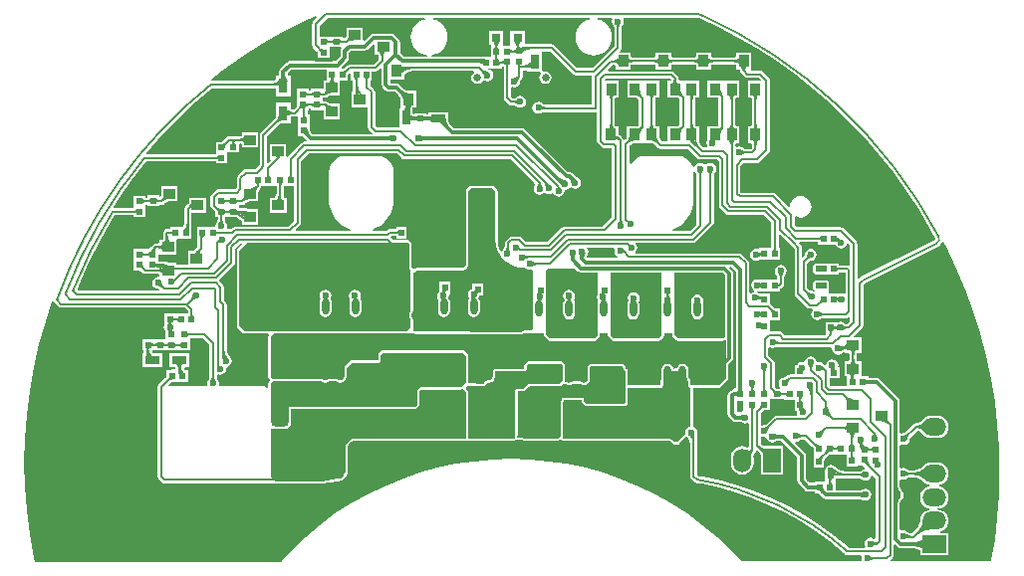
<source format=gtl>
%FSLAX25Y25*%
%MOIN*%
G70*
G01*
G75*
G04 Layer_Physical_Order=1*
G04 Layer_Color=255*
%ADD10C,0.00787*%
%ADD11C,0.01181*%
%ADD12C,0.03937*%
%ADD13R,0.01969X0.02362*%
%ADD14R,0.05118X0.03150*%
%ADD15R,0.02362X0.01969*%
%ADD16R,0.03937X0.03543*%
%ADD17R,0.02756X0.04921*%
%ADD18R,0.06693X0.03543*%
%ADD19R,0.06299X0.04921*%
%ADD20O,0.02362X0.05512*%
%ADD21O,0.07874X0.05906*%
%ADD22R,0.07874X0.05906*%
%ADD23R,0.03150X0.05118*%
%ADD24R,0.03150X0.03150*%
%ADD25R,0.04921X0.02756*%
%ADD26R,0.05906X0.11811*%
%ADD27O,0.05906X0.07874*%
%ADD28R,0.05906X0.07874*%
%ADD29R,0.03543X0.03937*%
G04:AMPARAMS|DCode=30|XSize=118.11mil|YSize=59.06mil|CornerRadius=14.76mil|HoleSize=0mil|Usage=FLASHONLY|Rotation=270.000|XOffset=0mil|YOffset=0mil|HoleType=Round|Shape=RoundedRectangle|*
%AMROUNDEDRECTD30*
21,1,0.11811,0.02953,0,0,270.0*
21,1,0.08858,0.05906,0,0,270.0*
1,1,0.02953,-0.01476,-0.04429*
1,1,0.02953,-0.01476,0.04429*
1,1,0.02953,0.01476,0.04429*
1,1,0.02953,0.01476,-0.04429*
%
%ADD30ROUNDEDRECTD30*%
%ADD31C,0.07874*%
%ADD32R,0.30709X0.12598*%
%ADD33R,0.17717X0.18504*%
%ADD34R,0.14173X0.15354*%
%ADD35R,0.09843X0.11417*%
%ADD36C,0.02559*%
G04:AMPARAMS|DCode=37|XSize=39.37mil|YSize=82.68mil|CornerRadius=17.72mil|HoleSize=0mil|Usage=FLASHONLY|Rotation=0.000|XOffset=0mil|YOffset=0mil|HoleType=Round|Shape=RoundedRectangle|*
%AMROUNDEDRECTD37*
21,1,0.03937,0.04724,0,0,0.0*
21,1,0.00394,0.08268,0,0,0.0*
1,1,0.03543,0.00197,-0.02362*
1,1,0.03543,-0.00197,-0.02362*
1,1,0.03543,-0.00197,0.02362*
1,1,0.03543,0.00197,0.02362*
%
%ADD37ROUNDEDRECTD37*%
G04:AMPARAMS|DCode=38|XSize=39.37mil|YSize=62.99mil|CornerRadius=17.72mil|HoleSize=0mil|Usage=FLASHONLY|Rotation=0.000|XOffset=0mil|YOffset=0mil|HoleType=Round|Shape=RoundedRectangle|*
%AMROUNDEDRECTD38*
21,1,0.03937,0.02756,0,0,0.0*
21,1,0.00394,0.06299,0,0,0.0*
1,1,0.03543,0.00197,-0.01378*
1,1,0.03543,-0.00197,-0.01378*
1,1,0.03543,-0.00197,0.01378*
1,1,0.03543,0.00197,0.01378*
%
%ADD38ROUNDEDRECTD38*%
%ADD39C,0.02362*%
G36*
X-15157Y29134D02*
Y20374D01*
X-16873Y18658D01*
X-16935Y18617D01*
X-17008Y18602D01*
X-30413D01*
X-31261Y17755D01*
X-31261Y17755D01*
X-31261Y17755D01*
X-31496Y17520D01*
Y17187D01*
Y12874D01*
X-31511Y12801D01*
X-31552Y12739D01*
X-32228Y12064D01*
X-32289Y12022D01*
X-32362Y12008D01*
X-67244D01*
X-67317Y12022D01*
X-67322Y12026D01*
X-67431Y12071D01*
X-67535Y12126D01*
X-67574Y12130D01*
X-67611Y12145D01*
X-67729D01*
X-67846Y12157D01*
X-67884Y12145D01*
X-67924D01*
X-68033Y12100D01*
X-68146Y12066D01*
X-68255Y12008D01*
X-79908D01*
X-80500Y12600D01*
Y20000D01*
X-79831Y20669D01*
X-63671D01*
X-63644Y20628D01*
X-62993Y20193D01*
X-62224Y20040D01*
X-61456Y20193D01*
X-60805Y20628D01*
X-60778Y20669D01*
X-58671D01*
X-58644Y20628D01*
X-57993Y20193D01*
X-57224Y20040D01*
X-56456Y20193D01*
X-55805Y20628D01*
X-55370Y21279D01*
X-55315Y21555D01*
X-55216Y21654D01*
Y25098D01*
X-53543Y26772D01*
X-44291D01*
X-43799Y27264D01*
Y29429D01*
X-43110Y30118D01*
X-16142D01*
X-15157Y29134D01*
D02*
G37*
G36*
X75253Y57308D02*
Y18193D01*
X74689D01*
Y17826D01*
X74394D01*
X73856Y17719D01*
X73400Y17415D01*
X72797Y16811D01*
X72492Y16355D01*
X72385Y15818D01*
Y9576D01*
X72492Y9038D01*
X72797Y8583D01*
X74006Y7373D01*
X74006D01*
X74006Y7373D01*
X74007D01*
X74007Y7373D01*
Y7373D01*
X74007Y7373D01*
Y7373D01*
X74462Y7068D01*
X75000Y6961D01*
X76585D01*
Y6961D01*
X76585Y6961D01*
X76937D01*
X76984Y6942D01*
X77480Y6610D01*
X78248Y6458D01*
X79016Y6610D01*
X79063Y6642D01*
X79504Y6406D01*
Y-1063D01*
X79365Y-1400D01*
X79308Y-1474D01*
X79089Y-1621D01*
X78260Y-1277D01*
X77284Y-1149D01*
X76307Y-1277D01*
X75397Y-1654D01*
X74616Y-2254D01*
X74016Y-3035D01*
X73640Y-3945D01*
X73511Y-4921D01*
Y-6890D01*
X73640Y-7866D01*
X74016Y-8776D01*
X74616Y-9557D01*
X75397Y-10157D01*
X76307Y-10534D01*
X77284Y-10662D01*
X78260Y-10534D01*
X79170Y-10157D01*
X79951Y-9557D01*
X80550Y-8776D01*
X80927Y-7866D01*
X81056Y-6890D01*
Y-4921D01*
X81038Y-4789D01*
X81042Y-4770D01*
X81033Y-4722D01*
X81050Y-4699D01*
X81050D01*
X81029Y-4594D01*
X81166Y-3908D01*
X81533Y-3359D01*
X81550Y-3342D01*
X81561Y-3333D01*
X81560Y-3332D01*
X81560Y-3332D01*
X81821Y-2941D01*
X81850Y-2798D01*
X82328Y-2653D01*
X82756Y-3081D01*
Y-3088D01*
X82756Y-3088D01*
X82756Y-3088D01*
X83168Y-3625D01*
X83427Y-4250D01*
X83516Y-4921D01*
X83520D01*
X83543Y-5038D01*
Y-10630D01*
X91024D01*
Y-1181D01*
X84670D01*
X84212Y-992D01*
X83629Y-544D01*
X83629Y-544D01*
X83629Y-544D01*
X83625D01*
X83488Y-407D01*
Y1874D01*
X83878Y2083D01*
X84646Y1930D01*
X84951Y1991D01*
X85366Y1713D01*
X85449Y1299D01*
X85884Y648D01*
X86535Y213D01*
X87303Y60D01*
X88071Y213D01*
X88709Y639D01*
X88726Y639D01*
X88726D01*
X88729Y639D01*
D01*
D01*
Y639D01*
Y639D01*
X88731Y640D01*
X88729Y641D01*
Y641D01*
X88729Y641D01*
X88729Y657D01*
X88732Y662D01*
X90151D01*
X95695Y-4882D01*
Y-12800D01*
X95695Y-12800D01*
X95695D01*
X95802Y-13338D01*
X96107Y-13793D01*
X98227Y-15914D01*
X98683Y-16218D01*
X99221Y-16325D01*
X101397D01*
Y-16889D01*
X102579D01*
X103107Y-17416D01*
X103111Y-17422D01*
X103112Y-17421D01*
X104163Y-18473D01*
X104619Y-18778D01*
X105157Y-18884D01*
X116925D01*
Y-18902D01*
X116925Y-18902D01*
X116925D01*
D01*
X116925Y-18902D01*
X116977Y-18923D01*
X116977Y-18923D01*
D01*
D01*
D01*
X116981Y-18919D01*
D01*
X117632Y-19354D01*
X118400Y-19507D01*
X119168Y-19354D01*
X119819Y-18919D01*
X120254Y-18268D01*
X120407Y-17500D01*
X120254Y-16732D01*
X119819Y-16081D01*
X119168Y-15646D01*
X118400Y-15493D01*
X117632Y-15646D01*
X117029Y-16048D01*
X117024Y-16046D01*
X116969Y-16069D01*
X116969Y-16069D01*
D01*
X116966Y-16075D01*
X108484D01*
Y-12968D01*
X108499D01*
Y-12004D01*
X109924D01*
X110118Y-12030D01*
Y-12004D01*
X111883D01*
X112019Y-12018D01*
Y-12004D01*
X116599D01*
Y-12008D01*
Y-12018D01*
X116860Y-12070D01*
X117078Y-12216D01*
X117081Y-12219D01*
X117732Y-12654D01*
X118500Y-12807D01*
X119268Y-12654D01*
X119919Y-12219D01*
X120354Y-11568D01*
X120455Y-11061D01*
X120934Y-10916D01*
X121960Y-11943D01*
Y-31866D01*
X121950Y-31916D01*
X121796Y-32147D01*
X121306Y-32245D01*
X120945Y-32004D01*
X120177Y-31851D01*
X119409Y-32004D01*
X118758Y-32439D01*
X118323Y-33090D01*
X118170Y-33858D01*
X118323Y-34626D01*
X118420Y-34772D01*
X118184Y-35213D01*
X112878D01*
X112796Y-35136D01*
X108122Y-31240D01*
X103221Y-27634D01*
X98111Y-24331D01*
X92812Y-21342D01*
X87341Y-18678D01*
X81719Y-16349D01*
X75968Y-14365D01*
X70107Y-12731D01*
X64157Y-11454D01*
X62707Y-11233D01*
X62235Y-10760D01*
Y-373D01*
X62261D01*
X62235Y-169D01*
Y1528D01*
X62245D01*
X62235Y1607D01*
Y2355D01*
X62235Y2355D01*
X62143Y2816D01*
X62124Y2845D01*
X62243Y3445D01*
X62090Y4213D01*
X61655Y4864D01*
X61004Y5299D01*
X61004Y5299D01*
X61004D01*
D01*
X60827Y5335D01*
X60842Y5413D01*
Y17717D01*
Y18390D01*
X69390D01*
X69390Y18390D01*
X69697Y18451D01*
X69957Y18625D01*
X69958Y18625D01*
X72418Y21086D01*
X72592Y21346D01*
X72653Y21654D01*
Y26257D01*
X73828Y27432D01*
X74133Y27888D01*
X74240Y28425D01*
Y56791D01*
X74133Y57329D01*
X73828Y57785D01*
X73047Y58566D01*
X73152Y58820D01*
X73642Y58918D01*
X75253Y57308D01*
D02*
G37*
G36*
X-34267Y66748D02*
Y58661D01*
X-34206Y58354D01*
X-34032Y58094D01*
X-33772Y57920D01*
X-33760Y57917D01*
Y43978D01*
X-33984Y43436D01*
X-34079Y42717D01*
X-33984Y41997D01*
X-33858Y41693D01*
Y38583D01*
X-35138Y37303D01*
X-89075D01*
X-91142Y39370D01*
Y64272D01*
X-88386Y67028D01*
X-34547D01*
X-34267Y66748D01*
D02*
G37*
G36*
X-5413Y84252D02*
Y67740D01*
X-5275Y66337D01*
X-4729Y64537D01*
X-3843Y62879D01*
X-2650Y61425D01*
X-1196Y60232D01*
X463Y59346D01*
X2262Y58800D01*
X3665Y58661D01*
X4721D01*
X4880Y58423D01*
X5531Y57988D01*
X6299Y57836D01*
X6807Y57936D01*
X7192Y57618D01*
X7085Y38107D01*
X6543Y37515D01*
X4285D01*
X4285Y37515D01*
X3978Y37454D01*
X3717Y37280D01*
X3717Y37280D01*
X3599Y37162D01*
X3537Y37121D01*
X3464Y37106D01*
X-13191D01*
X-13197Y37108D01*
X-14121Y37230D01*
X-14174Y37227D01*
X-14226Y37237D01*
X-32237D01*
X-32335Y37257D01*
X-32874Y37795D01*
Y56732D01*
X-31929Y57677D01*
X-16043D01*
X-15862Y57859D01*
X-15748D01*
X-15441Y57920D01*
X-15180Y58094D01*
X-15006Y58354D01*
X-14945Y58661D01*
Y58775D01*
X-14469Y59252D01*
Y84449D01*
X-13583Y85335D01*
X-6496D01*
X-5413Y84252D01*
D02*
G37*
G36*
X-15269Y16942D02*
X-15213Y16887D01*
X-15213Y16882D01*
X-15179Y16800D01*
Y16800D01*
X-15160Y16756D01*
X-15157Y16752D01*
X-15157Y16752D01*
Y1405D01*
X-52192D01*
Y1407D01*
X-53070Y1291D01*
X-53889Y952D01*
X-54592Y413D01*
X-55132Y-290D01*
X-55471Y-1109D01*
X-55578Y-1926D01*
X-55584Y-1955D01*
Y-9620D01*
X-55599Y-9634D01*
X-55599D01*
X-55599Y-9634D01*
X-55664Y-10133D01*
X-55967Y-10863D01*
X-56448Y-11490D01*
X-57075Y-11971D01*
X-57119Y-11990D01*
X-58183Y-12086D01*
X-63488Y-12894D01*
X-79006D01*
X-80600Y-11300D01*
Y4770D01*
X-80159Y5005D01*
X-79760Y4738D01*
X-78876Y4563D01*
X-75924D01*
X-75040Y4738D01*
X-74291Y5239D01*
X-73791Y5988D01*
X-73615Y6871D01*
Y11205D01*
X-68255D01*
X-68216Y11213D01*
X-68176Y11209D01*
X-68063Y11243D01*
X-67948Y11266D01*
X-67915Y11288D01*
X-67877Y11300D01*
X-67837Y11321D01*
X-67800Y11332D01*
X-67768Y11349D01*
X-67738Y11329D01*
X-67629Y11284D01*
X-67557Y11270D01*
X-67555Y11269D01*
X-67551Y11266D01*
X-67546Y11265D01*
X-67474Y11235D01*
X-67473Y11235D01*
X-67473D01*
X-67473D01*
X-67400Y11220D01*
X-67321D01*
X-67244Y11205D01*
X-32362D01*
X-32285Y11220D01*
X-32206D01*
X-32133Y11235D01*
X-32133Y11235D01*
X-32133D01*
X-32060Y11265D01*
X-32055Y11266D01*
X-32052Y11269D01*
X-32007Y11287D01*
X-31925Y11321D01*
X-31920Y11322D01*
X-31916Y11325D01*
X-31844Y11355D01*
X-31843Y11355D01*
X-31843Y11355D01*
X-31782Y11396D01*
X-31726Y11452D01*
X-31660Y11496D01*
X-30984Y12172D01*
X-30940Y12237D01*
X-30884Y12293D01*
X-30843Y12355D01*
X-30813Y12428D01*
X-30810Y12432D01*
X-30809Y12437D01*
X-30776Y12516D01*
X-30757Y12563D01*
X-30754Y12567D01*
X-30753Y12572D01*
X-30723Y12645D01*
X-30723Y12645D01*
X-30723Y12645D01*
X-30723Y12645D01*
X-30723Y12645D01*
Y12645D01*
X-30709Y12718D01*
Y12756D01*
X-30693Y12874D01*
X-30693Y12874D01*
X-30693D01*
Y17187D01*
X-30693Y17187D01*
X-30693Y17187D01*
X-30081Y17799D01*
X-17008D01*
X-16931Y17815D01*
X-16852D01*
X-16779Y17830D01*
X-16779Y17830D01*
X-16779D01*
X-16705Y17860D01*
X-16701Y17861D01*
X-16697Y17863D01*
X-16653Y17882D01*
X-16570Y17916D01*
X-16566Y17917D01*
X-16562Y17919D01*
X-16489Y17949D01*
X-16489Y17949D01*
X-16489Y17949D01*
X-16427Y17991D01*
X-16372Y18046D01*
X-15269Y16942D01*
D02*
G37*
G36*
X100675Y-1405D02*
Y-1410D01*
Y-1410D01*
X100696Y-1426D01*
X101067Y-1797D01*
X101102Y-1880D01*
Y-3869D01*
X101117D01*
Y-4306D01*
X101117D01*
Y-8243D01*
X104661D01*
Y-6194D01*
X104684Y-6078D01*
X104690D01*
X104772Y-5665D01*
X105006Y-5314D01*
X105002Y-5310D01*
X106192Y-4120D01*
X106192Y-4120D01*
X106193Y-4121D01*
X106200Y-4112D01*
X106398Y-3914D01*
X106400Y-3915D01*
X106400Y-3915D01*
X106417Y-3921D01*
X106417Y-3921D01*
X106427Y-3917D01*
D01*
D01*
X106444Y-3910D01*
D01*
D01*
D01*
D01*
D01*
X106444Y-3910D01*
D01*
X106444Y-3910D01*
D01*
D01*
D01*
D01*
X106444Y-3909D01*
X106533Y-3869D01*
X108188D01*
Y-3869D01*
X108188D01*
X108188Y-3869D01*
X108582D01*
Y-3869D01*
X112208D01*
Y-4078D01*
X112208D01*
Y-8015D01*
X115751D01*
Y-7612D01*
X116152D01*
Y-7612D01*
X117629D01*
X118384Y-8366D01*
X118239Y-8845D01*
X117732Y-8946D01*
X117081Y-9381D01*
X117078Y-9384D01*
X116860Y-9530D01*
X116599Y-9582D01*
Y-9596D01*
X111887D01*
X110680Y-9437D01*
X109433Y-8920D01*
X108441Y-8159D01*
X108385Y-8075D01*
X107734Y-7640D01*
X106966Y-7487D01*
X106198Y-7640D01*
X105546Y-8075D01*
X105111Y-8726D01*
X105051Y-9031D01*
X104956D01*
Y-12952D01*
X101397D01*
Y-13516D01*
X99802D01*
X98505Y-12218D01*
Y-4300D01*
X98398Y-3762D01*
X98093Y-3307D01*
X94928Y-141D01*
X95163Y300D01*
X95200Y293D01*
X95968Y446D01*
X96619Y881D01*
X96622Y884D01*
X96840Y1030D01*
X97101Y1082D01*
Y1092D01*
Y1096D01*
X98174D01*
X100675Y-1405D01*
D02*
G37*
G36*
X134373Y-11650D02*
X134496Y-11638D01*
X135664Y-11791D01*
X136868Y-12290D01*
X137826Y-13025D01*
X137884Y-13101D01*
X138665Y-13700D01*
X139575Y-14077D01*
X139902Y-14120D01*
Y-14620D01*
X139575Y-14663D01*
X138665Y-15040D01*
X137884Y-15640D01*
X137284Y-16421D01*
X136907Y-17331D01*
X136779Y-18307D01*
X136907Y-19284D01*
X137284Y-20193D01*
X137884Y-20975D01*
X138665Y-21574D01*
X139575Y-21951D01*
X139902Y-21994D01*
Y-22494D01*
X139575Y-22537D01*
X138665Y-22914D01*
X137884Y-23514D01*
X137284Y-24295D01*
X136907Y-25205D01*
X136779Y-26181D01*
X136785Y-26229D01*
X136670Y-27100D01*
X136316Y-27957D01*
X135768Y-28671D01*
X135749Y-28690D01*
X135749Y-28690D01*
Y-28690D01*
X135749Y-28690D01*
X135749Y-28690D01*
X135749Y-28690D01*
X135740Y-28699D01*
X135660Y-28764D01*
X135667Y-28771D01*
X134462Y-29977D01*
X134309Y-30102D01*
X134323Y-30116D01*
X134048Y-30390D01*
X133782D01*
X133158Y-30266D01*
X132650Y-29926D01*
X132619Y-29881D01*
X131968Y-29446D01*
X131200Y-29293D01*
X130432Y-29446D01*
X130046Y-29128D01*
Y-20411D01*
X130199Y-19640D01*
X130650Y-18966D01*
X130719Y-18919D01*
X131154Y-18268D01*
X131307Y-17500D01*
X131154Y-16732D01*
X130719Y-16081D01*
X130650Y-16034D01*
X130199Y-15360D01*
X130046Y-14589D01*
Y-12572D01*
X130432Y-12254D01*
Y-12254D01*
D01*
X131200Y-12407D01*
X131968Y-12254D01*
X132619Y-11819D01*
X132651Y-11772D01*
X132975Y-11637D01*
X133147D01*
X133181Y-11642D01*
Y-11637D01*
X134373D01*
Y-11650D01*
D02*
G37*
G36*
X90961Y14484D02*
X91126D01*
X91339Y14272D01*
Y14272D01*
X94882D01*
Y10630D01*
X95528D01*
X95528Y10630D01*
X95532Y10335D01*
X95532Y10335D01*
X95532D01*
X95685Y9567D01*
X95716Y9520D01*
X95481Y9079D01*
X88583D01*
X88583Y9079D01*
X88122Y8987D01*
X87732Y8726D01*
X85138Y6133D01*
X85138Y6133D01*
X85129Y6142D01*
X84907Y5994D01*
X84650Y5943D01*
X84646Y5944D01*
X83878Y5791D01*
X83488Y6000D01*
Y9934D01*
X84153Y10600D01*
X84155Y10597D01*
X84171Y10618D01*
X84543Y10989D01*
X84625Y11024D01*
X86614D01*
Y14484D01*
X87024D01*
Y14484D01*
X90961D01*
Y14484D01*
D02*
G37*
G36*
X145716Y65479D02*
X149018Y58445D01*
X151991Y51266D01*
X154630Y43957D01*
X156929Y36534D01*
X158882Y29013D01*
X160486Y21410D01*
X161737Y13741D01*
X162633Y6022D01*
X163171Y-1729D01*
X163350Y-9498D01*
X163171Y-17266D01*
X162633Y-25018D01*
X161737Y-32737D01*
X160636Y-39487D01*
X160225Y-39772D01*
X159800Y-39687D01*
X127169D01*
X126978Y-39225D01*
X127652Y-38552D01*
X127652Y-38552D01*
X127913Y-38161D01*
X128004Y-37700D01*
X128004Y-37700D01*
Y-34363D01*
X128466Y-34172D01*
X129343Y-35049D01*
X129798Y-35353D01*
X130336Y-35460D01*
X134848D01*
Y-35467D01*
X134922Y-35460D01*
X134954D01*
X135964Y-35593D01*
X136811Y-35944D01*
Y-37795D01*
X146260D01*
Y-30315D01*
X143595D01*
X143497Y-29825D01*
X144406Y-29448D01*
X145187Y-28849D01*
X145787Y-28067D01*
X146164Y-27158D01*
X146292Y-26181D01*
X146164Y-25205D01*
X145787Y-24295D01*
X145187Y-23514D01*
X144406Y-22914D01*
X143496Y-22537D01*
X142520Y-22409D01*
Y-22080D01*
X143496Y-21951D01*
X144406Y-21574D01*
X145187Y-20975D01*
X145787Y-20193D01*
X146164Y-19284D01*
X146292Y-18307D01*
X146164Y-17331D01*
X145787Y-16421D01*
X145187Y-15640D01*
X144406Y-15040D01*
X143496Y-14663D01*
X143168Y-14620D01*
Y-14120D01*
X143496Y-14077D01*
X144406Y-13700D01*
X145187Y-13101D01*
X145787Y-12319D01*
X146164Y-11409D01*
X146292Y-10433D01*
X146164Y-9457D01*
X145787Y-8547D01*
X145187Y-7766D01*
X144406Y-7166D01*
X143496Y-6789D01*
X142520Y-6661D01*
X140551D01*
X139575Y-6789D01*
X138665Y-7166D01*
X137884Y-7766D01*
X137826Y-7841D01*
X136868Y-8576D01*
X135664Y-9075D01*
X134496Y-9228D01*
X134373Y-9216D01*
Y-9229D01*
X133181D01*
Y-9217D01*
X132875Y-9157D01*
X132625Y-8989D01*
X132619Y-8981D01*
X131968Y-8546D01*
X131200Y-8393D01*
X130432Y-8546D01*
X130046Y-8228D01*
Y-860D01*
X130487Y-624D01*
X130532Y-654D01*
X131300Y-807D01*
X132068Y-654D01*
X132719Y-219D01*
X133154Y432D01*
X133307Y1200D01*
X133306Y1204D01*
X133357Y1461D01*
X133505Y1683D01*
X133496Y1693D01*
X133496Y1693D01*
X135852Y4049D01*
X136105Y4016D01*
X136748Y3749D01*
X137300Y3326D01*
X137525Y3032D01*
Y3032D01*
X137525D01*
X137525D01*
X137525Y3032D01*
X137525D01*
X137590Y3022D01*
Y3022D01*
D01*
X137657Y2922D01*
X137690Y2900D01*
X137884Y2647D01*
X138665Y2048D01*
X139575Y1671D01*
X140551Y1543D01*
X142520D01*
X143496Y1671D01*
X144406Y2048D01*
X145187Y2647D01*
X145787Y3429D01*
X146164Y4339D01*
X146292Y5315D01*
X146164Y6291D01*
X145787Y7201D01*
X145187Y7982D01*
X144406Y8582D01*
X143496Y8959D01*
X142520Y9087D01*
X140551D01*
X139575Y8959D01*
X138665Y8582D01*
X137884Y7982D01*
X137690Y7730D01*
X137657Y7708D01*
X137590Y7609D01*
X137525Y7598D01*
X137525Y7598D01*
X137525Y7597D01*
X137300Y7304D01*
X136748Y6881D01*
X136105Y6614D01*
X135477Y6532D01*
X135417Y6539D01*
Y6539D01*
D01*
Y6539D01*
X135415Y6540D01*
X135415D01*
D01*
D01*
D01*
X135415Y6519D01*
X135415Y6519D01*
X134954Y6427D01*
X134563Y6166D01*
X134563Y6166D01*
X131793Y3396D01*
X131793Y3396D01*
X131783Y3405D01*
X131561Y3257D01*
X131304Y3206D01*
X131300Y3207D01*
X130532Y3054D01*
X130487Y3024D01*
X130046Y3260D01*
Y13879D01*
X129939Y14416D01*
X129634Y14872D01*
X123238Y21269D01*
X122782Y21574D01*
X122244Y21680D01*
X119390D01*
Y22244D01*
X117126D01*
Y27362D01*
X115713D01*
X115578Y28039D01*
X115590Y28130D01*
X115574D01*
Y29351D01*
X115590D01*
X115578Y29441D01*
X115713Y30118D01*
X117126D01*
Y35236D01*
X114856D01*
X114665Y35698D01*
X117383Y38416D01*
X117383Y38416D01*
X117539Y38650D01*
X117644Y38807D01*
X117735Y39267D01*
X117735Y39267D01*
X117735Y39267D01*
Y39267D01*
Y52938D01*
X118270Y53472D01*
X142815Y65707D01*
X142864Y65745D01*
X142968Y65788D01*
X143556Y66239D01*
X144008Y66827D01*
X144221Y67343D01*
X144721Y67366D01*
X145716Y65479D01*
D02*
G37*
G36*
X57699Y25508D02*
X58084Y25250D01*
X58342Y24864D01*
X58448Y24330D01*
Y22446D01*
X58509Y22139D01*
X58939Y21102D01*
X59074Y20079D01*
X59020Y19674D01*
X59022Y19647D01*
X59015Y19621D01*
X59032Y19492D01*
X59041Y19361D01*
X59052Y19337D01*
X59056Y19311D01*
X59121Y19197D01*
X59179Y19080D01*
X59199Y19062D01*
X59213Y19039D01*
X59542Y18664D01*
X59563Y18647D01*
X59578Y18625D01*
X59687Y18553D01*
X59791Y18473D01*
X59816Y18466D01*
X59839Y18451D01*
X59967Y18426D01*
X60039Y18406D01*
Y17717D01*
Y5413D01*
X59468Y5299D01*
X58817Y4864D01*
X58382Y4213D01*
X58229Y3445D01*
X58333Y2920D01*
X57480Y2067D01*
X55610Y197D01*
X54722D01*
X54542Y432D01*
X53853Y961D01*
X53051Y1293D01*
X52190Y1406D01*
Y1405D01*
X17493D01*
X17236Y1662D01*
X17138Y1846D01*
X17277Y2055D01*
X17338Y2362D01*
Y2756D01*
Y13447D01*
X17369Y13478D01*
X17543Y13738D01*
X17604Y14045D01*
Y14207D01*
X23479D01*
Y13907D01*
X23540Y13600D01*
X23714Y13340D01*
X23714Y13340D01*
X23842Y13212D01*
X23842Y13212D01*
X24531Y12523D01*
X24791Y12348D01*
X25099Y12287D01*
X37893D01*
X37893Y12287D01*
X38201Y12348D01*
X38461Y12523D01*
X38757Y12818D01*
X38931Y13079D01*
X38992Y13386D01*
Y18390D01*
X49959D01*
X50266Y18451D01*
X50527Y18625D01*
X50701Y18886D01*
X50762Y19193D01*
Y20026D01*
X50904Y21102D01*
X50979Y21283D01*
X51040Y21591D01*
Y24330D01*
X51146Y24864D01*
X51349Y25168D01*
X51476Y25295D01*
X51486Y25305D01*
X51789Y25508D01*
X52207Y25591D01*
X52281D01*
X52699Y25508D01*
X53084Y25250D01*
X53342Y24864D01*
X53392Y24615D01*
X53442Y24495D01*
X53484Y24371D01*
X53501Y24351D01*
X53511Y24326D01*
X53604Y24234D01*
X53690Y24135D01*
X53714Y24123D01*
X53733Y24105D01*
X53854Y24055D01*
X53971Y23997D01*
X53998Y23995D01*
X54022Y23985D01*
X54153D01*
X54284Y23976D01*
X54777Y24041D01*
X55066D01*
X55213Y24022D01*
X55344Y24030D01*
X55475D01*
X55499Y24040D01*
X55526Y24042D01*
X55643Y24100D01*
X55764Y24150D01*
X55783Y24169D01*
X55807Y24181D01*
X55893Y24279D01*
X55986Y24372D01*
X55996Y24396D01*
X56013Y24416D01*
X56055Y24540D01*
X56106Y24661D01*
X56146Y24864D01*
X56404Y25250D01*
X56789Y25508D01*
X57207Y25591D01*
X57281D01*
X57699Y25508D01*
D02*
G37*
G36*
X35826Y25606D02*
X35904Y25591D01*
X36929D01*
X37002Y25576D01*
X37064Y25535D01*
X37346Y25253D01*
X37387Y25191D01*
X37417Y25041D01*
Y25041D01*
X37417Y25041D01*
X37417Y25040D01*
X37424Y25024D01*
X37463Y24828D01*
X37637Y24568D01*
X37637Y24568D01*
X38133Y24072D01*
X38175Y24010D01*
X38189Y23937D01*
Y19193D01*
X38250Y18886D01*
X38313Y18791D01*
X38250Y18697D01*
X38189Y18390D01*
Y13465D01*
X38175Y13392D01*
X38133Y13330D01*
X37949Y13146D01*
X37887Y13105D01*
X37814Y13090D01*
X25178D01*
X25105Y13105D01*
X25043Y13146D01*
X24409Y13780D01*
X24409Y13780D01*
X24338Y13851D01*
X24296Y13913D01*
X24282Y13986D01*
Y14207D01*
X24282Y14207D01*
X24282Y14207D01*
Y14207D01*
Y15018D01*
X16801D01*
Y14207D01*
X16801Y14207D01*
X16801D01*
Y14124D01*
X16787Y14051D01*
X16702Y13924D01*
X16688Y13891D01*
X16597Y13754D01*
X16535Y13447D01*
Y2756D01*
Y2441D01*
X16521Y2368D01*
X16470Y2292D01*
X16425Y2183D01*
X16369Y2079D01*
X16365Y2039D01*
X16350Y2002D01*
Y1885D01*
X16339Y1767D01*
X15145Y1405D01*
X5571D01*
X2578Y1677D01*
X2004Y1791D01*
X1999Y1814D01*
X2067Y2559D01*
Y13386D01*
X7644Y18963D01*
X16321D01*
X16628Y19025D01*
X16889Y19198D01*
X16889Y19198D01*
X17604Y19913D01*
X17698Y19820D01*
Y19820D01*
X17698Y19820D01*
Y19820D01*
X17735Y19805D01*
X17766Y19780D01*
X17879Y19746D01*
X17988Y19701D01*
X18065Y19685D01*
X18144D01*
D01*
X18383Y19525D01*
X18430Y19494D01*
X18430Y19494D01*
X18430Y19494D01*
X18563Y19406D01*
X18719Y19374D01*
X18719Y19374D01*
X18719D01*
X18719Y19374D01*
X19174Y19284D01*
X19174D01*
X19331Y19253D01*
X19487Y19284D01*
X19487D01*
X19942Y19374D01*
X19942Y19374D01*
X19942D01*
X19942Y19374D01*
X20099Y19406D01*
X20231Y19494D01*
X20231Y19494D01*
X20231Y19494D01*
X20316Y19551D01*
X20517Y19685D01*
X20517Y19685D01*
X20596D01*
X23065D01*
X23144D01*
D01*
X23383Y19525D01*
X23430Y19494D01*
X23430Y19494D01*
X23430Y19494D01*
X23562Y19406D01*
X23719Y19374D01*
X23719Y19374D01*
X23719D01*
X23719Y19374D01*
X24174Y19284D01*
X24174D01*
X24331Y19253D01*
X24487Y19284D01*
X24487D01*
X24942Y19374D01*
X24942Y19374D01*
X24942D01*
X24942Y19374D01*
X25099Y19406D01*
X25231Y19494D01*
X25231Y19494D01*
X25231Y19494D01*
X25316Y19551D01*
X25517Y19685D01*
X25590Y19715D01*
X25628Y19741D01*
X25628Y19741D01*
X25628Y19741D01*
X25628Y19741D01*
X25684Y19797D01*
X25712Y19815D01*
X25712Y19815D01*
X25750Y19841D01*
X25757Y19852D01*
X25804Y19898D01*
X25840Y19953D01*
X25850Y19962D01*
X25850Y19962D01*
X25850Y19962D01*
X25850Y19962D01*
X25857Y19973D01*
Y19973D01*
X25903Y20020D01*
X25929Y20081D01*
X25954Y20119D01*
X25959Y20131D01*
X25978Y20159D01*
X25984Y20191D01*
X26096Y20359D01*
X26096Y20359D01*
D01*
X26096Y20359D01*
X26185Y20492D01*
X26216Y20648D01*
X26216Y20648D01*
Y20648D01*
X26267Y20907D01*
X26338Y21260D01*
Y24409D01*
X26200Y25100D01*
Y25171D01*
X26251Y25221D01*
X26737Y25547D01*
X26737Y25547D01*
X26803Y25591D01*
X26882D01*
X30671D01*
X30749Y25606D01*
X30787D01*
X30826D01*
X30904Y25591D01*
X35671D01*
X35749Y25606D01*
X35787D01*
X35826D01*
D02*
G37*
G36*
X16529Y26462D02*
X16591Y26421D01*
X17168Y25843D01*
X17210Y25781D01*
X17224Y25708D01*
Y20725D01*
X17222Y20717D01*
X17224Y20693D01*
Y20669D01*
X16377Y19822D01*
X16315Y19781D01*
X16242Y19766D01*
X6750D01*
X6031Y19671D01*
X5588Y19488D01*
X5512D01*
X5458Y19434D01*
X5360Y19394D01*
X4785Y18952D01*
X3958Y18126D01*
X1969D01*
X1661Y18065D01*
X1401Y17890D01*
X1227Y17630D01*
X1166Y17323D01*
Y1969D01*
X1201Y1791D01*
X814Y1405D01*
X-14355D01*
Y16752D01*
X-14370Y16829D01*
Y16908D01*
X-14385Y16981D01*
X-14385Y16981D01*
Y16981D01*
X-14415Y17054D01*
X-14416Y17059D01*
X-14418Y17063D01*
X-14437Y17107D01*
X-14471Y17189D01*
X-14472Y17194D01*
X-14474Y17198D01*
X-14504Y17271D01*
X-14504Y17271D01*
X-14504Y17271D01*
X-14546Y17333D01*
X-14602Y17389D01*
X-14646Y17454D01*
X-15256Y18065D01*
Y18738D01*
X-14900Y19089D01*
X-8661Y18996D01*
X-7957Y20119D01*
X-7716Y20071D01*
X-7716D01*
X-7559Y20040D01*
X-7402Y20071D01*
X-7402D01*
X-6948Y20162D01*
X-6948Y20162D01*
X-6791Y20193D01*
X-6658Y20282D01*
X-6658Y20282D01*
X-6658Y20282D01*
X-6577Y20336D01*
X-6273Y20539D01*
X-6273D01*
X-6273Y20539D01*
X-6140Y20628D01*
X-6051Y20761D01*
X-6051Y20761D01*
Y20761D01*
X-5848Y21066D01*
X-5793Y21146D01*
X-5793Y21146D01*
X-5793Y21146D01*
X-5705Y21279D01*
X-5674Y21436D01*
X-5674Y21436D01*
Y21436D01*
X-5622Y21695D01*
X-5552Y22047D01*
Y23740D01*
X-5539Y23806D01*
X-5473Y23819D01*
X4195D01*
X4378Y23855D01*
X4502Y23880D01*
X4502Y23880D01*
X4502D01*
X4763Y24054D01*
X4763Y24054D01*
X4883Y24174D01*
X4883Y24174D01*
X4992Y24337D01*
X5057Y24435D01*
Y24435D01*
X5057Y24435D01*
X5082Y24559D01*
X5118Y24742D01*
Y24742D01*
Y24742D01*
Y25708D01*
X5133Y25781D01*
X5174Y25843D01*
X5751Y26421D01*
X5813Y26462D01*
X5886Y26476D01*
X16456D01*
X16529Y26462D01*
D02*
G37*
G36*
X-90207Y66692D02*
X-90105Y66444D01*
X-91709Y64839D01*
X-91883Y64579D01*
X-91945Y64272D01*
Y39370D01*
X-91883Y39063D01*
X-91709Y38802D01*
X-89643Y36735D01*
X-89382Y36561D01*
X-89075Y36500D01*
X-81376D01*
X-81140Y36059D01*
X-81242Y35907D01*
X-81303Y35600D01*
Y21953D01*
X-81287Y21875D01*
Y21796D01*
X-81257Y21723D01*
X-81242Y21646D01*
X-81198Y21580D01*
X-81168Y21507D01*
X-80842Y21020D01*
X-80759Y20937D01*
X-80732Y20904D01*
X-81068Y20568D01*
X-81242Y20307D01*
X-81303Y20000D01*
Y18294D01*
X-81781Y18149D01*
X-82077Y18592D01*
X-82533Y18897D01*
X-83071Y19004D01*
X-97596D01*
X-97913Y19390D01*
X-97796Y19980D01*
X-97949Y20748D01*
X-98384Y21399D01*
X-98387Y21402D01*
X-98533Y21620D01*
X-98585Y21881D01*
X-98599D01*
Y22740D01*
X-98209Y22949D01*
X-97441Y22796D01*
X-96673Y22949D01*
X-96022Y23384D01*
X-95587Y24035D01*
X-95434Y24803D01*
X-95476Y25014D01*
X-95198Y25429D01*
X-94803Y25508D01*
X-94152Y25943D01*
X-93717Y26594D01*
X-93564Y27362D01*
X-93717Y28130D01*
X-94152Y28781D01*
X-94204Y28816D01*
X-94758Y29539D01*
X-95130Y30437D01*
X-95252Y31364D01*
Y46260D01*
X-95344Y46721D01*
X-95605Y47111D01*
X-96196Y47702D01*
Y52100D01*
X-96196Y52100D01*
X-96287Y52561D01*
X-96548Y52952D01*
X-96548Y52952D01*
X-98014Y54417D01*
X-92849Y59582D01*
X-92588Y59972D01*
X-92497Y60433D01*
Y64991D01*
X-90698Y66789D01*
X-90207Y66692D01*
D02*
G37*
G36*
X107359Y31578D02*
X107339Y31480D01*
X107492Y30712D01*
X107927Y30061D01*
X108578Y29626D01*
X109346Y29473D01*
X110115Y29626D01*
X110766Y30061D01*
X110768Y30065D01*
X110986Y30210D01*
X111247Y30262D01*
X111247Y30262D01*
Y30262D01*
X111470D01*
X111614Y30118D01*
Y30118D01*
X113027D01*
X113162Y29441D01*
X113150Y29351D01*
X113166D01*
Y28130D01*
X113150D01*
X113162Y28039D01*
X113027Y27362D01*
X111614D01*
Y22244D01*
X112303D01*
Y18937D01*
X106620D01*
X106519Y19037D01*
Y21669D01*
X109760D01*
Y25213D01*
X109649D01*
X109332Y25599D01*
X109389Y25886D01*
X109236Y26654D01*
X108801Y27305D01*
X108150Y27740D01*
X107382Y27893D01*
X106614Y27740D01*
X105963Y27305D01*
X105528Y26654D01*
X105440Y26213D01*
X104978Y26022D01*
X104423Y26392D01*
X104347Y26407D01*
X104274Y26518D01*
X103622Y26953D01*
X102854Y27106D01*
X102184Y26972D01*
X102051Y27638D01*
X101616Y28289D01*
X100965Y28724D01*
X100197Y28877D01*
X99429Y28724D01*
X98778Y28289D01*
X98343Y27638D01*
X98317Y27512D01*
X97914Y26908D01*
X97146Y27061D01*
X96378Y26908D01*
X95727Y26473D01*
X95400Y25984D01*
X94882D01*
Y22858D01*
X93209D01*
X92748Y22766D01*
X92591Y22662D01*
X92357Y22505D01*
X92357Y22505D01*
X91930Y22078D01*
X91930Y22078D01*
X91920Y22087D01*
X91698Y21939D01*
X91441Y21888D01*
X91437Y21889D01*
X90669Y21736D01*
X90018Y21301D01*
X89583Y20650D01*
X89430Y19882D01*
X89583Y19114D01*
X90014Y18469D01*
X89983Y18410D01*
X89727Y18027D01*
X88972D01*
X88889Y18062D01*
X88518Y18433D01*
X88502Y18454D01*
X88502D01*
X88497D01*
X88212Y18739D01*
Y26569D01*
X88212Y26569D01*
X88120Y27030D01*
X87859Y27420D01*
X87859Y27421D01*
X86047Y29233D01*
Y31688D01*
X86488Y31924D01*
X86633Y31827D01*
X87402Y31674D01*
X88170Y31827D01*
X88377Y31965D01*
X88621D01*
X88637Y31963D01*
Y31965D01*
X90397D01*
X90538Y31947D01*
Y31965D01*
X107042D01*
X107359Y31578D01*
D02*
G37*
G36*
X71430Y56209D02*
Y35603D01*
X70725Y34898D01*
X70663Y34857D01*
X70590Y34843D01*
X55886D01*
X55813Y34857D01*
X55751Y34898D01*
X54583Y36066D01*
X54542Y36128D01*
X54528Y36201D01*
Y36713D01*
Y57060D01*
X70579D01*
X71430Y56209D01*
D02*
G37*
G36*
X53725Y36201D02*
X53740Y36124D01*
Y36044D01*
X53755Y35971D01*
X53755Y35971D01*
Y35971D01*
X53785Y35898D01*
X53786Y35894D01*
X53788Y35890D01*
X53807Y35846D01*
X53841Y35763D01*
X53842Y35759D01*
X53844Y35755D01*
X53874Y35682D01*
X53875Y35682D01*
X53875Y35682D01*
X53916Y35620D01*
X53972Y35564D01*
X54016Y35498D01*
X55184Y34331D01*
X55249Y34287D01*
X55305Y34231D01*
X55367Y34190D01*
X55440Y34159D01*
X55444Y34157D01*
X55449Y34156D01*
X55528Y34123D01*
X55575Y34103D01*
X55579Y34101D01*
X55583Y34100D01*
X55656Y34070D01*
X55656Y34070D01*
D01*
D01*
X55730Y34055D01*
X55809D01*
X55886Y34040D01*
X70590D01*
X70668Y34055D01*
X70747Y34055D01*
X70820Y34070D01*
X70820D01*
X70820Y34070D01*
X70820Y34070D01*
X70893Y34100D01*
X70898Y34101D01*
X70901Y34103D01*
X70947Y34122D01*
X71028Y34156D01*
X71032Y34157D01*
X71036Y34159D01*
X71109Y34190D01*
X71109Y34190D01*
X71109Y34190D01*
X71109Y34190D01*
X71171Y34231D01*
X71227Y34287D01*
X71293Y34331D01*
X71389Y34426D01*
X71850Y34235D01*
Y21654D01*
X69390Y19193D01*
X60205D01*
X60175Y19201D01*
X60150Y19203D01*
X60133Y19220D01*
X60106Y19238D01*
X59856Y19524D01*
X59841Y19553D01*
X59826Y19572D01*
X59828Y19597D01*
X59824Y19628D01*
X59883Y20079D01*
X59789Y20793D01*
X59735Y21207D01*
Y21207D01*
X59721Y21312D01*
X59680Y21410D01*
Y21410D01*
X59281Y22373D01*
X59251Y22525D01*
Y24330D01*
Y24409D01*
X59236Y24487D01*
Y24487D01*
X59130Y25021D01*
Y25021D01*
X59130Y25021D01*
X59098Y25177D01*
X59010Y25310D01*
X59010Y25310D01*
X59010Y25310D01*
X58956Y25391D01*
X58752Y25696D01*
Y25696D01*
X58752Y25696D01*
X58663Y25829D01*
X58530Y25917D01*
X58530Y25917D01*
X58530D01*
X58226Y26121D01*
X58145Y26175D01*
D01*
X58012Y26264D01*
X57855Y26295D01*
X57855Y26295D01*
X57438Y26378D01*
X57438D01*
X57244Y26417D01*
X57050Y26378D01*
X57050D01*
X56633Y26295D01*
X56633Y26295D01*
X56476Y26264D01*
X56343Y26175D01*
D01*
X56262Y26121D01*
X55825Y25829D01*
X55736Y25696D01*
X55736Y25696D01*
Y25696D01*
X55390Y25177D01*
X55334Y24895D01*
X55314Y24847D01*
X55310Y24829D01*
X55291Y24831D01*
X55240Y24828D01*
X55118Y24844D01*
X54724D01*
X54257Y24782D01*
X54206Y24786D01*
X54187Y24783D01*
X54183Y24802D01*
X54164Y24850D01*
X54129Y25021D01*
X54129Y25021D01*
X54098Y25177D01*
X54010Y25310D01*
X54010Y25310D01*
X54010Y25310D01*
X53956Y25391D01*
X53752Y25696D01*
Y25696D01*
X53752Y25696D01*
X53663Y25829D01*
X53531Y25917D01*
X53531Y25917D01*
X53530D01*
X53226Y26121D01*
X53145Y26175D01*
D01*
X53012Y26264D01*
X52855Y26295D01*
X52855Y26295D01*
X52438Y26378D01*
X52438D01*
X52244Y26417D01*
X52050Y26378D01*
X52050D01*
X51633Y26295D01*
X51633Y26295D01*
X51476Y26264D01*
X51343Y26175D01*
D01*
X51246Y26110D01*
X50825Y25829D01*
X50544Y25408D01*
X50479Y25310D01*
X50479Y25310D01*
X50478Y25310D01*
X50390Y25177D01*
X50359Y25021D01*
X50359Y25021D01*
Y25021D01*
X50307Y24762D01*
X50237Y24409D01*
Y24330D01*
Y21670D01*
X50207Y21518D01*
X50122Y21312D01*
X50108Y21207D01*
Y21207D01*
X49982Y20253D01*
X49959Y20079D01*
Y20026D01*
Y19272D01*
X49946Y19206D01*
X49880Y19193D01*
X39007D01*
X38992Y19272D01*
Y23937D01*
X38976Y24014D01*
X38976Y24093D01*
X38962Y24166D01*
Y24166D01*
X38962Y24166D01*
Y24166D01*
X38932Y24239D01*
X38931Y24244D01*
X38928Y24248D01*
X38904Y24307D01*
X38876Y24374D01*
X38875Y24379D01*
X38872Y24383D01*
X38842Y24456D01*
X38842Y24456D01*
X38842Y24456D01*
X38842Y24456D01*
X38801Y24518D01*
X38745Y24574D01*
X38701Y24639D01*
X38260Y25080D01*
X38219Y25142D01*
X38211Y25180D01*
X38204Y25197D01*
Y25198D01*
X38175Y25348D01*
Y25348D01*
Y25348D01*
X38174Y25348D01*
X38096Y25538D01*
X38088Y25555D01*
X38087Y25560D01*
X38085Y25564D01*
X38055Y25637D01*
X38055Y25637D01*
X38055Y25637D01*
X38054Y25637D01*
X38013Y25699D01*
X37957Y25755D01*
X37913Y25820D01*
X37631Y26102D01*
X37566Y26146D01*
X37510Y26202D01*
X37448Y26244D01*
X37375Y26274D01*
X37371Y26276D01*
X37367Y26277D01*
X37287Y26310D01*
X37240Y26330D01*
X37236Y26332D01*
X37231Y26333D01*
X37159Y26363D01*
X37158Y26363D01*
D01*
D01*
X37086Y26378D01*
X37006D01*
X36929Y26393D01*
X35983D01*
X35905D01*
X35905Y26393D01*
X35904D01*
X35826Y26409D01*
X35826D01*
X35787Y26417D01*
X35749Y26409D01*
X35749D01*
X35671Y26393D01*
X35669D01*
X35669Y26393D01*
X35592D01*
X30983D01*
X30905D01*
X30905Y26393D01*
X30904D01*
X30826Y26409D01*
X30826D01*
X30787Y26417D01*
X30749Y26409D01*
X30749D01*
X30671Y26393D01*
X30670D01*
X30670Y26393D01*
X30592D01*
X26803D01*
X26725Y26378D01*
X26646Y26378D01*
X26573Y26348D01*
X26496Y26332D01*
X26430Y26288D01*
X26357Y26258D01*
X26291Y26214D01*
X26291Y26214D01*
X25805Y25889D01*
X25749Y25833D01*
X25683Y25789D01*
X25633Y25739D01*
X25589Y25673D01*
X25583Y25668D01*
X25580Y25660D01*
X25459Y25478D01*
X25416Y25264D01*
X25413Y25257D01*
Y25249D01*
X25398Y25171D01*
Y25100D01*
X25413Y25022D01*
Y24943D01*
X25535Y24330D01*
Y21339D01*
X25480Y21064D01*
Y21064D01*
X25429Y20805D01*
Y20805D01*
X25429Y20805D01*
X25317Y20638D01*
X25317Y20638D01*
X25317Y20638D01*
Y20638D01*
X25296Y20588D01*
X25292Y20577D01*
X25292Y20577D01*
X25286Y20564D01*
X25261Y20527D01*
X25236Y20466D01*
X25190Y20419D01*
X25189Y20419D01*
X25189Y20419D01*
X25182Y20408D01*
X25182Y20408D01*
X25144Y20383D01*
X25071Y20353D01*
X24870Y20218D01*
X24785Y20162D01*
X24331Y20071D01*
X23876Y20162D01*
X23829Y20193D01*
X23829Y20193D01*
X23829Y20193D01*
X23590Y20353D01*
X23517Y20383D01*
X23451Y20427D01*
X23374Y20442D01*
X23301Y20472D01*
X23222D01*
X23144Y20488D01*
X20517D01*
X20489Y20482D01*
X20460Y20486D01*
X20411Y20472D01*
X20360D01*
X20287Y20442D01*
X20210Y20427D01*
X20186Y20411D01*
X20158Y20403D01*
X20158Y20403D01*
X20118Y20372D01*
X20071Y20353D01*
X19870Y20218D01*
X19870Y20218D01*
X19785Y20162D01*
X19331Y20071D01*
X18876Y20162D01*
X18829Y20193D01*
X18829Y20193D01*
X18829Y20193D01*
X18590Y20353D01*
X18517Y20383D01*
X18451Y20427D01*
X18374Y20442D01*
X18301Y20472D01*
X18222D01*
X18027Y20725D01*
Y25708D01*
X18012Y25786D01*
Y25865D01*
X17997Y25938D01*
X17997Y25938D01*
Y25938D01*
X17967Y26011D01*
X17966Y26016D01*
X17964Y26019D01*
X17945Y26064D01*
X17911Y26146D01*
X17910Y26151D01*
X17908Y26154D01*
X17877Y26227D01*
X17877Y26227D01*
X17877Y26228D01*
X17836Y26289D01*
X17780Y26345D01*
X17736Y26411D01*
X17159Y26988D01*
X17093Y27032D01*
X17037Y27088D01*
X16975Y27129D01*
X16902Y27160D01*
X16898Y27162D01*
X16894Y27163D01*
X16814Y27196D01*
X16767Y27215D01*
X16764Y27218D01*
X16759Y27219D01*
X16686Y27249D01*
X16686Y27249D01*
D01*
D01*
X16613Y27264D01*
X16534D01*
X16456Y27279D01*
X5886D01*
X5809Y27264D01*
X5729D01*
X5657Y27249D01*
X5657Y27249D01*
X5656D01*
X5583Y27219D01*
X5579Y27218D01*
X5575Y27216D01*
X5531Y27197D01*
X5449Y27163D01*
X5444Y27162D01*
X5440Y27160D01*
X5367Y27129D01*
X5367Y27129D01*
X5367Y27129D01*
X5305Y27088D01*
X5249Y27032D01*
X5184Y26988D01*
X4606Y26411D01*
X4562Y26345D01*
X4506Y26289D01*
X4465Y26227D01*
X4435Y26154D01*
X4432Y26151D01*
X4431Y26146D01*
X4398Y26066D01*
X4379Y26019D01*
X4376Y26016D01*
X4375Y26011D01*
X4345Y25938D01*
X4345Y25938D01*
D01*
D01*
X4331Y25865D01*
Y25786D01*
X4315Y25708D01*
Y24821D01*
X4301Y24748D01*
X4259Y24686D01*
X4251Y24678D01*
X4189Y24636D01*
X4116Y24622D01*
X-5473D01*
X-5551Y24606D01*
X-5630D01*
X-5695Y24593D01*
X-5696D01*
X-5769Y24563D01*
X-5780Y24561D01*
X-5790Y24554D01*
X-5844Y24532D01*
X-5985Y24473D01*
X-5985Y24473D01*
D01*
X-6207Y24252D01*
X-6265Y24111D01*
X-6287Y24057D01*
X-6294Y24047D01*
X-6296Y24035D01*
X-6326Y23962D01*
Y23962D01*
D01*
X-6339Y23896D01*
Y23817D01*
X-6355Y23740D01*
Y22126D01*
X-6410Y21851D01*
Y21851D01*
X-6461Y21592D01*
D01*
X-6515Y21511D01*
X-6515Y21511D01*
X-6719Y21207D01*
X-6719Y21207D01*
D01*
D01*
X-6719Y21207D01*
X-7023Y21003D01*
X-7023Y21003D01*
X-7104Y20949D01*
D01*
X-7559Y20859D01*
X-7559Y20859D01*
X-7800Y20907D01*
X-7812D01*
X-7823Y20911D01*
X-7969Y20907D01*
X-8114D01*
X-8124Y20902D01*
X-8136Y20902D01*
X-8269Y20842D01*
X-8403Y20787D01*
X-8411Y20778D01*
X-8422Y20774D01*
X-8522Y20668D01*
X-8625Y20565D01*
X-8629Y20554D01*
X-8637Y20546D01*
X-9101Y19805D01*
X-14320Y19883D01*
X-14416Y20067D01*
X-14355Y20374D01*
Y29134D01*
X-14355Y29134D01*
X-14416Y29441D01*
X-14590Y29702D01*
X-15574Y30686D01*
X-15834Y30860D01*
X-16142Y30921D01*
X-43110D01*
X-43418Y30860D01*
X-43678Y30686D01*
X-44367Y29997D01*
X-44541Y29736D01*
X-44602Y29429D01*
Y27596D01*
X-44624Y27575D01*
X-53543D01*
X-53851Y27513D01*
X-54111Y27339D01*
X-54111Y27339D01*
X-55784Y25666D01*
X-55958Y25406D01*
X-56019Y25098D01*
Y21918D01*
X-56057Y21862D01*
X-56072Y21784D01*
X-56103Y21711D01*
X-56126Y21592D01*
X-56384Y21207D01*
X-56770Y20949D01*
X-57224Y20859D01*
X-57679Y20949D01*
X-58098Y21229D01*
X-58104Y21237D01*
X-58169Y21281D01*
X-58225Y21337D01*
X-58298Y21367D01*
X-58364Y21411D01*
X-58442Y21426D01*
X-58514Y21457D01*
X-58594D01*
X-58671Y21472D01*
X-60778D01*
X-60855Y21457D01*
X-60934D01*
X-61007Y21426D01*
X-61085Y21411D01*
X-61151Y21367D01*
X-61224Y21337D01*
X-61280Y21281D01*
X-61345Y21237D01*
X-61351Y21229D01*
X-61770Y20949D01*
X-62224Y20859D01*
X-62679Y20949D01*
X-63098Y21229D01*
X-63103Y21237D01*
X-63169Y21281D01*
X-63225Y21337D01*
X-63298Y21367D01*
X-63364Y21411D01*
X-63441Y21426D01*
X-63515Y21457D01*
X-63594D01*
X-63671Y21472D01*
X-79831D01*
X-79831Y21472D01*
X-80114Y21416D01*
X-80175Y21466D01*
X-80500Y21953D01*
Y35600D01*
X-79600Y36500D01*
X-35138D01*
X-35138Y36500D01*
X-35060Y36516D01*
X-34252D01*
Y36516D01*
X-34252D01*
X-34252Y36516D01*
X-33858Y36516D01*
Y36516D01*
X-32644D01*
X-32643Y36515D01*
X-32565Y36500D01*
X-32492Y36469D01*
X-32393Y36450D01*
X-32314D01*
X-32237Y36434D01*
X-14226D01*
X-13302Y36312D01*
X-13252Y36316D01*
X-13191Y36303D01*
X-1334D01*
X-394Y36180D01*
X546Y36303D01*
X3464D01*
X3542Y36319D01*
X3621D01*
X3694Y36333D01*
X3694Y36333D01*
X3694D01*
X3767Y36364D01*
X3771Y36365D01*
X3775Y36367D01*
X3805Y36380D01*
X3902Y36419D01*
X3906Y36420D01*
X3910Y36423D01*
X3983Y36453D01*
X3983Y36453D01*
X3983Y36453D01*
X4045Y36495D01*
X4101Y36551D01*
X4167Y36595D01*
X4229Y36657D01*
X4291Y36698D01*
X4364Y36713D01*
X10811D01*
Y36201D01*
X10827Y36124D01*
Y36044D01*
X10841Y35971D01*
X10841Y35971D01*
Y35971D01*
X10871Y35898D01*
X10872Y35894D01*
X10875Y35890D01*
X10893Y35846D01*
X10927Y35763D01*
X10928Y35759D01*
X10931Y35755D01*
X10961Y35682D01*
X10961Y35682D01*
X10961Y35682D01*
X11003Y35620D01*
X11058Y35564D01*
X11102Y35498D01*
X12270Y34331D01*
X12336Y34287D01*
X12392Y34231D01*
X12454Y34190D01*
X12527Y34159D01*
X12531Y34157D01*
X12535Y34156D01*
X12615Y34123D01*
X12662Y34103D01*
X12665Y34101D01*
X12670Y34100D01*
X12743Y34070D01*
X12743Y34070D01*
D01*
D01*
X12816Y34055D01*
X12895D01*
X12973Y34040D01*
X27677D01*
X27755Y34055D01*
X27834Y34055D01*
X27907Y34070D01*
X27907D01*
X27907Y34070D01*
X27907Y34070D01*
X27980Y34100D01*
X27984Y34101D01*
X27988Y34103D01*
X28033Y34122D01*
X28114Y34156D01*
X28119Y34157D01*
X28123Y34159D01*
X28196Y34190D01*
X28196Y34190D01*
X28196Y34190D01*
X28196Y34190D01*
X28258Y34231D01*
X28314Y34287D01*
X28379Y34331D01*
X29350Y35302D01*
X29394Y35367D01*
X29450Y35423D01*
X29492Y35485D01*
X29522Y35558D01*
X29524Y35562D01*
X29525Y35567D01*
X29558Y35646D01*
X29578Y35693D01*
X29580Y35697D01*
X29581Y35702D01*
X29611Y35775D01*
X29611Y35774D01*
X29612Y35775D01*
X29612Y35775D01*
X29612Y35775D01*
Y35775D01*
X29626Y35848D01*
Y35886D01*
X29641Y36004D01*
X29641Y36004D01*
X29641D01*
Y36713D01*
X32268D01*
Y36201D01*
X32283Y36124D01*
Y36044D01*
X32298Y35971D01*
X32298Y35971D01*
Y35971D01*
X32328Y35898D01*
X32329Y35894D01*
X32332Y35890D01*
X32350Y35846D01*
X32384Y35763D01*
X32385Y35759D01*
X32388Y35755D01*
X32418Y35682D01*
X32418Y35682D01*
X32418Y35682D01*
X32459Y35620D01*
X32515Y35564D01*
X32559Y35498D01*
X33727Y34331D01*
X33793Y34287D01*
X33849Y34231D01*
X33911Y34190D01*
X33983Y34159D01*
X33987Y34157D01*
X33992Y34156D01*
X34071Y34123D01*
X34119Y34103D01*
X34122Y34101D01*
X34127Y34100D01*
X34200Y34070D01*
X34200Y34070D01*
D01*
D01*
X34273Y34055D01*
X34352D01*
X34429Y34040D01*
X49134D01*
X49211Y34055D01*
X49290Y34055D01*
X49363Y34070D01*
X49363D01*
X49363Y34070D01*
X49363Y34070D01*
X49436Y34100D01*
X49441Y34101D01*
X49445Y34103D01*
X49490Y34122D01*
X49571Y34156D01*
X49576Y34157D01*
X49580Y34159D01*
X49653Y34190D01*
X49653Y34190D01*
X49653Y34190D01*
X49653Y34190D01*
X49715Y34231D01*
X49771Y34287D01*
X49836Y34331D01*
X50807Y35302D01*
X50851Y35367D01*
X50907Y35423D01*
X50948Y35485D01*
X50979Y35558D01*
X50981Y35562D01*
X50982Y35567D01*
X51015Y35646D01*
X51034Y35693D01*
X51037Y35697D01*
X51038Y35702D01*
X51068Y35775D01*
X51068Y35774D01*
X51068Y35775D01*
X51068Y35775D01*
X51068Y35775D01*
Y35775D01*
X51083Y35848D01*
Y35886D01*
X51098Y36004D01*
X51098Y36004D01*
X51098D01*
Y36713D01*
X53725D01*
Y36201D01*
D02*
G37*
G36*
X22333Y57471D02*
X22789Y57167D01*
X23327Y57060D01*
X28767D01*
X28839Y56988D01*
Y49507D01*
X28702Y48819D01*
X28839Y48130D01*
Y46749D01*
X28780Y46457D01*
Y43307D01*
X28839Y43014D01*
Y36713D01*
Y36004D01*
X28824Y35931D01*
X28783Y35869D01*
X27812Y34898D01*
X27750Y34857D01*
X27677Y34843D01*
X12973D01*
X12900Y34857D01*
X12838Y34898D01*
X11670Y36066D01*
X11629Y36128D01*
X11614Y36201D01*
Y36713D01*
Y57579D01*
X12500Y58465D01*
X21340D01*
X22333Y57471D01*
D02*
G37*
G36*
X50295Y56988D02*
Y46750D01*
X50237Y46457D01*
Y43307D01*
X50295Y43014D01*
Y36713D01*
Y36004D01*
X50281Y35931D01*
X50239Y35869D01*
X49269Y34898D01*
X49207Y34857D01*
X49134Y34843D01*
X34429D01*
X34356Y34857D01*
X34295Y34898D01*
X33127Y36066D01*
X33086Y36128D01*
X33071Y36201D01*
Y36713D01*
Y57060D01*
X50224D01*
X50295Y56988D01*
D02*
G37*
G36*
X-65043Y142534D02*
X-66304Y141009D01*
X-66304Y141009D01*
X-66304D01*
X-66565Y140618D01*
X-66657Y140157D01*
X-66657Y140157D01*
Y133195D01*
X-66657Y133195D01*
X-66565Y132734D01*
X-66304Y132343D01*
X-64992Y131031D01*
X-64993Y131030D01*
X-64993Y131030D01*
D01*
X-64985Y131024D01*
X-64786Y130825D01*
X-64787Y130824D01*
X-64787Y130824D01*
X-64794Y130807D01*
D01*
D01*
D01*
D01*
Y130807D01*
D01*
X-64794Y130807D01*
D01*
X-64790Y130797D01*
D01*
D01*
X-64783Y130780D01*
D01*
D01*
X-64783Y130780D01*
D01*
D01*
D01*
D01*
D01*
D01*
D01*
D01*
X-64753Y130750D01*
X-64741Y130691D01*
Y129035D01*
X-60804D01*
Y132579D01*
X-60495D01*
Y132579D01*
X-57038D01*
X-56803Y132138D01*
X-57017Y131817D01*
X-57124Y131279D01*
Y129410D01*
X-58653Y127881D01*
X-74213D01*
X-74750Y127774D01*
X-75206Y127470D01*
X-77286Y125390D01*
X-77591Y124934D01*
X-77697Y124397D01*
Y122849D01*
X-77703Y122849D01*
Y122849D01*
X-77808Y122835D01*
X-78655D01*
Y121639D01*
X-78667Y121629D01*
X-79470Y121296D01*
X-80320Y121185D01*
X-99933D01*
X-99950Y121196D01*
X-100411Y121288D01*
X-100470Y121585D01*
X-96786Y124700D01*
X-90219Y129325D01*
X-83432Y133623D01*
X-76443Y137582D01*
X-69268Y141193D01*
X-65345Y142933D01*
X-65043Y142534D01*
D02*
G37*
G36*
X-43367Y125448D02*
Y119817D01*
X-43367Y119817D01*
X-43367D01*
X-43260Y119279D01*
X-42956Y118823D01*
X-42037Y117904D01*
X-41581Y117600D01*
X-41043Y117493D01*
X-38869D01*
X-37795Y116418D01*
X-37804Y116408D01*
X-37721Y116345D01*
X-37323Y115946D01*
Y115939D01*
Y115939D01*
X-37113Y115626D01*
X-37039Y115256D01*
X-37035D01*
X-37008Y115120D01*
Y112303D01*
D01*
Y112303D01*
X-37205Y112106D01*
X-37402D01*
Y105633D01*
X-44974D01*
X-45596Y106255D01*
Y117500D01*
X-45596Y117500D01*
X-45687Y117961D01*
X-45948Y118351D01*
X-47182Y119585D01*
Y121255D01*
X-46615D01*
Y124396D01*
X-45572D01*
X-45572Y124396D01*
X-45111Y124487D01*
X-44720Y124749D01*
X-43829Y125639D01*
X-43367Y125448D01*
D02*
G37*
G36*
X-61776Y121457D02*
X-62864D01*
Y118504D01*
X-63255D01*
Y118504D01*
X-67192D01*
Y117921D01*
X-67702D01*
Y118488D01*
X-71639D01*
Y114945D01*
X-71639D01*
Y113290D01*
X-71662Y113173D01*
X-71676D01*
X-71728Y112912D01*
X-71876Y112690D01*
X-71876D01*
X-71876Y112690D01*
Y112690D01*
X-71867Y112680D01*
X-72870Y111677D01*
X-73441D01*
Y111688D01*
X-73491Y111682D01*
X-73930Y111769D01*
Y113819D01*
X-78655D01*
Y109605D01*
X-78678Y109488D01*
X-78681D01*
X-78774Y109025D01*
X-79036Y108632D01*
X-79036Y108632D01*
X-79036Y108632D01*
Y108627D01*
X-79384Y108279D01*
X-79477Y108207D01*
X-79478Y108207D01*
X-79467Y108196D01*
X-83824Y103839D01*
X-84085Y103448D01*
X-84177Y102988D01*
X-84177Y102988D01*
Y93182D01*
X-84791Y92567D01*
X-84791Y92567D01*
X-85267Y92092D01*
X-85267Y92092D01*
X-85701Y91657D01*
X-88779D01*
X-89240Y91565D01*
X-89631Y91304D01*
X-91501Y89434D01*
X-91762Y89043D01*
X-91854Y88583D01*
X-91854Y88583D01*
Y85440D01*
X-92330Y84964D01*
X-98028D01*
X-98489Y84872D01*
X-98880Y84611D01*
X-98880Y84611D01*
X-100277Y83215D01*
X-100538Y82824D01*
X-100629Y82363D01*
X-100629Y82363D01*
Y79416D01*
X-100629Y79416D01*
X-100538Y78955D01*
X-100277Y78565D01*
X-99283Y77571D01*
X-99284Y77570D01*
X-99275Y77564D01*
X-99077Y77365D01*
X-99077Y77363D01*
D01*
X-99085Y77346D01*
D01*
D01*
D01*
D01*
Y77346D01*
D01*
X-99085Y77346D01*
D01*
X-99080Y77337D01*
D01*
D01*
X-99080Y77337D01*
D01*
D01*
X-99073Y77319D01*
D01*
D01*
D01*
D01*
D01*
D01*
D01*
D01*
D01*
D01*
X-99073Y77319D01*
D01*
X-99073Y77319D01*
D01*
D01*
D01*
D01*
X-99070Y77322D01*
D01*
X-99068Y77324D01*
D01*
X-99068D01*
Y77324D01*
D01*
X-99067Y77325D01*
X-99065Y77327D01*
D01*
X-99053Y77339D01*
X-99032Y77230D01*
Y75575D01*
X-98267D01*
Y74555D01*
X-98281D01*
X-98333Y74293D01*
X-98479Y74075D01*
X-98482Y74073D01*
X-98917Y73422D01*
X-99070Y72654D01*
X-99066Y72631D01*
X-99383Y72244D01*
X-105118D01*
Y69801D01*
X-105141Y69685D01*
X-105141Y69685D01*
Y69131D01*
X-105142Y69128D01*
X-105141D01*
Y67355D01*
X-105158Y67227D01*
X-105141D01*
Y65459D01*
X-105430Y65170D01*
X-105432Y65172D01*
X-105444Y65157D01*
X-106071Y64529D01*
X-106073D01*
X-106073D01*
X-106079Y64521D01*
X-106265Y64335D01*
X-106367Y64183D01*
X-108170D01*
Y59570D01*
X-112107D01*
Y60246D01*
X-114543D01*
X-114580Y60274D01*
X-115472Y60644D01*
X-116359Y60760D01*
X-116370Y60768D01*
X-116831Y60859D01*
X-117292Y60768D01*
X-117302Y60761D01*
X-117545D01*
X-117645Y60774D01*
Y60774D01*
X-117757D01*
X-118111Y61128D01*
Y61328D01*
Y63002D01*
X-117619D01*
Y63002D01*
X-112107D01*
Y68120D01*
D01*
Y68120D01*
X-111821Y68405D01*
X-107087D01*
Y70848D01*
X-107063Y70965D01*
Y71519D01*
X-107063Y71521D01*
X-107063D01*
Y73295D01*
X-107047Y73422D01*
X-107063D01*
Y76968D01*
X-102218D01*
Y82087D01*
X-107730D01*
Y80518D01*
X-107938Y80379D01*
X-107938Y80379D01*
X-108257Y80060D01*
X-108297Y80029D01*
X-108297D01*
X-108292Y80025D01*
X-108292Y80025D01*
X-109119Y79198D01*
X-109120Y79197D01*
X-109193Y79141D01*
X-109193Y79141D01*
X-109185Y79132D01*
X-109446Y78742D01*
X-109537Y78281D01*
X-109472Y77952D01*
Y73340D01*
X-109627Y72560D01*
X-109772Y72342D01*
X-114173D01*
Y71578D01*
X-115256D01*
X-115717Y71487D01*
X-116107Y71226D01*
X-116107Y71226D01*
X-116206Y71127D01*
X-116467Y70736D01*
X-116559Y70276D01*
X-116559Y70275D01*
Y69599D01*
X-116583D01*
X-116559Y69413D01*
Y68176D01*
X-116564D01*
X-116575Y68120D01*
X-117619D01*
Y66903D01*
X-118296Y66769D01*
X-118386Y66781D01*
Y66765D01*
X-118950D01*
X-119411Y66673D01*
X-119802Y66412D01*
D01*
D01*
X-119805Y66415D01*
X-119807Y66412D01*
D01*
X-119824Y66391D01*
X-120601Y65613D01*
X-120601Y65613D01*
X-120601Y65613D01*
X-120603Y65611D01*
X-120947Y65267D01*
X-121208Y64877D01*
X-121209Y64872D01*
X-122048D01*
Y64856D01*
X-122457D01*
Y64856D01*
X-126394D01*
Y61313D01*
X-126394D01*
Y57769D01*
X-124406D01*
X-124323Y57735D01*
X-123952Y57364D01*
X-123936Y57343D01*
X-123933Y57345D01*
X-123423Y56835D01*
X-123423Y56835D01*
X-123032Y56574D01*
X-123032Y56574D01*
X-123032Y56574D01*
D01*
X-123032Y56574D01*
X-123032Y56574D01*
X-122571Y56482D01*
X-122571Y56482D01*
X-118386D01*
Y56467D01*
X-118296Y56479D01*
X-117619Y56344D01*
Y55847D01*
X-118005Y55529D01*
X-118110Y55550D01*
X-118878Y55398D01*
X-119529Y54962D01*
X-119965Y54311D01*
X-120117Y53543D01*
X-119965Y52775D01*
X-119529Y52124D01*
X-118878Y51689D01*
X-118110Y51536D01*
X-118106Y51537D01*
X-118047Y51525D01*
X-117920Y51314D01*
X-117813Y51055D01*
X-117910Y50909D01*
X-144956D01*
X-145238Y51321D01*
X-144435Y53404D01*
X-141310Y60453D01*
X-137844Y67339D01*
X-134043Y74048D01*
X-132642Y76260D01*
X-126288D01*
Y75591D01*
X-122351D01*
Y79134D01*
Y79701D01*
X-121805D01*
X-121805Y79698D01*
D01*
X-121805Y79277D01*
X-121805Y79277D01*
Y79277D01*
X-117868D01*
Y79277D01*
X-117868Y79277D01*
X-117867Y79698D01*
D01*
X-117867Y79701D01*
X-116982D01*
X-116982Y79701D01*
X-116521Y79793D01*
X-116130Y80054D01*
X-116032Y80152D01*
X-116032Y80152D01*
X-116022Y80143D01*
X-115960Y80225D01*
X-115767Y80417D01*
X-115252Y80761D01*
X-114625Y80886D01*
X-114620Y80882D01*
Y80882D01*
X-114503Y80905D01*
X-111667D01*
Y86024D01*
X-117179D01*
Y83473D01*
X-117199Y83372D01*
X-117188Y83316D01*
X-117208Y83290D01*
X-117208D01*
X-117183Y83166D01*
X-117274Y82709D01*
X-117703Y82452D01*
X-117868Y82502D01*
Y82821D01*
X-121805D01*
Y82123D01*
X-121805Y82123D01*
Y82110D01*
X-122351D01*
Y82677D01*
X-126288D01*
Y79134D01*
Y78669D01*
X-132893D01*
X-133134Y79107D01*
X-131545Y81617D01*
X-127050Y87999D01*
X-122247Y94154D01*
X-122148Y94268D01*
X-121949D01*
X-121949Y94268D01*
X-98933D01*
Y93701D01*
X-94996D01*
Y97244D01*
X-91066D01*
Y99864D01*
X-90708Y100158D01*
X-90256Y99944D01*
Y98881D01*
X-84744D01*
Y103999D01*
X-90256D01*
Y102782D01*
X-90933Y102648D01*
X-91023Y102660D01*
Y102644D01*
X-92384D01*
X-92385Y102644D01*
X-92385Y102644D01*
X-94541D01*
X-94541Y102644D01*
X-95002Y102552D01*
X-95392Y102291D01*
X-95392Y102291D01*
X-96472Y101212D01*
X-96474Y101214D01*
X-96490Y101193D01*
X-96862Y100821D01*
X-96944Y100787D01*
X-98933D01*
Y97244D01*
Y96677D01*
X-122070D01*
X-122278Y97131D01*
X-118607Y101387D01*
X-113157Y107111D01*
X-107433Y112561D01*
X-101449Y117723D01*
X-100100Y118776D01*
X-80332D01*
Y118750D01*
X-80133Y118776D01*
X-78655D01*
Y116142D01*
X-73930D01*
Y122835D01*
X-74777D01*
X-74882Y122849D01*
Y122849D01*
X-74888Y122849D01*
Y123814D01*
X-73631Y125071D01*
X-61776D01*
Y121457D01*
D02*
G37*
G36*
X-53702Y123627D02*
Y121255D01*
X-53151D01*
Y120880D01*
X-53151D01*
X-53134Y120713D01*
Y118979D01*
X-53141D01*
X-53134Y118906D01*
Y117520D01*
X-53415D01*
Y112402D01*
X-48004D01*
Y105757D01*
X-48004Y105757D01*
X-47913Y105296D01*
X-47651Y104905D01*
X-46505Y103758D01*
X-46677Y103342D01*
X-46746Y103296D01*
X-66409D01*
X-67100Y103987D01*
X-67093Y103993D01*
X-67252Y104231D01*
X-67308Y104512D01*
X-67317D01*
X-67344Y104648D01*
Y106283D01*
X-67344D01*
Y109827D01*
X-68108D01*
Y111358D01*
X-68104D01*
X-68108Y111389D01*
Y111402D01*
X-67702D01*
Y111969D01*
X-67192D01*
Y111417D01*
X-63255D01*
X-63255Y111417D01*
Y111417D01*
X-62886Y111389D01*
D01*
X-62873Y111216D01*
Y111216D01*
X-62864Y111168D01*
Y108465D01*
X-57352D01*
Y113583D01*
X-60188D01*
X-60305Y113606D01*
Y113606D01*
X-60309Y113602D01*
X-60937Y113727D01*
X-61457Y114074D01*
X-61499Y114129D01*
X-61504Y114123D01*
X-61895Y114384D01*
X-62356Y114476D01*
X-62817Y114384D01*
X-62817Y114384D01*
X-62817Y114384D01*
X-62898Y114383D01*
X-63255Y114734D01*
Y114961D01*
Y115512D01*
X-62289D01*
X-62289Y115512D01*
X-61828Y115604D01*
X-61437Y115865D01*
X-61339Y115963D01*
X-61339Y115963D01*
X-61336Y115961D01*
X-61335Y115962D01*
X-60943Y116224D01*
X-60480Y116316D01*
X-60424Y116305D01*
Y116305D01*
X-60401Y116323D01*
X-60368Y116317D01*
X-60259Y116339D01*
X-57352D01*
Y121255D01*
X-54690D01*
Y123244D01*
X-54655Y123326D01*
X-54284Y123698D01*
X-54263Y123714D01*
X-54265Y123716D01*
X-54163Y123818D01*
X-53702Y123627D01*
D02*
G37*
G36*
X74429Y126634D02*
X74520Y126646D01*
X75197Y126512D01*
Y125098D01*
X76455D01*
X76546Y124643D01*
X76542Y124608D01*
D01*
X76541Y124607D01*
X76552Y124606D01*
D01*
D01*
D01*
X76643Y124145D01*
X76904Y123755D01*
X78086Y122574D01*
X78086Y122574D01*
X78476Y122313D01*
X78937Y122221D01*
X78937Y122221D01*
X82867D01*
X83465Y121623D01*
X83274Y121161D01*
X79134D01*
Y115650D01*
X80350D01*
X80485Y114972D01*
X80473Y114882D01*
X80489D01*
Y106673D01*
X80473D01*
X80485Y106582D01*
X80350Y105905D01*
X79134D01*
Y100394D01*
X80350D01*
X80485Y99717D01*
X80473Y99626D01*
X80489D01*
Y98727D01*
X80210Y98448D01*
X78279D01*
Y98462D01*
X78017Y98514D01*
X77799Y98659D01*
X77797Y98663D01*
X77146Y99098D01*
X76378Y99251D01*
X75610Y99098D01*
X75435Y98982D01*
X74994Y99217D01*
Y99637D01*
X75006Y99696D01*
X75009D01*
X75008Y99706D01*
X75145Y100394D01*
X76378D01*
Y105905D01*
X75145D01*
X75008Y106593D01*
X75009Y106603D01*
X75006D01*
X74994Y106662D01*
Y114894D01*
X75006Y114951D01*
X75009D01*
X75008Y114962D01*
X75145Y115650D01*
X76378D01*
Y121161D01*
X71260D01*
D01*
D01*
X71260Y121161D01*
X70801D01*
Y121161D01*
X65682D01*
Y115650D01*
X68321D01*
X68394Y115635D01*
X68468Y115650D01*
X68527D01*
X68530Y115621D01*
X68675Y115650D01*
X68704D01*
X69247Y115542D01*
X69268Y115527D01*
Y106032D01*
X69209Y105993D01*
X68771Y105905D01*
X68679D01*
X68559Y105930D01*
X68555Y105905D01*
X68447D01*
X68394Y105916D01*
X68340Y105905D01*
X65650D01*
Y101433D01*
X65469Y101162D01*
X65316Y100394D01*
X65469Y99626D01*
X65697Y99283D01*
X65462Y98842D01*
X64278D01*
X63696Y99424D01*
Y99424D01*
X63696D01*
X63193Y100079D01*
X62894Y100802D01*
Y105905D01*
X61697D01*
X61572Y106534D01*
Y106625D01*
X61588Y106752D01*
X61572D01*
Y114882D01*
X61587D01*
X61576Y114973D01*
X61710Y115650D01*
X62927D01*
Y121161D01*
X57808D01*
D01*
D01*
X57808Y121161D01*
X57349D01*
Y121161D01*
X56133D01*
X55998Y121838D01*
X56010Y121929D01*
X55994D01*
Y121982D01*
X55994Y121982D01*
X55903Y122442D01*
X55642Y122833D01*
X54395Y124080D01*
X54004Y124341D01*
X53543Y124433D01*
X53543Y124433D01*
X32436D01*
X32245Y124894D01*
X33846Y126496D01*
X34058D01*
X34843Y126340D01*
Y125098D01*
X39961D01*
Y126512D01*
X40638Y126646D01*
X40728Y126634D01*
Y126650D01*
X47526D01*
Y126634D01*
X47617Y126646D01*
X48294Y126512D01*
Y125098D01*
X53412D01*
Y126512D01*
X54089Y126646D01*
X54180Y126634D01*
Y126650D01*
X60978D01*
Y126634D01*
X61068Y126646D01*
X61745Y126512D01*
Y125098D01*
X66864D01*
Y126512D01*
X67541Y126646D01*
X67631Y126634D01*
Y126650D01*
X74429D01*
Y126634D01*
D02*
G37*
G36*
X20704Y123459D02*
X20704Y123459D01*
X21094Y123198D01*
X21555Y123107D01*
X26750D01*
X27068Y122720D01*
X27044Y122601D01*
X27044Y122601D01*
Y113212D01*
X11431D01*
Y113213D01*
X10908Y113317D01*
X10495Y113592D01*
X10474Y113624D01*
X9823Y114059D01*
X9055Y114212D01*
X8287Y114059D01*
X7636Y113624D01*
X7201Y112973D01*
X7048Y112205D01*
X7201Y111437D01*
X7636Y110785D01*
X8287Y110350D01*
X9055Y110198D01*
X9823Y110350D01*
X10461Y110777D01*
X10478Y110777D01*
X10478D01*
X10481Y110777D01*
D01*
D01*
Y110777D01*
Y110777D01*
X10482Y110777D01*
X10481Y110779D01*
Y110779D01*
X10481Y110779D01*
X10481Y110795D01*
X10486Y110804D01*
X11361D01*
X11431Y110794D01*
Y110804D01*
X28150D01*
X28150Y110804D01*
X28330Y110840D01*
X28717Y110522D01*
Y101083D01*
X28717Y101083D01*
X28809Y100622D01*
X29070Y100231D01*
X30152Y99148D01*
X30152Y99148D01*
X30543Y98887D01*
X30543Y98887D01*
X30543Y98887D01*
D01*
X30543Y98887D01*
X30543Y98887D01*
X31004Y98796D01*
X31004Y98796D01*
X33638D01*
Y75499D01*
X30604Y72464D01*
X17728D01*
X17267Y72372D01*
X16877Y72111D01*
X16877Y72111D01*
X12038Y67273D01*
X4903D01*
X3509Y68666D01*
X3118Y68928D01*
X2657Y69019D01*
X2657Y69019D01*
X0D01*
X0Y69019D01*
X-461Y68928D01*
X-852Y68666D01*
X-1836Y67682D01*
X-2097Y67291D01*
X-2189Y66831D01*
X-2189Y66831D01*
Y65871D01*
X-2313Y65246D01*
X-2653Y64737D01*
X-2699Y64707D01*
X-3101Y64104D01*
X-3601Y64129D01*
X-3984Y64846D01*
X-4484Y66495D01*
X-4611Y67779D01*
Y84252D01*
X-4672Y84559D01*
X-4846Y84820D01*
X-5928Y85902D01*
X-6189Y86076D01*
X-6496Y86137D01*
X-13583D01*
X-13890Y86076D01*
X-14150Y85902D01*
X-14150Y85902D01*
X-15036Y85017D01*
X-15210Y84756D01*
X-15271Y84449D01*
Y59584D01*
X-15513Y59343D01*
X-15687Y59083D01*
X-15748Y58775D01*
Y58741D01*
X-15862Y58661D01*
X-15862Y58661D01*
Y58661D01*
D01*
X-16169Y58600D01*
X-16349Y58480D01*
X-31929D01*
X-32236Y58419D01*
X-32497Y58245D01*
X-32539Y58203D01*
X-33036Y58252D01*
X-33062Y58290D01*
X-33092Y58363D01*
X-33148Y58419D01*
X-33192Y58485D01*
X-33258Y58529D01*
X-33314Y58585D01*
X-33336Y58594D01*
X-33451Y58671D01*
X-33465Y58741D01*
Y66748D01*
X-33526Y67055D01*
X-33700Y67315D01*
X-33700Y67315D01*
X-33980Y67595D01*
X-34240Y67769D01*
X-34547Y67830D01*
X-39356D01*
X-40423Y68898D01*
X-40151Y69170D01*
X-38583D01*
Y68405D01*
X-35039D01*
Y72342D01*
X-38583D01*
Y71578D01*
X-40650D01*
X-41110Y71487D01*
X-41501Y71226D01*
X-41837Y70889D01*
X-46497D01*
X-46595Y71380D01*
X-45293Y71919D01*
X-43840Y72809D01*
X-42544Y73916D01*
X-41437Y75212D01*
X-40547Y76665D01*
X-39895Y78239D01*
X-39497Y79896D01*
X-39363Y81595D01*
X-39370D01*
Y90650D01*
X-39351D01*
X-39533Y92038D01*
X-40069Y93331D01*
X-40921Y94441D01*
X-42031Y95293D01*
X-43324Y95829D01*
X-44712Y96011D01*
Y95992D01*
X-55735D01*
Y96011D01*
X-57123Y95829D01*
X-58416Y95293D01*
X-59526Y94441D01*
X-60378Y93331D01*
X-60913Y92038D01*
X-61096Y90650D01*
X-61077D01*
Y81595D01*
X-61084D01*
X-60950Y79896D01*
X-60552Y78239D01*
X-59900Y76665D01*
X-59009Y75212D01*
X-57903Y73916D01*
X-56607Y72809D01*
X-55154Y71919D01*
X-53852Y71380D01*
X-53950Y70889D01*
X-72030D01*
X-72221Y71351D01*
X-70713Y72860D01*
X-70713Y72860D01*
X-70452Y73250D01*
X-70360Y73711D01*
Y94383D01*
X-67916Y96827D01*
X-38257D01*
X-36740Y95310D01*
X-36740Y95310D01*
X-36349Y95049D01*
X-36349Y95049D01*
X-36349Y95049D01*
D01*
X-36349Y95049D01*
X-36349Y95049D01*
X-35888Y94957D01*
X-192D01*
X7471Y87295D01*
X8030Y86459D01*
X7594Y85807D01*
X7442Y85039D01*
X7594Y84271D01*
X8030Y83620D01*
X8681Y83185D01*
X9449Y83032D01*
X10217Y83185D01*
X10868Y83620D01*
X10883Y83643D01*
X11373Y83740D01*
X11891Y83394D01*
X12659Y83241D01*
X13428Y83394D01*
X13613Y83518D01*
X14104Y83421D01*
X14428Y82935D01*
X15079Y82500D01*
X15847Y82347D01*
X16615Y82500D01*
X17266Y82935D01*
X17702Y83586D01*
X17854Y84355D01*
X17822Y84516D01*
X18012Y84706D01*
X18780Y84858D01*
X19431Y85293D01*
X19528Y85438D01*
X20018Y85536D01*
X20590Y85154D01*
X21358Y85001D01*
X22126Y85154D01*
X22777Y85589D01*
X23213Y86240D01*
X23365Y87008D01*
X23213Y87776D01*
X22777Y88427D01*
X22126Y88862D01*
X21702Y88947D01*
X21153Y89495D01*
X21137Y89516D01*
X21135Y89513D01*
X20383Y90265D01*
X19927Y90570D01*
X19390Y90677D01*
X18988D01*
X8668Y100996D01*
X4635Y105029D01*
X4179Y105333D01*
X3642Y105440D01*
X-19300D01*
X-20224Y106364D01*
X-20224Y106364D01*
X-20224Y106364D01*
X-20243Y106384D01*
X-20721Y107006D01*
X-21032Y107757D01*
X-21138Y108559D01*
X-21134Y108563D01*
X-21134D01*
X-21161Y108699D01*
Y110728D01*
X-27657D01*
Y109968D01*
X-28362D01*
Y110319D01*
X-32299D01*
Y110292D01*
X-32592Y110052D01*
X-33044Y110265D01*
Y112011D01*
X-33034D01*
X-33040Y112054D01*
X-32991Y112303D01*
X-31890D01*
Y117815D01*
X-34313D01*
X-34449Y117842D01*
Y117842D01*
X-34463Y117831D01*
X-35190Y117975D01*
X-35757Y118354D01*
X-37294Y119891D01*
X-37750Y120196D01*
X-38287Y120303D01*
X-40461D01*
X-40557Y120398D01*
Y121752D01*
X-35827D01*
Y123467D01*
X-35434Y123768D01*
X-34107Y124317D01*
X-32836Y124485D01*
X-12670D01*
X-12525Y124006D01*
X-12829Y123803D01*
X-13286Y123119D01*
X-13446Y122313D01*
X-13286Y121507D01*
X-12829Y120823D01*
X-12145Y120366D01*
X-11339Y120206D01*
X-10532Y120366D01*
X-9848Y120823D01*
X-9497Y121348D01*
X-9007Y121446D01*
X-8760Y121281D01*
X-7992Y121128D01*
X-7224Y121281D01*
X-6573Y121716D01*
X-6138Y122367D01*
X-5985Y123135D01*
X-6138Y123903D01*
X-6573Y124555D01*
X-7224Y124990D01*
X-7992Y125142D01*
X-7839Y125295D01*
X-3248D01*
Y125827D01*
X-2582D01*
Y115551D01*
X-2582Y115551D01*
X-2490Y115090D01*
X-2230Y114700D01*
X-852Y113322D01*
X-852Y113322D01*
X-461Y113061D01*
X-461Y113061D01*
X-461Y113061D01*
D01*
X-461Y113061D01*
X-461Y113061D01*
X0Y112969D01*
X0Y112969D01*
X1052D01*
Y112966D01*
Y112955D01*
X1313Y112903D01*
X1531Y112758D01*
X1534Y112754D01*
X2185Y112319D01*
X2953Y112166D01*
X3721Y112319D01*
X4372Y112754D01*
X4807Y113405D01*
X4960Y114173D01*
X4807Y114941D01*
X4372Y115592D01*
X3721Y116027D01*
X2953Y116180D01*
X2185Y116027D01*
X1534Y115592D01*
X1531Y115589D01*
X1313Y115443D01*
X1052Y115391D01*
Y115377D01*
X499D01*
X-174Y116050D01*
Y119000D01*
X216Y119209D01*
X984Y119056D01*
X1752Y119209D01*
X2403Y119644D01*
X2839Y120295D01*
X2991Y121063D01*
X2991Y121067D01*
X3042Y121324D01*
X3190Y121546D01*
X3180Y121556D01*
X3180Y121556D01*
X3411Y121786D01*
X3411Y121786D01*
X3672Y122177D01*
X3763Y122638D01*
X3763Y122638D01*
Y124622D01*
X5022D01*
Y124604D01*
X5136Y124619D01*
X5512Y124289D01*
Y124252D01*
X9627D01*
X9927Y123803D01*
X9470Y123119D01*
X9310Y122313D01*
X9470Y121507D01*
X9927Y120823D01*
X10611Y120366D01*
X11417Y120206D01*
X12224Y120366D01*
X12908Y120823D01*
X13364Y121507D01*
X13525Y122313D01*
X13364Y123119D01*
X12908Y123803D01*
X12224Y124260D01*
X11417Y124420D01*
X10623Y124262D01*
X10593Y124287D01*
X10236Y124821D01*
Y130945D01*
D01*
Y130945D01*
X10370Y131079D01*
X13084D01*
X20704Y123459D01*
D02*
G37*
G36*
X-45680Y133472D02*
Y130020D01*
X-44521D01*
X-44423Y129528D01*
Y129156D01*
X-44442Y129014D01*
X-44423D01*
Y128452D01*
X-46070Y126804D01*
X-54085D01*
X-54085Y126804D01*
X-54546Y126713D01*
X-54936Y126452D01*
X-55968Y125419D01*
X-55968Y125419D01*
X-55978Y125429D01*
X-56200Y125281D01*
X-56461Y125229D01*
Y125215D01*
X-56577Y125192D01*
X-56715D01*
X-56906Y125654D01*
X-54725Y127835D01*
X-54421Y128291D01*
X-54314Y128828D01*
X-54314Y128828D01*
X-54314Y128828D01*
Y128828D01*
Y130697D01*
X-53641Y131371D01*
X-49016D01*
X-48478Y131478D01*
X-48022Y131782D01*
X-48022Y131782D01*
X-48022Y131782D01*
X-46141Y133663D01*
X-45680Y133472D01*
D02*
G37*
G36*
X-28900Y141805D02*
X-29932Y141492D01*
X-30992Y140925D01*
X-31921Y140163D01*
X-32684Y139234D01*
X-33251Y138173D01*
X-33600Y137023D01*
X-33718Y135827D01*
X-33600Y134631D01*
X-33251Y133480D01*
X-32684Y132420D01*
X-31921Y131491D01*
X-30992Y130728D01*
X-29932Y130162D01*
X-28782Y129813D01*
X-28232Y129759D01*
X-28257Y129259D01*
X-35969D01*
X-37276Y130567D01*
Y134252D01*
X-37383Y134790D01*
X-37688Y135245D01*
X-39164Y136722D01*
X-39620Y137026D01*
X-40157Y137133D01*
X-46063D01*
X-46601Y137026D01*
X-47056Y136722D01*
X-49154Y134624D01*
X-49617Y134815D01*
Y139075D01*
X-55128D01*
Y136632D01*
X-55151Y136516D01*
X-55160D01*
X-55231Y136162D01*
X-55431Y135862D01*
X-55425Y135855D01*
X-55726Y135555D01*
X-56558D01*
Y136122D01*
X-60495D01*
D01*
D01*
X-60495Y136122D01*
X-60804D01*
Y136122D01*
X-64249D01*
Y139659D01*
X-61607Y142300D01*
X-28973D01*
X-28900Y141805D01*
D02*
G37*
G36*
X33776Y141910D02*
X33623Y141142D01*
X33776Y140374D01*
X34211Y139723D01*
X34214Y139720D01*
X34360Y139502D01*
X34412Y139241D01*
X34426D01*
Y135046D01*
Y134350D01*
Y132782D01*
X34385Y132741D01*
X33647Y132003D01*
X27159Y125515D01*
X22054D01*
X14434Y133135D01*
X14043Y133396D01*
X13583Y133488D01*
X13583Y133488D01*
X6877D01*
Y133496D01*
X6797Y133488D01*
X4976D01*
Y133503D01*
X4856Y133488D01*
X4429D01*
Y138032D01*
X-295D01*
Y133307D01*
X-295D01*
Y133267D01*
X-649Y132913D01*
X-2657D01*
Y133307D01*
X-2657D01*
Y138032D01*
X-7382D01*
Y133307D01*
X-6890D01*
Y133071D01*
X-6890D01*
Y129232D01*
X-9018D01*
X-9153Y129259D01*
X-10428D01*
X-10464Y129264D01*
Y129259D01*
X-26914D01*
X-26939Y129759D01*
X-26389Y129813D01*
X-25239Y130162D01*
X-24179Y130728D01*
X-23250Y131491D01*
X-22487Y132420D01*
X-21920Y133480D01*
X-21572Y134631D01*
X-21454Y135827D01*
X-21572Y137023D01*
X-21920Y138173D01*
X-22487Y139234D01*
X-23250Y140163D01*
X-24179Y140925D01*
X-25239Y141492D01*
X-26271Y141805D01*
X-26198Y142300D01*
X1316D01*
X1316Y142300D01*
X1316Y142300D01*
X26145D01*
X26218Y141805D01*
X25186Y141492D01*
X24126Y140925D01*
X23197Y140163D01*
X22434Y139234D01*
X21867Y138173D01*
X21519Y137023D01*
X21401Y135827D01*
X21519Y134631D01*
X21867Y133480D01*
X22434Y132420D01*
X23197Y131491D01*
X24126Y130728D01*
X25186Y130162D01*
X26336Y129813D01*
X27533Y129695D01*
X28729Y129813D01*
X29879Y130162D01*
X30939Y130728D01*
X31868Y131491D01*
X32631Y132420D01*
X33198Y133480D01*
X33547Y134631D01*
X33665Y135827D01*
X33547Y137023D01*
X33198Y138173D01*
X32631Y139234D01*
X31868Y140163D01*
X30939Y140925D01*
X29879Y141492D01*
X28847Y141805D01*
X28920Y142300D01*
X33567D01*
X33776Y141910D01*
D02*
G37*
G36*
X34563Y64941D02*
X34410Y64173D01*
X34563Y63405D01*
X34998Y62754D01*
X35649Y62319D01*
X35554Y61838D01*
X25582D01*
X25125Y62295D01*
Y62428D01*
X25148Y62450D01*
X25148Y62450D01*
X25149Y62452D01*
X25149D01*
X25149Y62472D01*
X25575Y63110D01*
X25727Y63878D01*
X25575Y64646D01*
X25140Y65297D01*
X25150Y65331D01*
X34355D01*
X34563Y64941D01*
D02*
G37*
G36*
X61770Y90313D02*
X61773Y90311D01*
X61919Y90093D01*
X61971Y89831D01*
X61985D01*
Y73137D01*
X59737Y70889D01*
X53897D01*
X53799Y71380D01*
X55101Y71919D01*
X56554Y72809D01*
X57850Y73916D01*
X58956Y75212D01*
X59847Y76665D01*
X60499Y78239D01*
X60897Y79896D01*
X61031Y81595D01*
X61024D01*
Y90568D01*
X61492Y90710D01*
X61504Y90711D01*
X61770Y90313D01*
D02*
G37*
G36*
X-153195Y47412D02*
X-153163Y47361D01*
X-153162Y47355D01*
X-153125Y47300D01*
X-152947Y47013D01*
X-152929Y46994D01*
X-152929D01*
X-151569Y45537D01*
X-151552Y45524D01*
X-151541Y45507D01*
X-151362Y45388D01*
X-151188Y45262D01*
X-151167Y45257D01*
X-151150Y45246D01*
X-150940Y45204D01*
X-150731Y45155D01*
X-150710Y45158D01*
X-150689Y45154D01*
X-109259D01*
X-108192Y44088D01*
Y43209D01*
X-112303D01*
D01*
D01*
X-112303Y43209D01*
X-112500D01*
Y43209D01*
X-116043D01*
Y39573D01*
X-116126Y39449D01*
X-116279Y38681D01*
X-116126Y37913D01*
X-115691Y37262D01*
X-115687Y37260D01*
X-115665Y37227D01*
Y34563D01*
X-119571D01*
Y34547D01*
X-123425D01*
Y31004D01*
X-123184D01*
X-123060Y30875D01*
Y30875D01*
X-123060D01*
D01*
D01*
X-123055Y30875D01*
Y30366D01*
X-123071Y30366D01*
D01*
D01*
X-123071D01*
Y30366D01*
X-123402Y30020D01*
X-123484D01*
Y25295D01*
X-116791D01*
Y30020D01*
X-119964D01*
X-120100Y30196D01*
X-120262Y30588D01*
X-119984Y31004D01*
X-119488D01*
Y31020D01*
X-115665D01*
Y30890D01*
X-111728D01*
Y30906D01*
X-111516D01*
Y30906D01*
X-107579D01*
Y34449D01*
Y35016D01*
X-103255D01*
X-101007Y32769D01*
Y21881D01*
X-101021D01*
X-101073Y21620D01*
X-101219Y21402D01*
X-101222Y21399D01*
X-101657Y20748D01*
X-101810Y19980D01*
X-101693Y19390D01*
X-102010Y19004D01*
X-114467D01*
X-114658Y19466D01*
X-114075Y20048D01*
X-114075Y20048D01*
X-114066Y20039D01*
X-113844Y20187D01*
X-113583Y20239D01*
Y20253D01*
X-113466Y20276D01*
X-108268D01*
Y24213D01*
X-109164D01*
X-109399Y24518D01*
X-109548Y24880D01*
X-109271Y25295D01*
X-107776D01*
Y30020D01*
X-114469D01*
Y25295D01*
X-112419D01*
X-112349Y24947D01*
X-112641Y24540D01*
X-115128Y24213D01*
X-115354D01*
Y22224D01*
X-115388Y22141D01*
X-115760Y21770D01*
X-115781Y21754D01*
X-115778Y21751D01*
X-117977Y19552D01*
X-118239Y19162D01*
X-118330Y18701D01*
X-118330Y18701D01*
Y-11481D01*
X-118330Y-11481D01*
X-118239Y-11942D01*
X-117977Y-12333D01*
X-116940Y-13371D01*
X-116940Y-13371D01*
X-116706Y-13527D01*
X-116549Y-13632D01*
X-116088Y-13723D01*
X-68031D01*
X-68031Y-13724D01*
X-67896Y-13697D01*
X-63488D01*
X-63428Y-13685D01*
X-63367Y-13687D01*
X-58086Y-12884D01*
X-57046Y-12789D01*
X-56930Y-12755D01*
X-56901Y-12749D01*
X-56867Y-12747D01*
X-56852Y-12739D01*
X-56812Y-12731D01*
X-56768Y-12713D01*
X-56751Y-12702D01*
X-56746Y-12700D01*
X-56731Y-12689D01*
X-56681Y-12655D01*
X-56586Y-12608D01*
X-55959Y-12127D01*
X-55890Y-12048D01*
X-55811Y-11979D01*
X-55330Y-11352D01*
X-55284Y-11258D01*
X-55225Y-11171D01*
X-54923Y-10440D01*
X-54902Y-10338D01*
X-54869Y-10238D01*
X-54804Y-9744D01*
X-54782Y-9658D01*
X-54785Y-9639D01*
X-54781Y-9620D01*
Y-2023D01*
X-54689Y-1319D01*
X-54430Y-695D01*
X-54020Y-160D01*
X-53484Y251D01*
X-52861Y509D01*
X-52155Y602D01*
X-15157D01*
X-14850Y663D01*
X-14756Y726D01*
X-14662Y663D01*
X-14355Y602D01*
X814D01*
X814Y602D01*
X1122Y663D01*
X1382Y837D01*
X1636Y1091D01*
X1651Y1085D01*
X1847Y1004D01*
X1847D01*
X1847Y1004D01*
X2422Y890D01*
X2465D01*
X2506Y878D01*
X5498Y605D01*
X5535Y609D01*
X5571Y602D01*
X15145D01*
X15260Y625D01*
X15378Y637D01*
X16572Y999D01*
X16696Y1066D01*
X16925Y837D01*
X17186Y663D01*
X17493Y602D01*
X52148D01*
X52841Y511D01*
X53448Y259D01*
X53969Y-140D01*
X54085Y-292D01*
X54125Y-327D01*
X54155Y-371D01*
X54242Y-429D01*
X54321Y-498D01*
X54371Y-515D01*
X54415Y-545D01*
X54518Y-565D01*
X54618Y-599D01*
X54670Y-596D01*
X54722Y-606D01*
X55610D01*
X55918Y-545D01*
X56178Y-371D01*
X56178Y-371D01*
X58048Y1499D01*
X58048Y1499D01*
X58456Y1907D01*
X58955Y1875D01*
X59372Y1332D01*
X59712Y509D01*
X59826Y-356D01*
Y-11259D01*
X59826Y-11259D01*
X59918Y-11720D01*
X60179Y-12111D01*
X61264Y-13196D01*
X61655Y-13457D01*
X61924Y-13511D01*
X61917Y-13553D01*
X63722Y-13827D01*
X69529Y-15074D01*
X75250Y-16669D01*
X80864Y-18606D01*
X86351Y-20879D01*
X91690Y-23479D01*
X96863Y-26396D01*
X101850Y-29621D01*
X106634Y-33140D01*
X111196Y-36942D01*
X111429Y-37162D01*
X111431Y-37160D01*
X111551Y-37240D01*
X111570Y-37269D01*
X111961Y-37530D01*
X112422Y-37622D01*
X117032D01*
X117240Y-38012D01*
X117087Y-38780D01*
X117191Y-39301D01*
X116874Y-39687D01*
X76989D01*
X73389Y-35863D01*
X68824Y-31566D01*
X64008Y-27552D01*
X58958Y-23837D01*
X53693Y-20433D01*
X48232Y-17353D01*
X42596Y-14608D01*
X36804Y-12209D01*
X30877Y-10164D01*
X24838Y-8480D01*
X18708Y-7165D01*
X12510Y-6221D01*
X6267Y-5654D01*
X0Y-5465D01*
X-6267Y-5654D01*
X-12510Y-6221D01*
X-18708Y-7165D01*
X-24838Y-8480D01*
X-30877Y-10164D01*
X-36804Y-12209D01*
X-42596Y-14608D01*
X-48232Y-17353D01*
X-53693Y-20433D01*
X-58958Y-23837D01*
X-64008Y-27552D01*
X-68824Y-31566D01*
X-73389Y-35863D01*
X-76897Y-39590D01*
X-76894Y-39593D01*
X-77160Y-39991D01*
X-77179Y-40087D01*
X-159490D01*
X-159807Y-38676D01*
X-161180Y-30762D01*
X-162163Y-22789D01*
X-162754Y-14779D01*
X-162952Y-6748D01*
X-162754Y1282D01*
X-162163Y9292D01*
X-161180Y17265D01*
X-159807Y25179D01*
X-158047Y33016D01*
X-155905Y40758D01*
X-153693Y47452D01*
X-153195Y47412D01*
D02*
G37*
G36*
X102657Y66240D02*
X108559D01*
X108915Y65707D01*
X109567Y65272D01*
X110335Y65119D01*
X111103Y65272D01*
X111754Y65707D01*
X112189Y66358D01*
X112243Y66631D01*
X112722Y66776D01*
X113363Y66135D01*
Y59616D01*
X112976Y59298D01*
X112598Y59373D01*
X112598Y59373D01*
X109719D01*
Y60138D01*
X102969D01*
X102776Y60176D01*
X102007Y60024D01*
X101356Y59588D01*
X100921Y58937D01*
X100768Y58169D01*
X100921Y57401D01*
X101356Y56750D01*
X102007Y56315D01*
X102776Y56162D01*
X102969Y56201D01*
X109719D01*
Y56965D01*
X111788D01*
Y50094D01*
X111398Y49886D01*
X110630Y50038D01*
X109862Y49886D01*
X109744Y50098D01*
Y50098D01*
X106175D01*
Y50590D01*
X106175D01*
Y54527D01*
X102969D01*
X102776Y54566D01*
X102007Y54413D01*
X101356Y53978D01*
X100921Y53327D01*
X100768Y52559D01*
X100921Y51791D01*
X101356Y51140D01*
X101437Y51086D01*
X101162Y50673D01*
X100394Y50826D01*
X100389Y50825D01*
X100132Y50876D01*
X99911Y51024D01*
X99901Y51015D01*
X99901Y51015D01*
X99039Y51877D01*
Y60131D01*
X99704Y60796D01*
X99704Y60796D01*
X99707Y60794D01*
X99714Y60787D01*
X99936Y60935D01*
X100193Y60986D01*
X100197Y60985D01*
X100965Y61138D01*
X101616Y61573D01*
X102051Y62224D01*
X102204Y62992D01*
X102051Y63760D01*
X101616Y64411D01*
X100965Y64846D01*
X100197Y64999D01*
X99429Y64846D01*
X98778Y64411D01*
X98343Y63760D01*
X98190Y62992D01*
X98191Y62988D01*
X98140Y62731D01*
X97991Y62509D01*
X97999Y62502D01*
X98001Y62499D01*
X98001Y62499D01*
X97631Y62129D01*
X97169Y62320D01*
Y65453D01*
X97169Y65453D01*
X97077Y65914D01*
X96816Y66304D01*
X96381Y66739D01*
X96572Y67201D01*
X102657D01*
Y66240D01*
D02*
G37*
G36*
X-72769Y74210D02*
X-74515Y72464D01*
X-92384D01*
X-92385Y72464D01*
X-92845Y72372D01*
X-93236Y72111D01*
X-93236Y72111D01*
X-93868Y71480D01*
X-94992D01*
X-95209Y71886D01*
X-95056Y72654D01*
X-95209Y73422D01*
X-95644Y74073D01*
X-95647Y74075D01*
X-95793Y74293D01*
X-95845Y74555D01*
X-95859D01*
Y75575D01*
X-95095D01*
Y75591D01*
X-92234D01*
X-92053Y75536D01*
X-90648Y74784D01*
X-90158Y74382D01*
Y73032D01*
X-84646D01*
Y78150D01*
X-87594D01*
X-88208Y78404D01*
X-88834Y78487D01*
X-89157Y78551D01*
X-89158Y78551D01*
X-89323D01*
X-89461Y78569D01*
Y78551D01*
X-91165D01*
Y79134D01*
Y79701D01*
X-90059D01*
X-90059Y79701D01*
X-89598Y79793D01*
X-89208Y80054D01*
X-89170Y80091D01*
X-89146D01*
X-89146D01*
X-89064Y80197D01*
X-88931Y80330D01*
X-88931Y80330D01*
X-88931Y80330D01*
X-88897Y80364D01*
X-88323Y80748D01*
X-87608Y80890D01*
X-87598Y80882D01*
Y80882D01*
X-87482Y80905D01*
X-84646D01*
Y83404D01*
X-84623Y83515D01*
X-84631Y83552D01*
X-84625Y83560D01*
X-84625D01*
X-84641Y83640D01*
X-84475Y84475D01*
X-84045Y85118D01*
X-83991Y85172D01*
X-83991Y85172D01*
X-83730Y85563D01*
X-83658Y85925D01*
X-79528D01*
Y85925D01*
X-79528D01*
X-79528Y85925D01*
X-79134D01*
Y85925D01*
X-78566D01*
Y83783D01*
X-78682Y82907D01*
X-79022Y82087D01*
X-80709D01*
Y76968D01*
X-75197D01*
Y82087D01*
X-76158D01*
Y83752D01*
X-76153Y83805D01*
X-76158D01*
Y85925D01*
X-72769D01*
Y74210D01*
D02*
G37*
G36*
X53524Y121545D02*
X53447Y121161D01*
X52231D01*
Y115650D01*
X54803D01*
X54898Y115631D01*
X54962Y115643D01*
X54993Y115620D01*
Y115620D01*
X55129Y115647D01*
X55800Y115513D01*
X56276Y115195D01*
Y106476D01*
X56021Y106281D01*
X55396Y106022D01*
X54724Y105933D01*
Y105929D01*
X54608Y105905D01*
X52165D01*
Y100811D01*
X50499D01*
X50193Y101116D01*
X50197Y101119D01*
X49785Y101656D01*
X49526Y102282D01*
X49437Y102953D01*
X49433D01*
X49409Y103069D01*
Y105905D01*
X48232D01*
X48120Y106465D01*
Y106697D01*
X48138Y106832D01*
X48120D01*
Y114882D01*
X48136D01*
X48124Y114973D01*
X48259Y115650D01*
X49475D01*
Y121161D01*
X44357D01*
D01*
D01*
X44357Y121161D01*
X43898D01*
Y121161D01*
X38780D01*
Y115650D01*
X41222D01*
X41339Y115626D01*
Y115622D01*
X41785Y115533D01*
X42164Y115280D01*
X42167Y115283D01*
X42167Y115283D01*
X42595Y114856D01*
Y106307D01*
X42250Y106076D01*
X41415Y105910D01*
X41335Y105926D01*
Y105926D01*
X41328Y105920D01*
X41291Y105928D01*
X41179Y105905D01*
X38681D01*
Y103714D01*
X38612Y103610D01*
X38520Y103150D01*
X38612Y102689D01*
X38618Y102680D01*
X38510Y102135D01*
X38098Y101519D01*
X38047Y101479D01*
D01*
X38025Y101463D01*
D01*
D01*
D01*
D01*
D01*
X38025D01*
D01*
X38018Y101462D01*
X38013Y101461D01*
D01*
X38013D01*
D01*
D01*
X38013D01*
X37530Y101642D01*
X37269Y102033D01*
X37269Y102033D01*
X36924Y102377D01*
X36924Y102377D01*
X36925Y102378D01*
X36918Y102383D01*
X36856Y102445D01*
X36864Y102453D01*
X36794Y102507D01*
X36285Y103017D01*
X36241Y103046D01*
X36211Y103090D01*
X36211Y103089D01*
X35925Y103308D01*
Y105905D01*
X34767D01*
X34669Y106397D01*
Y106769D01*
X34688Y106911D01*
X34669D01*
Y114882D01*
X34685D01*
X34673Y114973D01*
X34807Y115650D01*
X36024D01*
Y121161D01*
X31392D01*
X31200Y121623D01*
X31601Y122024D01*
X53044D01*
X53524Y121545D01*
D02*
G37*
G36*
X-71281Y109250D02*
Y106283D01*
X-71281D01*
Y102740D01*
X-69827D01*
X-69105Y102018D01*
X-69089Y101997D01*
X-69089D01*
X-69084D01*
X-68359Y101272D01*
X-68551Y100811D01*
X-69291D01*
X-69291Y100811D01*
X-69752Y100719D01*
X-70143Y100458D01*
X-70143Y100458D01*
X-74670Y95930D01*
X-74817Y95711D01*
X-75295Y95856D01*
Y100062D01*
X-80807D01*
Y94944D01*
X-80755D01*
X-80564Y94482D01*
X-81306Y93739D01*
X-81768Y93930D01*
Y102489D01*
X-77716Y106541D01*
X-77094Y106957D01*
X-76306Y107114D01*
X-76293Y107103D01*
Y107103D01*
X-76176Y107126D01*
X-73930D01*
Y109176D01*
X-73491Y109263D01*
X-73441Y109256D01*
Y109268D01*
X-72372D01*
X-72372Y109268D01*
X-71911Y109360D01*
X-71722Y109486D01*
X-71281Y109250D01*
D02*
G37*
G36*
X69231Y139292D02*
X76024Y135711D01*
X82644Y131821D01*
X89077Y127629D01*
X95310Y123145D01*
X101329Y118377D01*
X107121Y113337D01*
X112675Y108034D01*
X117977Y102480D01*
X123018Y96688D01*
X127785Y90669D01*
X132270Y84436D01*
X136462Y78003D01*
X140352Y71383D01*
X141904Y68438D01*
Y68438D01*
D01*
D01*
X141939Y68357D01*
X141749Y67894D01*
X141729Y67886D01*
X141741Y67863D01*
X117020Y55540D01*
X116867Y55422D01*
X116706Y55314D01*
X116233Y54841D01*
X115771Y55033D01*
Y66634D01*
X115771Y66634D01*
X115679Y67095D01*
X115418Y67486D01*
X115418Y67486D01*
X111088Y71816D01*
X110697Y72077D01*
X110236Y72169D01*
X110236Y72169D01*
X95479D01*
X94807Y72841D01*
Y75586D01*
X95223Y75864D01*
X95899Y75584D01*
X96824Y75463D01*
X97749Y75584D01*
X98611Y75941D01*
X99351Y76509D01*
X99919Y77249D01*
X100276Y78111D01*
X100398Y79036D01*
X100276Y79961D01*
X99919Y80823D01*
X99351Y81564D01*
X98611Y82131D01*
X97749Y82489D01*
X96824Y82610D01*
X95899Y82489D01*
X95037Y82131D01*
X94297Y81564D01*
X93729Y80823D01*
X93372Y79961D01*
X93265Y79151D01*
X92792Y78990D01*
X88450Y83332D01*
X88059Y83593D01*
X87598Y83685D01*
X87598Y83685D01*
X76975D01*
X76696Y83963D01*
Y92611D01*
X77762Y93678D01*
X82086D01*
X82086Y93677D01*
X82547Y93769D01*
X82938Y94030D01*
X86186Y97278D01*
X86447Y97669D01*
X86539Y98130D01*
X86539Y98130D01*
X86539Y98130D01*
Y98130D01*
Y121457D01*
X86539Y121457D01*
X86539Y121457D01*
Y121457D01*
X86539D01*
X86539Y121457D01*
X86447Y121917D01*
X86343Y122074D01*
X86186Y122308D01*
X86186Y122308D01*
X84218Y124277D01*
X83827Y124538D01*
X83366Y124629D01*
X83366Y124629D01*
X80315D01*
Y125098D01*
X80315D01*
Y130610D01*
X75197D01*
Y129197D01*
X74520Y129062D01*
X74429Y129074D01*
Y129059D01*
X67631D01*
Y129074D01*
X67541Y129062D01*
X66864Y129197D01*
Y130610D01*
X61745D01*
Y129197D01*
X61068Y129062D01*
X60978Y129074D01*
Y129059D01*
X54180D01*
Y129074D01*
X54089Y129062D01*
X53412Y129197D01*
Y130610D01*
X48294D01*
Y129197D01*
X47617Y129062D01*
X47526Y129074D01*
Y129059D01*
X40728D01*
Y129074D01*
X40638Y129062D01*
X39961Y129197D01*
Y130610D01*
X36313D01*
X36122Y131072D01*
X36481Y131432D01*
X36742Y131823D01*
X36834Y132283D01*
X36834Y132283D01*
Y135046D01*
Y139241D01*
X36848D01*
X36900Y139502D01*
X37045Y139720D01*
X37049Y139723D01*
X37484Y140374D01*
X37637Y141142D01*
X37484Y141910D01*
X37693Y142300D01*
X62824D01*
X69231Y139292D01*
D02*
G37*
G36*
X46850Y100371D02*
Y100371D01*
X46855Y100374D01*
X47483Y100250D01*
X47998Y99905D01*
X48015Y99888D01*
D01*
X48015D01*
Y99888D01*
X48015Y99888D01*
X48384Y99519D01*
X48476Y99399D01*
X48490Y99413D01*
X49148Y98755D01*
X49539Y98494D01*
X50000Y98402D01*
X50000Y98402D01*
X59085D01*
X62276Y95211D01*
X62276Y95211D01*
X62666Y94950D01*
X62666Y94950D01*
X62666Y94950D01*
D01*
X62666Y94950D01*
X62666Y94950D01*
X63127Y94859D01*
X68960D01*
X69436Y94383D01*
Y79495D01*
X69436Y79495D01*
X69528Y79034D01*
X69789Y78643D01*
X71724Y76708D01*
X71724Y76708D01*
X71959Y76551D01*
X72115Y76446D01*
X72576Y76355D01*
X84442D01*
X86985Y73812D01*
Y65177D01*
X82874D01*
Y65177D01*
X82658Y64846D01*
X81890Y64999D01*
X81122Y64846D01*
X80471Y64411D01*
X80036Y63760D01*
X79883Y62992D01*
X80036Y62224D01*
X80471Y61573D01*
X81122Y61138D01*
X81890Y60985D01*
X82658Y61138D01*
X82839Y61259D01*
X82874Y61240D01*
Y61240D01*
X82874Y61240D01*
X89961D01*
Y65177D01*
X89393D01*
Y69668D01*
X89855Y69859D01*
X93637Y66077D01*
D01*
X93637Y66077D01*
X94760Y64954D01*
Y49907D01*
X94760Y49907D01*
X94852Y49446D01*
X95113Y49056D01*
X98957Y45211D01*
X99348Y44950D01*
X99809Y44859D01*
X99809Y44859D01*
X100698D01*
X100934Y44418D01*
X100508Y43780D01*
X100355Y43012D01*
X100508Y42244D01*
X100943Y41593D01*
X101594Y41157D01*
X102362Y41005D01*
X103130Y41157D01*
X103781Y41593D01*
X103796Y41615D01*
X104024Y41709D01*
X104453D01*
X104501Y41703D01*
Y41709D01*
X111811D01*
X111811Y41709D01*
X112272Y41801D01*
X112663Y42062D01*
X112900Y42300D01*
X113363Y42109D01*
Y40656D01*
X112411Y39704D01*
X112077D01*
Y39708D01*
X112047Y39704D01*
X112001D01*
Y39719D01*
X111760Y39767D01*
X111558Y39902D01*
X111557Y39904D01*
X110906Y40339D01*
X110138Y40491D01*
X109370Y40339D01*
X109087Y40149D01*
X108646Y40385D01*
Y40468D01*
X105102D01*
Y36531D01*
X105102Y36531D01*
X105102D01*
X105172Y36364D01*
X104894Y35948D01*
X91522D01*
X90576Y36895D01*
X90185Y37156D01*
X89724Y37247D01*
X89724Y37247D01*
X86417D01*
Y40945D01*
D01*
Y40945D01*
X86516Y41043D01*
X89961D01*
Y44980D01*
X88305D01*
X88224Y44996D01*
X88217Y45022D01*
X88217Y45022D01*
X88192Y45032D01*
X88189Y45033D01*
D01*
X88189D01*
X88189D01*
D01*
D01*
X88170Y45026D01*
X87972Y45224D01*
X87966Y45232D01*
X87966Y45232D01*
X87965Y45232D01*
X86675Y46521D01*
X86540Y46611D01*
X86417Y46693D01*
Y50000D01*
X82928D01*
X82918Y50007D01*
X82915Y50011D01*
X82264Y50445D01*
X82225Y50453D01*
X82261Y50637D01*
X82732Y50805D01*
X82874Y50689D01*
Y50689D01*
X89961D01*
Y51512D01*
X90126Y51545D01*
X90517Y51806D01*
X91009Y52298D01*
X91270Y52689D01*
X91362Y53150D01*
X91362Y53150D01*
Y55579D01*
X91375D01*
X91427Y55841D01*
X91573Y56059D01*
X91577Y56061D01*
X92012Y56712D01*
X92164Y57480D01*
X92012Y58248D01*
X91577Y58899D01*
X90926Y59335D01*
X90158Y59487D01*
X89389Y59335D01*
X88738Y58899D01*
X88303Y58248D01*
X88150Y57480D01*
X88303Y56712D01*
X88738Y56061D01*
X88742Y56059D01*
X88888Y55841D01*
X88939Y55579D01*
X88953D01*
Y54626D01*
X82972D01*
X82284Y54763D01*
X81515Y54610D01*
X80864Y54175D01*
X80429Y53524D01*
X80276Y52756D01*
X80429Y51988D01*
X80864Y51337D01*
X81318Y51034D01*
X81220Y50543D01*
X80728Y50445D01*
X80077Y50011D01*
X79633Y50307D01*
Y60154D01*
X79633Y60154D01*
X79633Y60154D01*
Y60154D01*
X79633D01*
X79633Y60154D01*
X79542Y60614D01*
X79437Y60771D01*
X79281Y61005D01*
X79281Y61005D01*
X77229Y63056D01*
X76839Y63317D01*
X76378Y63409D01*
X76378Y63409D01*
X41651D01*
X41505Y63887D01*
X41577Y63935D01*
X42012Y64586D01*
X42165Y65354D01*
X42012Y66122D01*
X41577Y66773D01*
X41617Y66906D01*
X60888D01*
X60888Y66906D01*
X61349Y66998D01*
X61740Y67259D01*
X67387Y72906D01*
X67387Y72906D01*
X67648Y73296D01*
X67648Y73296D01*
X67648Y73296D01*
X67740Y73757D01*
X67740Y73757D01*
Y89831D01*
X67753D01*
X67805Y90093D01*
X67951Y90311D01*
X67955Y90313D01*
X68390Y90964D01*
X68542Y91732D01*
X68390Y92500D01*
X67955Y93151D01*
X67304Y93587D01*
X66535Y93739D01*
X65767Y93587D01*
X65116Y93151D01*
X65112Y93146D01*
X64612D01*
X64608Y93151D01*
X63957Y93587D01*
X63189Y93739D01*
X62421Y93587D01*
X61770Y93151D01*
X61335Y92500D01*
X61287Y92259D01*
X60789Y92210D01*
X60325Y93331D01*
X59473Y94441D01*
X58363Y95293D01*
X57070Y95829D01*
X55682Y96011D01*
Y95992D01*
X44659D01*
Y96011D01*
X43271Y95829D01*
X41978Y95293D01*
X40868Y94441D01*
X40064Y93393D01*
X39590Y93554D01*
Y99600D01*
X39740Y99749D01*
X39751Y99738D01*
X39806Y99810D01*
X40422Y100222D01*
X41226Y100382D01*
X41240Y100371D01*
Y100371D01*
X41357Y100394D01*
X43799D01*
Y100394D01*
X43799D01*
X43799Y100394D01*
X44291D01*
Y100394D01*
X46734D01*
X46850Y100371D01*
D02*
G37*
%LPC*%
G36*
X-9449Y53248D02*
X-12992D01*
Y51535D01*
X-13366Y51461D01*
X-14018Y51025D01*
X-14453Y50374D01*
X-14605Y49606D01*
X-14453Y48838D01*
X-14196Y48455D01*
Y48337D01*
X-14413Y48012D01*
X-14566Y47244D01*
Y44094D01*
X-14413Y43326D01*
X-13978Y42675D01*
X-13327Y42240D01*
X-12559Y42087D01*
X-11791Y42240D01*
X-11140Y42675D01*
X-10705Y43326D01*
X-10552Y44094D01*
Y47244D01*
X-10705Y48012D01*
X-11000Y48455D01*
X-10744Y48838D01*
X-10650Y49311D01*
X-9449D01*
Y53248D01*
D02*
G37*
G36*
X-62205Y51220D02*
X-62973Y51067D01*
X-63624Y50632D01*
X-64059Y49981D01*
X-64212Y49213D01*
X-64059Y48445D01*
X-63924Y48243D01*
X-64079Y48012D01*
X-64231Y47244D01*
Y44094D01*
X-64079Y43326D01*
X-63644Y42675D01*
X-62993Y42240D01*
X-62224Y42087D01*
X-61456Y42240D01*
X-60805Y42675D01*
X-60370Y43326D01*
X-60217Y44094D01*
Y47244D01*
X-60370Y48012D01*
X-60505Y48214D01*
X-60350Y48445D01*
X-60198Y49213D01*
X-60350Y49981D01*
X-60786Y50632D01*
X-61437Y51067D01*
X-62205Y51220D01*
D02*
G37*
G36*
X-52362D02*
X-53130Y51067D01*
X-53781Y50632D01*
X-54216Y49981D01*
X-54369Y49213D01*
X-54216Y48445D01*
X-54003Y48125D01*
X-54079Y48012D01*
X-54232Y47244D01*
Y44094D01*
X-54079Y43326D01*
X-53644Y42675D01*
X-52992Y42240D01*
X-52224Y42087D01*
X-51456Y42240D01*
X-50805Y42675D01*
X-50370Y43326D01*
X-50217Y44094D01*
Y47244D01*
X-50370Y48012D01*
X-50583Y48331D01*
X-50508Y48445D01*
X-50355Y49213D01*
X-50508Y49981D01*
X-50943Y50632D01*
X-51594Y51067D01*
X-52362Y51220D01*
D02*
G37*
G36*
X-20472Y53839D02*
X-24016D01*
Y51396D01*
X-24039Y51279D01*
X-24039Y51279D01*
Y50775D01*
X-24254Y50632D01*
X-24689Y49981D01*
X-24842Y49213D01*
X-24689Y48445D01*
X-24407Y48022D01*
X-24413Y48012D01*
X-24566Y47244D01*
Y44094D01*
X-24413Y43326D01*
X-23978Y42675D01*
X-23327Y42240D01*
X-22559Y42087D01*
X-21791Y42240D01*
X-21140Y42675D01*
X-20705Y43326D01*
X-20552Y44094D01*
Y47244D01*
X-20705Y48012D01*
X-20987Y48435D01*
X-20980Y48445D01*
X-20828Y49213D01*
X-20888Y49515D01*
X-20571Y49902D01*
X-20472D01*
Y53839D01*
D02*
G37*
G36*
X19291Y51220D02*
X18523Y51067D01*
X17872Y50632D01*
X17437Y49981D01*
X17284Y49213D01*
X17437Y48445D01*
X17864Y47805D01*
X17476Y47225D01*
X17323Y46457D01*
Y43307D01*
X17476Y42539D01*
X17911Y41888D01*
X18563Y41453D01*
X19331Y41300D01*
X20099Y41453D01*
X20750Y41888D01*
X21185Y42539D01*
X21338Y43307D01*
Y46457D01*
X21185Y47225D01*
X20758Y47864D01*
X21146Y48445D01*
X21298Y49213D01*
X21146Y49981D01*
X20711Y50632D01*
X20059Y51067D01*
X19291Y51220D01*
D02*
G37*
G36*
X40945Y50432D02*
X40177Y50279D01*
X39526Y49844D01*
X39091Y49193D01*
X38938Y48425D01*
X39091Y47657D01*
X39156Y47559D01*
X38933Y47225D01*
X38780Y46457D01*
Y43307D01*
X38933Y42539D01*
X39368Y41888D01*
X40019Y41453D01*
X40787Y41300D01*
X41556Y41453D01*
X42207Y41888D01*
X42642Y42539D01*
X42794Y43307D01*
Y46457D01*
X42642Y47225D01*
X42576Y47323D01*
X42799Y47657D01*
X42952Y48425D01*
X42799Y49193D01*
X42364Y49844D01*
X41713Y50279D01*
X40945Y50432D01*
D02*
G37*
G36*
X62205Y49645D02*
X61437Y49492D01*
X60786Y49057D01*
X60350Y48406D01*
X60198Y47638D01*
X60335Y46949D01*
X60237Y46457D01*
Y43307D01*
X60390Y42539D01*
X60825Y41888D01*
X61476Y41453D01*
X62244Y41300D01*
X63012Y41453D01*
X63663Y41888D01*
X64098Y42539D01*
X64251Y43307D01*
Y46457D01*
X64114Y47146D01*
X64212Y47638D01*
X64059Y48406D01*
X63624Y49057D01*
X62973Y49492D01*
X62205Y49645D01*
D02*
G37*
%LPD*%
D10*
X61030Y1528D02*
G03*
X60236Y3445I-2711J0D01*
G01*
X61030Y-373D02*
G03*
X59679Y2888I-4612J0D01*
G01*
X-96457Y29501D02*
G03*
X-95571Y27362I3024J0D01*
G01*
X-96457Y31402D02*
G03*
X-95014Y27919I4925J0D01*
G01*
X-22278Y48656D02*
G03*
X-22835Y47312I1344J-1344D01*
G01*
D02*
G03*
X-23391Y48656I-1901J0D01*
G01*
X-12598Y50394D02*
G03*
X-11758Y50742I0J1188D01*
G01*
X-11220Y51279D02*
G03*
X-11813Y49669I1447J-1447D01*
G01*
X-12051Y49040D02*
G03*
X-12992Y46823I2143J-2217D01*
G01*
X10006Y48262D02*
G03*
X9449Y46918I1344J-1344D01*
G01*
D02*
G03*
X8892Y48262I-1901J0D01*
G01*
X52919Y47081D02*
G03*
X52362Y45737I1344J-1344D01*
G01*
D02*
G03*
X51805Y47081I-1901J-0D01*
G01*
Y48195D02*
G03*
X52362Y49539I-1344J1344D01*
G01*
D02*
G03*
X52919Y48195I1901J-0D01*
G01*
X90714Y56924D02*
G03*
X90158Y55579I1344J-1344D01*
G01*
D02*
G03*
X89601Y56924I-1901J0D01*
G01*
X82840Y53313D02*
G03*
X84422Y52657I1582J1582D01*
G01*
X83947D02*
G03*
X82840Y52199I0J-1565D01*
G01*
Y43569D02*
G03*
X84184Y43012I1344J1344D01*
G01*
D02*
G03*
X82840Y42455I0J-1901D01*
G01*
X82053Y49148D02*
G03*
X83397Y48591I1344J1344D01*
G01*
D02*
G03*
X82053Y48035I0J-1901D01*
G01*
X82446Y63549D02*
G03*
X83268Y63209I821J821D01*
G01*
X84313D02*
G03*
X82446Y62435I0J-2640D01*
G01*
X99606Y48819D02*
G03*
X99050Y50163I-1901J0D01*
G01*
X99050Y50163D02*
G03*
X100394Y49606I1344J1344D01*
G01*
X100197Y62205D02*
G03*
X98853Y61648I0J-1901D01*
G01*
X98853Y61648D02*
G03*
X99410Y62992I-1344J1344D01*
G01*
X102919Y43569D02*
G03*
X104501Y42913I1582J1582D01*
G01*
X104025D02*
G03*
X102919Y42455I0J-1565D01*
G01*
X103393Y53048D02*
G03*
X104404Y52559I1011J801D01*
G01*
D02*
G03*
X103393Y52070I0J-1290D01*
G01*
X110073Y47475D02*
G03*
X108491Y48130I-1582J-1582D01*
G01*
X108967D02*
G03*
X110073Y48588I0J1565D01*
G01*
X107791Y23407D02*
G03*
X106892Y25269I-2378J0D01*
G01*
X4100Y62688D02*
G03*
X5030Y62303I929J929D01*
G01*
X5859D02*
G03*
X4100Y61575I0J-2487D01*
G01*
X63746Y91176D02*
G03*
X63189Y89831I1344J-1344D01*
G01*
D02*
G03*
X62632Y91176I-1901J0D01*
G01*
X66773Y100957D02*
G03*
X67323Y102264I-1276J1307D01*
G01*
D02*
G03*
X67873Y100957I1827J0D01*
G01*
X67092Y91176D02*
G03*
X66535Y89831I1344J-1344D01*
G01*
D02*
G03*
X65979Y91176I-1901J0D01*
G01*
X76935Y97801D02*
G03*
X78279Y97244I1344J1344D01*
G01*
D02*
G03*
X76935Y96687I0J-1901D01*
G01*
X12659Y85249D02*
G03*
X12103Y86593I-1901J0D01*
G01*
X11872Y85249D02*
G03*
X10758Y87937I-3802J0D01*
G01*
X8892Y85596D02*
G03*
X9449Y86940I-1344J1344D01*
G01*
D02*
G03*
X10006Y85596I1901J0D01*
G01*
X-117323Y53543D02*
G03*
X-116766Y52199I1901J0D01*
G01*
X-116766Y52199D02*
G03*
X-118110Y52756I-1344J-1344D01*
G01*
X984Y121850D02*
G03*
X2328Y122407I0J1901D01*
G01*
X2328Y122407D02*
G03*
X1772Y121063I1344J-1344D01*
G01*
X2396Y113617D02*
G03*
X1052Y114173I-1344J-1344D01*
G01*
D02*
G03*
X2396Y114730I0J1901D01*
G01*
X36057Y73195D02*
G03*
X36417Y74063I-869J869D01*
G01*
Y75014D02*
G03*
X37171Y73195I2573J0D01*
G01*
X36187Y140585D02*
G03*
X35630Y139241I1344J-1344D01*
G01*
D02*
G03*
X35073Y140585I-1901J0D01*
G01*
X-105600Y48513D02*
G03*
X-106944Y47956I0J-1901D01*
G01*
X-106944Y47956D02*
G03*
X-106387Y49300I-1344J1344D01*
G01*
X-97620Y73210D02*
G03*
X-97063Y74555I-1344J1344D01*
G01*
D02*
G03*
X-96506Y73210I1901J0D01*
G01*
X19848Y48656D02*
G03*
X19291Y47312I1344J-1344D01*
G01*
D02*
G03*
X18735Y48656I-1901J0D01*
G01*
X31265Y48262D02*
G03*
X30709Y46918I1344J-1344D01*
G01*
D02*
G03*
X30152Y48262I-1901J0D01*
G01*
X-100360Y20537D02*
G03*
X-99803Y21881I-1344J1344D01*
G01*
D02*
G03*
X-99246Y20537I1901J0D01*
G01*
X119651Y-38223D02*
G03*
X120995Y-38780I1344J1344D01*
G01*
D02*
G03*
X119651Y-39336I0J-1901D01*
G01*
X120734Y-33301D02*
G03*
X122078Y-33858I1344J1344D01*
G01*
D02*
G03*
X120734Y-34415I0J-1901D01*
G01*
X-113715Y38124D02*
G03*
X-114272Y36780I1344J-1344D01*
G01*
D02*
G03*
X-114828Y38124I-1901J0D01*
G01*
Y39238D02*
G03*
X-114272Y40582I-1344J1344D01*
G01*
D02*
G03*
X-113715Y39238I1901J0D01*
G01*
X106409Y-10051D02*
G03*
X108217Y-10800I1808J1808D01*
G01*
X106966Y-9494D02*
G03*
X110118Y-10800I3152J3152D01*
G01*
X107522Y-8938D02*
G03*
X112019Y-10800I4496J4496D01*
G01*
X107522Y-10051D02*
G03*
X106712Y-12008I1957J-1957D01*
G01*
Y-10782D02*
G03*
X106409Y-10051I-1034J0D01*
G01*
X107253Y-10228D02*
G03*
X106712Y-11020I310J-793D01*
G01*
Y-10782D02*
G03*
X106409Y-10051I-1034J0D01*
G01*
X107434Y-10127D02*
G03*
X106966Y-11057I688J-929D01*
G01*
D02*
G03*
X106497Y-10127I-1156J0D01*
G01*
X109903Y32037D02*
G03*
X111247Y31480I1344J1344D01*
G01*
D02*
G03*
X109903Y30924I0J-1901D01*
G01*
X85202Y25034D02*
G03*
X84646Y23690I1344J-1344D01*
G01*
D02*
G03*
X84089Y25034I-1901J0D01*
G01*
X87402Y33681D02*
G03*
X88637Y33169I1235J1235D01*
G01*
X87958Y34238D02*
G03*
X90538Y33169I2580J2580D01*
G01*
X83459Y39664D02*
G03*
X84646Y38976I1187J682D01*
G01*
X83964D02*
G03*
X83332Y38715I0J-893D01*
G01*
X96653Y11533D02*
G03*
X97539Y10335I1254J0D01*
G01*
X96653Y12598D02*
G03*
X97770Y11087I1581J0D01*
G01*
X91437Y20669D02*
G03*
X92781Y21226I0J1901D01*
G01*
X92781Y21226D02*
G03*
X92224Y19882I1344J-1344D01*
G01*
X106107Y10237D02*
G03*
X106664Y8892I1901J0D01*
G01*
X106664Y8892D02*
G03*
X105320Y9449I-1344J-1344D01*
G01*
X104763Y10793D02*
G03*
X105320Y12138I-1344J1344D01*
G01*
D02*
G03*
X105877Y10793I1901J0D01*
G01*
X81167Y19325D02*
G03*
X80709Y18219I1106J-1106D01*
G01*
Y17743D02*
G03*
X80053Y19325I-2237J0D01*
G01*
X84646Y4724D02*
G03*
X85990Y5281I0J1901D01*
G01*
X85990Y5281D02*
G03*
X85433Y3937I1344J-1344D01*
G01*
X131757Y-30743D02*
G03*
X133812Y-31594I2055J2055D01*
G01*
X132390D02*
G03*
X131757Y-31857I0J-895D01*
G01*
X104305Y25025D02*
G03*
X102854Y25098I-766J-766D01*
G01*
X104921Y24410D02*
G03*
X103352Y24489I-828J-828D01*
G01*
X104904Y24427D02*
G03*
X102854Y25098I-1688J-1688D01*
G01*
X103533Y25498D02*
G03*
X104232Y25098I699J412D01*
G01*
D02*
G03*
X103533Y24699I0J-812D01*
G01*
X100394Y17767D02*
G03*
X99803Y19193I-2016J0D01*
G01*
X100394Y15866D02*
G03*
X99246Y18636I-3917J0D01*
G01*
X9612Y112761D02*
G03*
X11431Y112008I1819J1819D01*
G01*
X10481D02*
G03*
X9612Y111648I0J-1229D01*
G01*
X-8779Y123135D02*
G03*
X-9127Y123975I-1188J0D01*
G01*
X-9840Y124688D02*
G03*
X-7992Y123923I1848J1848D01*
G01*
X107817Y19898D02*
G03*
X110073Y20832I0J3191D01*
G01*
X101344Y39238D02*
G03*
X102688Y38681I1344J1344D01*
G01*
D02*
G03*
X101344Y38124I0J-1901D01*
G01*
X6856Y60399D02*
G03*
X8200Y59842I1344J1344D01*
G01*
D02*
G03*
X6856Y59286I0J-1901D01*
G01*
X-1836Y63844D02*
G03*
X-984Y65901I-2057J2057D01*
G01*
Y64476D02*
G03*
X-723Y63844I893J0D01*
G01*
X109581Y37927D02*
G03*
X108199Y38500I-1382J-1382D01*
G01*
X108275D02*
G03*
X109581Y39041I0J1847D01*
G01*
X110695D02*
G03*
X112001Y38500I1306J1306D01*
G01*
X112077D02*
G03*
X110695Y37927I0J-1955D01*
G01*
X110335Y67126D02*
G03*
X108967Y68209I-1368J-322D01*
G01*
X109568Y66945D02*
G03*
X107972Y68209I-1596J-376D01*
G01*
X103393Y58658D02*
G03*
X104404Y58169I1011J801D01*
G01*
D02*
G03*
X103393Y57680I0J-1290D01*
G01*
X100754Y26313D02*
G03*
X100197Y24969I1344J-1344D01*
G01*
D02*
G03*
X99640Y26313I-1901J0D01*
G01*
X117457Y443D02*
G03*
X116900Y-901I1344J-1344D01*
G01*
D02*
G03*
X116343Y443I-1901J0D01*
G01*
X102900Y3287D02*
G03*
X104244Y3844I0J1901D01*
G01*
X104244Y3844D02*
G03*
X103687Y2500I1344J-1344D01*
G01*
X95757Y2857D02*
G03*
X97101Y2300I1344J1344D01*
G01*
D02*
G03*
X95757Y1743I0J-1901D01*
G01*
X121043Y1757D02*
G03*
X121600Y3101I-1344J1344D01*
G01*
D02*
G03*
X122157Y1757I1901J0D01*
G01*
X131300Y1987D02*
G03*
X132644Y2544I0J1901D01*
G01*
X132644Y2544D02*
G03*
X132087Y1200I1344J-1344D01*
G01*
X131757Y-9843D02*
G03*
X133181Y-10433I1424J1424D01*
G01*
X133021D02*
G03*
X131757Y-10957I0J-1788D01*
G01*
X117943Y-11357D02*
G03*
X116599Y-10800I-1344J-1344D01*
G01*
D02*
G03*
X117943Y-10243I0J1901D01*
G01*
X-37229Y69956D02*
G03*
X-38237Y70374I-1008J-1008D01*
G01*
D02*
G03*
X-37229Y70792I0J1426D01*
G01*
X-38976Y64862D02*
G03*
X-39603Y66374I-2139J0D01*
G01*
X-39840Y66612D02*
G03*
X-37992Y65847I1848J1848D01*
G01*
X-77444Y96266D02*
G03*
X-78051Y95291I478J-974D01*
G01*
D02*
G03*
X-78658Y96266I-1085J0D01*
G01*
X-88671Y100465D02*
G03*
X-91023Y101440I-2352J-2352D01*
G01*
D02*
G03*
X-88671Y102414I0J3327D01*
G01*
X-42146Y131604D02*
G03*
X-43219Y129014I2590J-2590D01*
G01*
Y129490D02*
G03*
X-44095Y131604I-2991J0D01*
G01*
X-52614Y135927D02*
G03*
X-54260Y135317I-159J-2098D01*
G01*
X-52673Y135142D02*
G03*
X-55473Y134104I-270J-3566D01*
G01*
X-54574Y135004D02*
G03*
X-53947Y136516I-1512J1512D01*
G01*
X-51930Y117078D02*
G03*
X-50995Y114821I3192J0D01*
G01*
X-51930Y118979D02*
G03*
X-50438Y115378I5093J0D01*
G01*
X-51930Y120880D02*
G03*
X-49882Y115935I6994J0D01*
G01*
X-61669Y111216D02*
G03*
X-62356Y113271I-2402J340D01*
G01*
X-62321Y113237D02*
G03*
X-60305Y112402I2016J2016D01*
G01*
X-60368Y117521D02*
G03*
X-62191Y116815I-111J-2417D01*
G01*
X-62191Y116815D02*
G03*
X-61654Y118616I-1397J1397D01*
G01*
X-60885Y119872D02*
G03*
X-60004Y121999I-2127J2127D01*
G01*
Y122450D02*
G03*
X-58937Y119872I3645J0D01*
G01*
X-105221Y63677D02*
G03*
X-105375Y61506I1175J-1175D01*
G01*
X-104579Y64319D02*
G03*
X-104745Y61978I1266J-1266D01*
G01*
X-103937Y64960D02*
G03*
X-104115Y62451I1357J-1357D01*
G01*
X-105815Y62942D02*
G03*
X-105414Y63484I-165J542D01*
G01*
D02*
G03*
X-105013Y62942I566J0D01*
G01*
X-114162Y58090D02*
G03*
X-116429Y59557I-2267J-1018D01*
G01*
X-114880Y57767D02*
G03*
X-117645Y59557I-2765J-1242D01*
G01*
X-115598Y57445D02*
G03*
X-118862Y59557I-3264J-1466D01*
G01*
X-116317Y57122D02*
G03*
X-120079Y59557I-3762J-1690D01*
G01*
X-116034Y56712D02*
G03*
X-118386Y57687I-2352J-2352D01*
G01*
D02*
G03*
X-116034Y58661I0J3327D01*
G01*
X-116393Y58036D02*
G03*
X-116831Y59655I-1631J427D01*
G01*
X-116831Y59655D02*
G03*
X-115184Y59059I1460J1460D01*
G01*
X-116034Y64586D02*
G03*
X-118386Y65561I-2352J-2352D01*
G01*
D02*
G03*
X-116034Y66535I0J3327D01*
G01*
D02*
G03*
X-115354Y68176I-1641J1641D01*
G01*
Y67698D02*
G03*
X-114642Y65978I2432J0D01*
G01*
X-115354Y69599D02*
G03*
X-114085Y66535I4333J0D01*
G01*
X-78174Y79945D02*
G03*
X-77362Y81904I-1959J1959D01*
G01*
X-78730Y80502D02*
G03*
X-77362Y83805I-3303J3303D01*
G01*
Y81904D02*
G03*
X-76782Y80502I1983J0D01*
G01*
X-86902Y76287D02*
G03*
X-89461Y77346I-2559J-2559D01*
G01*
X-87459Y75730D02*
G03*
X-91362Y77346I-3903J-3903D01*
G01*
X-88016Y75173D02*
G03*
X-93263Y77346I-5247J-5247D01*
G01*
X-88573Y74616D02*
G03*
X-95164Y77346I-6592J-6592D01*
G01*
X-87205Y84842D02*
G03*
X-85189Y85678I0J2851D01*
G01*
X-84843Y86023D02*
G03*
X-85828Y83515I2384J-2384D01*
G01*
X-87598Y82087D02*
G03*
X-89783Y81182I0J-3089D01*
G01*
X-90010Y80955D02*
G03*
X-88976Y83460I-2495J2495D01*
G01*
X-36485Y125689D02*
G03*
X-38525Y124844I0J-2885D01*
G01*
X-34584Y125689D02*
G03*
X-37968Y124287I0J-4786D01*
G01*
X-32683Y125689D02*
G03*
X-37411Y123730I0J-6687D01*
G01*
X115345Y31703D02*
G03*
X114370Y29351I2352J-2352D01*
G01*
D02*
G03*
X113396Y31703I-3327J0D01*
G01*
X112299Y31480D02*
G03*
X114337Y32568I0J2454D01*
G01*
X110823Y31480D02*
G03*
X113683Y33006I0J3444D01*
G01*
X109347Y31480D02*
G03*
X113029Y33445I0J4433D01*
G01*
X113396Y25778D02*
G03*
X114370Y28130I-2352J2352D01*
G01*
D02*
G03*
X115345Y25778I3327J0D01*
G01*
X115148Y23829D02*
G03*
X114075Y21239I2590J-2590D01*
G01*
Y21714D02*
G03*
X113199Y23829I-2991J0D01*
G01*
X104150Y-4459D02*
G03*
X103480Y-6078I1619J-1619D01*
G01*
X106850Y-5857D02*
G03*
X107858Y-6275I1008J1008D01*
G01*
D02*
G03*
X106850Y-6692I0J-1426D01*
G01*
X104429Y47343D02*
G03*
X103085Y46786I0J-1901D01*
G01*
X103560Y47261D02*
G03*
X103839Y47933I-672J672D01*
G01*
X108390Y48548D02*
G03*
X109398Y48130I1008J1008D01*
G01*
D02*
G03*
X108390Y47712I0J-1426D01*
G01*
X103986Y52141D02*
G03*
X102978Y52559I-1008J-1008D01*
G01*
D02*
G03*
X103986Y52977I0J1426D01*
G01*
X108365Y58587D02*
G03*
X109373Y58169I1008J1008D01*
G01*
D02*
G03*
X108365Y57752I0J-1426D01*
G01*
X103986D02*
G03*
X102978Y58169I-1008J-1008D01*
G01*
D02*
G03*
X103986Y58587I0J1426D01*
G01*
X104011Y67988D02*
G03*
X103003Y68405I-1008J-1008D01*
G01*
X103003D02*
G03*
X104011Y68823I0J1426D01*
G01*
X109374Y68087D02*
G03*
X107848Y68164I-806J-806D01*
G01*
X109990Y67471D02*
G03*
X108345Y67554I-869J-869D01*
G01*
X109935Y67526D02*
G03*
X107948Y68207I-1690J-1690D01*
G01*
X108422Y68592D02*
G03*
X109252Y68209I830J708D01*
G01*
D02*
G03*
X108422Y67826I0J-1091D01*
G01*
X87771Y63823D02*
G03*
X88189Y64831I-1008J1008D01*
G01*
D02*
G03*
X88607Y63823I1426J0D01*
G01*
X84228Y62791D02*
G03*
X83220Y63209I-1008J-1008D01*
G01*
D02*
G03*
X84228Y63626I0J1426D01*
G01*
X84228Y47811D02*
G03*
X82344Y48591I-1884J-1884D01*
G01*
X-93452Y99433D02*
G03*
X-93035Y100441I-1008J1008D01*
G01*
D02*
G03*
X-92617Y99433I1426J0D01*
G01*
X88607Y53075D02*
G03*
X89615Y52657I1008J1008D01*
G01*
D02*
G03*
X88607Y52240I0J-1426D01*
G01*
X84228D02*
G03*
X83220Y52657I-1008J-1008D01*
G01*
D02*
G03*
X84228Y53075I0J1426D01*
G01*
X87598Y43209D02*
G03*
X87113Y44380I-1656J0D01*
G01*
X87344Y44149D02*
G03*
X88189Y43799I845J845D01*
G01*
X84228Y42594D02*
G03*
X83220Y43012I-1008J-1008D01*
G01*
D02*
G03*
X84228Y43429I0J1426D01*
G01*
Y38559D02*
G03*
X83220Y38976I-1008J-1008D01*
G01*
D02*
G03*
X84228Y39394I0J1426D01*
G01*
X-96768Y99606D02*
G03*
X-96096Y99885I0J950D01*
G01*
X-95620Y100360D02*
G03*
X-96177Y99016I1344J-1344D01*
G01*
X-97579Y95055D02*
G03*
X-98587Y95473I-1008J-1008D01*
G01*
D02*
G03*
X-97579Y95890I0J1426D01*
G01*
X-56461Y124011D02*
G03*
X-55117Y124568I0J1901D01*
G01*
X-55592Y124093D02*
G03*
X-55871Y123421I672J-672D01*
G01*
X-59587Y122609D02*
G03*
X-60004Y121601I1008J-1008D01*
G01*
D02*
G03*
X-60422Y122609I-1426J0D01*
G01*
X-81717Y88508D02*
G03*
X-81299Y89516I-1008J1008D01*
G01*
D02*
G03*
X-80882Y88508I1426J0D01*
G01*
X-84425Y87279D02*
G03*
X-84842Y86271I1008J-1008D01*
G01*
D02*
G03*
X-85260Y87279I-1426J0D01*
G01*
X-59141Y133933D02*
G03*
X-60149Y134350I-1008J-1008D01*
G01*
D02*
G03*
X-59141Y134768I0J1426D01*
G01*
X-57912D02*
G03*
X-56904Y134350I1008J1008D01*
G01*
D02*
G03*
X-57912Y133933I0J-1426D01*
G01*
X-62158Y134768D02*
G03*
X-61150Y134350I1008J1008D01*
G01*
D02*
G03*
X-62158Y133933I0J-1426D01*
G01*
X-63560Y130807D02*
G03*
X-63910Y131652I-1195J0D01*
G01*
X-64140Y131883D02*
G03*
X-62969Y131398I1171J1171D01*
G01*
X-93748Y76945D02*
G03*
X-94718Y77346I-970J-970D01*
G01*
X-94794D02*
G03*
X-93748Y77780I0J1479D01*
G01*
X-92519D02*
G03*
X-91473Y77346I1046J1046D01*
G01*
X-91549D02*
G03*
X-92519Y76945I0J-1372D01*
G01*
Y81323D02*
G03*
X-91511Y80905I1008J1008D01*
G01*
D02*
G03*
X-92519Y80488I0J-1426D01*
G01*
X-93748D02*
G03*
X-94718Y80890I-970J-970D01*
G01*
X-94794D02*
G03*
X-93748Y81323I0J1480D01*
G01*
X-65838Y112771D02*
G03*
X-66808Y113173I-970J-970D01*
G01*
X-66884D02*
G03*
X-65838Y113607I0J1479D01*
G01*
X-64609D02*
G03*
X-63563Y113173I1046J1046D01*
G01*
X-63639D02*
G03*
X-64609Y112771I0J-1372D01*
G01*
X-65838Y116315D02*
G03*
X-66808Y116717I-970J-970D01*
G01*
X-66884D02*
G03*
X-65838Y117150I0J1480D01*
G01*
X-64609D02*
G03*
X-63562Y116717I1046J1046D01*
G01*
X-63639D02*
G03*
X-64609Y116315I0J-1372D01*
G01*
X-51512Y122609D02*
G03*
X-51930Y121601I1008J-1008D01*
G01*
D02*
G03*
X-52347Y122609I-1426J0D01*
G01*
X-47969D02*
G03*
X-48387Y121601I1008J-1008D01*
G01*
D02*
G03*
X-48804Y122609I-1426J0D01*
G01*
X-76945Y87279D02*
G03*
X-77362Y86271I1008J-1008D01*
G01*
D02*
G03*
X-77780Y87279I-1426J0D01*
G01*
X-74237Y88508D02*
G03*
X-73819Y89516I-1008J1008D01*
G01*
D02*
G03*
X-73401Y88508I1426J0D01*
G01*
X-22370Y51824D02*
G03*
X-22835Y50830I833J-994D01*
G01*
X-21865Y51221D02*
G03*
X-22835Y49143I1741J-2078D01*
G01*
X-11220Y50492D02*
G03*
X-12565Y49935I0J-1901D01*
G01*
X-12089Y50411D02*
G03*
X-11811Y51083I-672J672D01*
G01*
X52780Y50468D02*
G03*
X52362Y49460I1008J-1008D01*
G01*
D02*
G03*
X51945Y50468I-1426J0D01*
G01*
X97061Y11974D02*
G03*
X96653Y11024I905J-950D01*
G01*
D02*
G03*
X96246Y11974I-1312J0D01*
G01*
X96236Y13213D02*
G03*
X96653Y14221I-1008J1008D01*
G01*
D02*
G03*
X97071Y13213I1426J0D01*
G01*
X97061Y11974D02*
G03*
X96653Y11024I905J-950D01*
G01*
D02*
G03*
X96246Y11974I-1312J0D01*
G01*
X-5536Y131717D02*
G03*
X-5020Y132962I-1246J1246D01*
G01*
Y132487D02*
G03*
X-4701Y131717I1090J0D01*
G01*
Y130488D02*
G03*
X-5118Y129480I1008J-1008D01*
G01*
D02*
G03*
X-5536Y130488I-1426J0D01*
G01*
X-665Y131559D02*
G03*
X343Y131142I1008J1008D01*
G01*
D02*
G03*
X-665Y130724I0J-1426D01*
G01*
X-3710Y127264D02*
G03*
X-1894Y128016I0J2569D01*
G01*
X-1059Y127181D02*
G03*
X-1378Y126410I771J-771D01*
G01*
Y125935D02*
G03*
X-1894Y127181I-1762J0D01*
G01*
X2977Y127206D02*
G03*
X2559Y126198I1008J-1008D01*
G01*
D02*
G03*
X2142Y127206I-1426J0D01*
G01*
X4976Y132283D02*
G03*
X2617Y131306I0J-3337D01*
G01*
X6877Y132283D02*
G03*
X3173Y130749I0J-5237D01*
G01*
X2756Y131758D02*
G03*
X3428Y132036I0J950D01*
G01*
X3675Y132283D02*
G03*
X3340Y131257I845J-845D01*
G01*
X1945Y130749D02*
G03*
X997Y131142I-947J-947D01*
G01*
X876D02*
G03*
X1945Y131585I0J1512D01*
G01*
X2067Y133306D02*
G03*
X2780Y131585I2434J0D01*
G01*
X92693Y15823D02*
G03*
X91647Y16256I-1046J-1046D01*
G01*
X91723D02*
G03*
X92693Y16658I0J1372D01*
G01*
X97071Y15626D02*
G03*
X96653Y14618I1008J-1008D01*
G01*
D02*
G03*
X96236Y15626I-1426J0D01*
G01*
X109936Y-2318D02*
G03*
X108928Y-1900I-1008J-1008D01*
G01*
D02*
G03*
X109936Y-1482I0J1426D01*
G01*
X113479Y-1286D02*
G03*
X113897Y-277I-1008J1008D01*
G01*
D02*
G03*
X114314Y-1286I1426J0D01*
G01*
Y-2514D02*
G03*
X113979Y-3323I809J-809D01*
G01*
Y-3722D02*
G03*
X113479Y-2514I-1708J0D01*
G01*
X102283Y-1703D02*
G03*
X102004Y-1031I-950J0D01*
G01*
X101529Y-556D02*
G03*
X102873Y-1113I1344J1344D01*
G01*
X106417Y-2687D02*
G03*
X105571Y-3037I0J-1195D01*
G01*
X105341Y-3268D02*
G03*
X105826Y-2097I-1171J1171D01*
G01*
X106834Y-1482D02*
G03*
X107842Y-1900I1008J1008D01*
G01*
D02*
G03*
X106834Y-2318I0J-1426D01*
G01*
X106294Y-14306D02*
G03*
X106712Y-13298I-1008J1008D01*
G01*
D02*
G03*
X107129Y-14306I1426J0D01*
G01*
X118908Y-5840D02*
G03*
X119860Y-8140I3253J0D01*
G01*
X116900Y-608D02*
G03*
X117803Y-2452I2334J0D01*
G01*
X116900Y1000D02*
G03*
X118286Y-1830I3583J0D01*
G01*
X117333Y-2288D02*
G03*
X116802Y-978I-1815J27D01*
G01*
X117252Y-1428D02*
G03*
X117924Y-1706I672J672D01*
G01*
X118735Y-1879D02*
G03*
X119743Y-2297I1008J1008D01*
G01*
D02*
G03*
X118735Y-2714I0J-1426D01*
G01*
X113657Y20890D02*
G03*
X114075Y21898I-1008J1008D01*
G01*
D02*
G03*
X114492Y20890I1426J0D01*
G01*
X68313Y102372D02*
G03*
X67323Y101187I213J-1185D01*
G01*
X68453Y101597D02*
G03*
X67323Y100245I243J-1352D01*
G01*
X68394Y104712D02*
G03*
X70472Y105413I332J2448D01*
G01*
X70422Y105363D02*
G03*
X69587Y103346I2016J-2016D01*
G01*
X59360Y104321D02*
G03*
X60367Y106752I-2431J2431D01*
G01*
Y106594D02*
G03*
X61309Y104321I3215J0D01*
G01*
X60743Y101637D02*
G03*
X60335Y101083I172J-554D01*
G01*
D02*
G03*
X59926Y101637I-580J0D01*
G01*
X60143Y102997D02*
G03*
X60835Y100582I2525J-583D01*
G01*
X60910Y102820D02*
G03*
X61840Y99577I3390J-783D01*
G01*
X61677Y102643D02*
G03*
X62844Y98573I4255J-982D01*
G01*
X60743Y101637D02*
G03*
X60335Y101083I172J-554D01*
G01*
D02*
G03*
X59926Y101637I-580J0D01*
G01*
X51827Y128829D02*
G03*
X54180Y127854I2352J2352D01*
G01*
D02*
G03*
X51827Y126880I0J-3327D01*
G01*
X49879D02*
G03*
X47526Y127854I-2352J-2352D01*
G01*
D02*
G03*
X49879Y128829I0J3327D01*
G01*
X56168Y118209D02*
G03*
X57003Y116192I2851J0D01*
G01*
X57216Y115979D02*
G03*
X54898Y116835I-2087J-2087D01*
G01*
X53816Y119577D02*
G03*
X54790Y121929I-2352J2352D01*
G01*
D02*
G03*
X55764Y119577I3327J0D01*
G01*
X47890Y117234D02*
G03*
X46916Y114882I2352J-2352D01*
G01*
D02*
G03*
X45942Y117234I-3327J0D01*
G01*
X63330Y126880D02*
G03*
X60978Y127854I-2352J-2352D01*
G01*
D02*
G03*
X63330Y128829I0J3327D01*
G01*
X65279D02*
G03*
X67631Y127854I2352J2352D01*
G01*
D02*
G03*
X65279Y126880I0J-3327D01*
G01*
X69619Y118209D02*
G03*
X70455Y116192I2851J0D01*
G01*
X70571Y116076D02*
G03*
X68394Y116839I-1882J-1882D01*
G01*
X61342Y117234D02*
G03*
X60367Y114882I2352J-2352D01*
G01*
D02*
G03*
X59393Y117234I-3327J0D01*
G01*
X55169Y104651D02*
G03*
X56545Y104970I431J1264D01*
G01*
X56545Y104970D02*
G03*
X56086Y103560I1157J-1157D01*
G01*
X54724Y104724D02*
G03*
X57413Y105838I0J3802D01*
G01*
X56937Y105363D02*
G03*
X56102Y103346I2016J-2016D01*
G01*
X54724Y104724D02*
G03*
X57413Y105838I0J3802D01*
G01*
X56937Y105363D02*
G03*
X56102Y103346I2016J-2016D01*
G01*
X45876Y104321D02*
G03*
X46916Y106832I-2511J2511D01*
G01*
Y106515D02*
G03*
X47825Y104321I3103J0D01*
G01*
X48228Y102953D02*
G03*
X49342Y100264I3802J0D01*
G01*
X48867Y100740D02*
G03*
X46850Y101575I-2016J-2016D01*
G01*
X18774Y47014D02*
G03*
X19291Y48263I-1249J1249D01*
G01*
Y48452D02*
G03*
X19887Y47014I2035J0D01*
G01*
X8774D02*
G03*
X9449Y48643I-1630J1630D01*
G01*
Y48072D02*
G03*
X9887Y47014I1497J0D01*
G01*
X-12992Y49508D02*
G03*
X-12126Y47902I1922J0D01*
G01*
X-23116Y47801D02*
G03*
X-22835Y48480I-679J679D01*
G01*
Y49213D02*
G03*
X-22127Y47903I1567J0D01*
G01*
X80719Y104321D02*
G03*
X81693Y106673I-2352J2352D01*
G01*
D02*
G03*
X82667Y104321I3327J0D01*
G01*
Y101978D02*
G03*
X81693Y99626I2352J-2352D01*
G01*
D02*
G03*
X80719Y101978I-3327J0D01*
G01*
X74793D02*
G03*
X73790Y99556I2422J-2422D01*
G01*
Y99696D02*
G03*
X72845Y101978I-3228J0D01*
G01*
Y104321D02*
G03*
X73790Y106603I-2283J2283D01*
G01*
Y106743D02*
G03*
X74793Y104321I3425J0D01*
G01*
X36427Y126683D02*
G03*
X33972Y127700I-2455J-2455D01*
G01*
X34178D02*
G03*
X36427Y128632I0J3182D01*
G01*
X38376Y128829D02*
G03*
X40728Y127854I2352J2352D01*
G01*
D02*
G03*
X38376Y126880I0J-3327D01*
G01*
X41926Y118148D02*
G03*
X42433Y116721I1752J-181D01*
G01*
X42709Y118067D02*
G03*
X43602Y115551I3088J-320D01*
G01*
X43019Y116135D02*
G03*
X41339Y116831I-1680J-1680D01*
G01*
X34439Y117234D02*
G03*
X33465Y114882I2352J-2352D01*
G01*
D02*
G03*
X32490Y117234I-3327J0D01*
G01*
X76781Y126880D02*
G03*
X74429Y127854I-2352J-2352D01*
G01*
D02*
G03*
X76781Y128829I0J3327D01*
G01*
X78667Y126624D02*
G03*
X77756Y124607I1777J-2017D01*
G01*
D02*
G03*
X76845Y126624I-2688J0D01*
G01*
X82667Y117234D02*
G03*
X81693Y114882I2352J-2352D01*
G01*
Y114882D02*
G03*
X80718Y117234I-3327J0D01*
G01*
X74793D02*
G03*
X73790Y114813I2422J-2422D01*
G01*
Y114951D02*
G03*
X72844Y117234I-3229J0D01*
G01*
X41291Y104723D02*
G03*
X43799Y105709I124J3369D01*
G01*
X43453Y105363D02*
G03*
X42618Y103346I2016J-2016D01*
G01*
X41240Y101575D02*
G03*
X38888Y100600I0J-3327D01*
G01*
X38888Y100601D02*
G03*
X39862Y102953I-2352J2352D01*
G01*
X32392Y104321D02*
G03*
X33465Y106911I-2590J2590D01*
G01*
Y106435D02*
G03*
X34341Y104321I2990J0D01*
G01*
X35360Y102239D02*
G03*
X33670Y102446I-978J-978D01*
G01*
X36073Y101526D02*
G03*
X34075Y101771I-1156J-1156D01*
G01*
X36004Y101594D02*
G03*
X33476Y102373I-2000J-2000D01*
G01*
X30231Y47014D02*
G03*
X30709Y48167I-1154J1154D01*
G01*
Y48548D02*
G03*
X31344Y47014I2170J0D01*
G01*
X51687D02*
G03*
X52362Y48643I-1630J1630D01*
G01*
Y48072D02*
G03*
X52801Y47014I1498J0D01*
G01*
X139298Y-11686D02*
G03*
X136274Y-10433I-3024J-3024D01*
G01*
X138742Y-12243D02*
G03*
X134373Y-10433I-4369J-4369D01*
G01*
X136274D02*
G03*
X139298Y-9180I0J4277D01*
G01*
X134373Y-10433D02*
G03*
X138742Y-8624I0J6178D01*
G01*
X140551Y-27165D02*
G03*
X137863Y-28279I0J-3802D01*
G01*
X140551Y-27953D02*
G03*
X136519Y-29623I0J-5703D01*
G01*
X140551Y-28740D02*
G03*
X135175Y-30967I0J-7604D01*
G01*
X137944Y-28197D02*
G03*
X138779Y-26181I-2016J2016D01*
G01*
X136600Y-29542D02*
G03*
X137992Y-26181I-3360J3360D01*
G01*
X139137Y4248D02*
G03*
X136995Y5315I-2141J-1615D01*
G01*
X138508Y3774D02*
G03*
X135415Y5315I-3093J-2333D01*
G01*
X136995D02*
G03*
X139137Y6382I0J2682D01*
G01*
X135415Y5315D02*
G03*
X138508Y6856I0J3875D01*
G01*
X-76293Y108307D02*
G03*
X-78615Y107345I0J-3285D01*
G01*
X-78182Y107778D02*
G03*
X-77474Y109488I-1710J1710D01*
G01*
X-75457Y111308D02*
G03*
X-73441Y110472I2016J2016D01*
G01*
D02*
G03*
X-75457Y109637I0J-2851D01*
G01*
X-77128Y119637D02*
G03*
X-77956Y119980I-828J-828D01*
G01*
X-78431D02*
G03*
X-76571Y120751I0J2631D01*
G01*
X-80332Y119980D02*
G03*
X-77128Y121308I0J4532D01*
G01*
X5022Y125827D02*
G03*
X7596Y126893I0J3639D01*
G01*
X3121Y125827D02*
G03*
X7039Y127449I0J5540D01*
G01*
X2902Y134834D02*
G03*
X2067Y132818I2016J-2016D01*
G01*
D02*
G03*
X1232Y134834I-2851J0D01*
G01*
X-4185D02*
G03*
X-5020Y132818I2016J-2016D01*
G01*
D02*
G03*
X-5855Y134834I-2851J0D01*
G01*
X102913Y38279D02*
G03*
X101943Y38681I-970J-970D01*
G01*
X101867D02*
G03*
X102913Y39114I0J1479D01*
G01*
X107292Y37886D02*
G03*
X106874Y36877I1008J-1008D01*
G01*
D02*
G03*
X106456Y37886I-1426J0D01*
G01*
X107292Y38918D02*
G03*
X108300Y38500I1008J1008D01*
G01*
D02*
G03*
X107292Y38082I0J-1426D01*
G01*
X-96449Y77764D02*
G03*
X-95440Y77346I1008J1008D01*
G01*
D02*
G03*
X-96449Y76929I0J-1426D01*
G01*
X-96645D02*
G03*
X-97063Y75921I1008J-1008D01*
G01*
D02*
G03*
X-97481Y76929I-1426J0D01*
G01*
X-97850Y77346D02*
G03*
X-98200Y78192I-1195J0D01*
G01*
X-98431Y78422D02*
G03*
X-97260Y77937I1171J1171D01*
G01*
X-96449Y81307D02*
G03*
X-95440Y80890I1008J1008D01*
G01*
D02*
G03*
X-96449Y80472I0J-1426D01*
G01*
X-69056Y112756D02*
G03*
X-69313Y112137I619J-619D01*
G01*
Y111358D02*
G03*
X-69892Y112756I-1976J0D01*
G01*
X-69056Y113591D02*
G03*
X-68048Y113173I1008J1008D01*
G01*
D02*
G03*
X-69056Y112756I0J-1426D01*
G01*
X-69868Y112583D02*
G03*
X-70540Y112304I0J-950D01*
G01*
X-71015Y111829D02*
G03*
X-70458Y113173I-1344J1344D01*
G01*
X-69056Y117134D02*
G03*
X-68048Y116717I1008J1008D01*
G01*
D02*
G03*
X-69056Y116299I0J-1426D01*
G01*
X-69730Y108473D02*
G03*
X-69313Y109481I-1008J1008D01*
G01*
D02*
G03*
X-68895Y108473I1426J0D01*
G01*
X-62608Y5522D02*
G03*
X-63583Y3169I2352J-2352D01*
G01*
D02*
G03*
X-64557Y5522I-3327J0D01*
G01*
X89607Y16673D02*
G03*
X90615Y16256I1008J1008D01*
G01*
D02*
G03*
X89607Y15838I0J-1426D01*
G01*
X88205Y16256D02*
G03*
X87648Y17600I-1901J0D01*
G01*
X88123Y17125D02*
G03*
X88795Y16846I672J672D01*
G01*
X110019Y-6661D02*
G03*
X109087Y-6275I-932J-932D01*
G01*
X108934D02*
G03*
X110019Y-5826I0J1533D01*
G01*
X113562Y-5432D02*
G03*
X113979Y-4424I-1008J1008D01*
G01*
D02*
G03*
X114397Y-5432I1426J0D01*
G01*
X107145Y-10385D02*
G03*
X108148Y-10800I1002J1002D01*
G01*
X108159D02*
G03*
X107145Y-11220I0J-1434D01*
G01*
Y-11614D02*
G03*
X106712Y-12660I1046J-1046D01*
G01*
Y-12584D02*
G03*
X106310Y-11614I-1372J0D01*
G01*
X107374Y23858D02*
G03*
X107791Y24867I-1008J1008D01*
G01*
D02*
G03*
X108209Y23858I1426J0D01*
G01*
X108406Y20315D02*
G03*
X109414Y19898I1008J1008D01*
G01*
D02*
G03*
X108406Y19480I0J-1426D01*
G01*
X121427Y-2730D02*
G03*
X120381Y-2297I-1046J-1046D01*
G01*
X120457D02*
G03*
X121427Y-1895I0J1372D01*
G01*
X78202Y-3407D02*
G03*
X79999Y-3190I760J1253D01*
G01*
X78611Y-2733D02*
G03*
X80709Y-2480I888J1463D01*
G01*
X80708Y-2481D02*
G03*
X79838Y-4770I2114J-2114D01*
G01*
X84724Y-4921D02*
G03*
X83611Y-2233I-3802J0D01*
G01*
X84719Y-3341D02*
G03*
X87035Y-3969I1706J1706D01*
G01*
X83747Y-2369D02*
G03*
X86836Y-3207I2275J2275D01*
G01*
X82776Y-1398D02*
G03*
X86637Y-2445I2844J2844D01*
G01*
X84228Y16756D02*
G03*
X84646Y17764I-1008J1008D01*
G01*
D02*
G03*
X85063Y16756I1426J0D01*
G01*
X84449Y12205D02*
G03*
X83777Y11926I0J-950D01*
G01*
X83302Y11451D02*
G03*
X83858Y12795I-1344J1344D01*
G01*
X-119465Y59974D02*
G03*
X-118457Y59557I1008J1008D01*
G01*
D02*
G03*
X-119465Y59139I0J-1426D01*
G01*
X-120481Y63533D02*
G03*
X-120095Y64416I-818J883D01*
G01*
Y64416D02*
G03*
X-119696Y63549I1141J0D01*
G01*
X-119750Y64762D02*
G03*
X-120061Y63018I1096J-1096D01*
G01*
X-118950Y65561D02*
G03*
X-119346Y63347I1391J-1391D01*
G01*
X-120694Y62682D02*
G03*
X-121664Y63084I-970J-970D01*
G01*
X-121740D02*
G03*
X-120694Y63518I0J1480D01*
G01*
X-108719Y70432D02*
G03*
X-108268Y71521I-1090J1090D01*
G01*
X-109276Y70988D02*
G03*
X-108268Y73422I-2434J2434D01*
G01*
X-112819Y69956D02*
G03*
X-113827Y70374I-1008J-1008D01*
G01*
D02*
G03*
X-112819Y70792I0J1426D01*
G01*
X-123638Y59541D02*
G03*
X-123082Y58197I1901J0D01*
G01*
X-123557Y58672D02*
G03*
X-124229Y58951I-672J-672D01*
G01*
X-123811Y63502D02*
G03*
X-122803Y63084I1008J1008D01*
G01*
D02*
G03*
X-123811Y62667I0J-1426D01*
G01*
X-103486Y70218D02*
G03*
X-103937Y69128I1090J-1090D01*
G01*
X-102929Y69661D02*
G03*
X-103937Y67227I2434J-2434D01*
G01*
X-99386Y70693D02*
G03*
X-98377Y70276I1008J1008D01*
G01*
D02*
G03*
X-99386Y69858I0J-1426D01*
G01*
X-105107Y79714D02*
G03*
X-107441Y79173I-734J-2140D01*
G01*
X-105362Y78969D02*
G03*
X-108333Y78281I-934J-2725D01*
G01*
X-106477Y79089D02*
G03*
X-107087Y79527I-609J-204D01*
G01*
D02*
G03*
X-106477Y79966I0J643D01*
G01*
X-114620Y82087D02*
G03*
X-116636Y81251I0J-2851D01*
G01*
X-116883Y81004D02*
G03*
X-115995Y83372I-2162J2162D01*
G01*
X-120451Y80631D02*
G03*
X-121113Y80905I-662J-662D01*
G01*
X-121805D02*
G03*
X-120451Y81467I0J1915D01*
G01*
X-119222D02*
G03*
X-117867Y80905I1354J1354D01*
G01*
X-118560D02*
G03*
X-119222Y80631I0J-936D01*
G01*
X-123705Y81323D02*
G03*
X-122697Y80905I1008J1008D01*
G01*
D02*
G03*
X-123705Y80488I0J-1426D01*
G01*
X-124934Y76945D02*
G03*
X-126189Y77464I-1255J-1255D01*
G01*
X-125696D02*
G03*
X-124934Y77780I0J1077D01*
G01*
X125394Y8858D02*
G03*
X126507Y6170I3802J0D01*
G01*
X126032Y6645D02*
G03*
X124016Y7480I-2016J-2016D01*
G01*
X113199Y3947D02*
G03*
X110847Y4921I-2352J-2352D01*
G01*
D02*
G03*
X113199Y5895I0J3327D01*
G01*
X114591Y4504D02*
G03*
X113897Y2828I1675J-1675D01*
G01*
X115148Y3947D02*
G03*
X113897Y927I3019J-3019D01*
G01*
Y2262D02*
G03*
X113199Y3947I-2383J0D01*
G01*
X112795Y12795D02*
G03*
X111682Y15484I-3802J0D01*
G01*
X112157Y15008D02*
G03*
X114173Y14173I2016J2016D01*
G01*
X-114311Y32244D02*
G03*
X-115595Y32776I-1284J-1284D01*
G01*
X-115044D02*
G03*
X-114311Y33079I0J1036D01*
G01*
X-113082D02*
G03*
X-112074Y32661I1008J1008D01*
G01*
D02*
G03*
X-113082Y32244I0J-1426D01*
G01*
X-114272Y38543D02*
G03*
X-113476Y36622I2716J0D01*
G01*
X-118217Y32374D02*
G03*
X-119187Y32776I-970J-970D01*
G01*
X-119263D02*
G03*
X-118217Y33209I0J1480D01*
G01*
X-116988D02*
G03*
X-115942Y32776I1046J1046D01*
G01*
X-116018D02*
G03*
X-116988Y32374I0J-1372D01*
G01*
X-120842Y33193D02*
G03*
X-119834Y32776I1008J1008D01*
G01*
X-119834D02*
G03*
X-120842Y32358I0J-1426D01*
G01*
X-121236D02*
G03*
X-121850Y30875I1483J-1483D01*
G01*
X-113583Y21457D02*
G03*
X-114927Y20900I0J-1901D01*
G01*
X-114452Y21375D02*
G03*
X-114173Y22047I-672J672D01*
G01*
X-111122Y24579D02*
G03*
X-110179Y22302I3221J0D01*
G01*
X-111122Y26480D02*
G03*
X-109622Y22859I5122J0D01*
G01*
X-110630Y22441D02*
G03*
X-110908Y23113I-950J0D01*
G01*
X-111024Y23228D02*
G03*
X-110197Y23010I601J601D01*
G01*
X-108933Y36638D02*
G03*
X-107925Y36220I1008J1008D01*
G01*
D02*
G03*
X-108933Y35803I0J-1426D01*
G01*
X-110162Y32260D02*
G03*
X-111132Y32661I-970J-970D01*
G01*
X-111208D02*
G03*
X-110162Y33095I0J1479D01*
G01*
X-121850Y30366D02*
G03*
X-120844Y27936I3437J0D01*
G01*
X-121850Y32267D02*
G03*
X-120287Y28493I5338J0D01*
G01*
X-110287Y26822D02*
G03*
X-111122Y24806I2016J-2016D01*
G01*
D02*
G03*
X-111957Y26822I-2851J0D01*
G01*
X-113854Y40626D02*
G03*
X-114272Y39618I1008J-1008D01*
G01*
D02*
G03*
X-114689Y40626I-1426J0D01*
G01*
X-113854Y41658D02*
G03*
X-112846Y41240I1008J1008D01*
G01*
D02*
G03*
X-113854Y40823I0J-1426D01*
G01*
X-110949D02*
G03*
X-111957Y41240I-1008J-1008D01*
G01*
D02*
G03*
X-110949Y41658I0J1426D01*
G01*
X-107406Y41855D02*
G03*
X-106988Y42863I-1008J1008D01*
G01*
D02*
G03*
X-106571Y41855I1426J0D01*
G01*
X81126Y12378D02*
G03*
X80709Y11370I1008J-1008D01*
G01*
D02*
G03*
X80291Y12378I-1426J0D01*
G01*
Y16756D02*
G03*
X80709Y17764I-1008J1008D01*
G01*
D02*
G03*
X81126Y16756I1426J0D01*
G01*
X-5437Y127878D02*
G03*
X-5118Y128649I-771J771D01*
G01*
Y129124D02*
G03*
X-4602Y127878I1762J0D01*
G01*
Y127681D02*
G03*
X-3594Y127264I1008J1008D01*
G01*
D02*
G03*
X-4602Y126846I0J-1426D01*
G01*
X-122694Y95471D02*
G03*
X-149239Y49759I123397J-102219D01*
G01*
X142278Y66785D02*
G03*
X142991Y69015I-729J1462D01*
G01*
D02*
G03*
X63123Y143479I-147848J-78513D01*
G01*
X-133336Y77464D02*
G03*
X-146683Y50989I134028J-84174D01*
G01*
X112225Y-36270D02*
G03*
X62116Y-12344I-66224J-74263D01*
G01*
X-100411Y120083D02*
G03*
X-152049Y47815I101114J-126832D01*
G01*
X106121Y17732D02*
X117070D01*
X105315Y18538D02*
X106121Y17732D01*
X105315Y18538D02*
Y24016D01*
X104232Y25098D02*
X105315Y24016D01*
X102854Y25098D02*
X104232D01*
X125200Y-35100D02*
Y1867D01*
X123883Y-36417D02*
X125200Y-35100D01*
X112422Y-36417D02*
X123883D01*
X117070Y17732D02*
X120177Y14626D01*
Y6890D02*
X125200Y1867D01*
X120177Y6890D02*
Y14626D01*
X106712Y-14920D02*
Y-10999D01*
X106927Y-10800D02*
X118500D01*
X106728Y-10999D02*
X106927Y-10800D01*
X131200Y-10400D02*
X131233Y-10433D01*
X141535D01*
X131300Y1200D02*
X135415Y5315D01*
X121600Y1200D02*
Y3102D01*
X135415Y5315D02*
X141535D01*
X116828Y7874D02*
X121600Y3102D01*
X107683Y7874D02*
X116828D01*
X105320Y10237D02*
X107683Y7874D01*
X123165Y-33000D02*
Y-11444D01*
X118121Y-6400D02*
X123165Y-11444D01*
X95200Y2300D02*
X98673D01*
X102873Y-1900D01*
X105321Y4921D02*
X114370D01*
X102900Y2500D02*
X105321Y4921D01*
X116900Y-1076D02*
Y1000D01*
Y-1076D02*
X118121Y-2297D01*
X113897Y4448D02*
X114370Y4921D01*
X113897Y-1900D02*
Y4448D01*
X122306Y-33858D02*
X123165Y-33000D01*
X120177Y-33858D02*
X122306D01*
X118121Y-6400D02*
Y-5840D01*
X124114Y8563D02*
X126800Y5877D01*
Y-37700D02*
Y5877D01*
X123819Y8858D02*
X124114Y8563D01*
X125721Y-38780D02*
X126800Y-37700D01*
X119193Y-38780D02*
X125721D01*
X131200Y-31594D02*
X134547D01*
X-98032Y24803D02*
Y44291D01*
X-149239Y49759D02*
X-147716Y47933D01*
X57118Y116078D02*
X57480Y115715D01*
X54790Y118405D02*
X57118Y116078D01*
X41240Y103150D02*
X43799Y105709D01*
X38386Y100098D02*
X41339Y103051D01*
X-12992Y49508D02*
X-11220Y51279D01*
X43799Y105709D02*
Y115354D01*
X41339Y117815D02*
X43799Y115354D01*
X41339Y117815D02*
Y118405D01*
X-111611Y51575D02*
X-107970Y55216D01*
X-116142Y51575D02*
X-111611D01*
X-107970Y55216D02*
X-98917D01*
X-91080Y68110D02*
X-41339D01*
X-93701Y65489D02*
X-91080Y68110D01*
X-93701Y60433D02*
Y65489D01*
X-41339Y68110D02*
X-37992Y64764D01*
Y63779D02*
Y64764D01*
X-98917Y55216D02*
X-93701Y60433D01*
X106728Y-10999D02*
X107138D01*
X106785Y-11057D02*
X106966D01*
X97835Y60630D02*
X100197Y62992D01*
X97835Y51378D02*
Y60630D01*
X95965Y49907D02*
Y65453D01*
Y49907D02*
X99809Y46063D01*
X89961Y71456D02*
X94489Y66928D01*
X95965Y65453D01*
X99809Y46063D02*
X102362D01*
X104429Y48130D01*
Y48130D01*
X73228Y79134D02*
X85630D01*
X89961Y74803D01*
Y71456D02*
Y74803D01*
X72215Y80147D02*
Y96191D01*
Y80147D02*
X73228Y79134D01*
X63779Y97638D02*
X70769D01*
X72215Y96191D01*
X60335Y101083D02*
Y103150D01*
Y101083D02*
X63779Y97638D01*
X97835Y51378D02*
X100394Y48819D01*
X102776Y58169D02*
X104404D01*
X117557Y54462D02*
X142278Y66785D01*
X110254Y35728D02*
X112992D01*
X107695Y33169D02*
X110254Y35728D01*
X116531Y53436D02*
X117557Y54462D01*
X116531Y39267D02*
Y53436D01*
X112992Y35728D02*
X116531Y39267D01*
X87913Y33169D02*
X107695D01*
X87402Y33681D02*
X87913Y33169D01*
X109252Y68209D02*
X110335Y67126D01*
X107972Y68209D02*
X109252D01*
X110236Y70965D02*
X114567Y66634D01*
Y40157D02*
Y66634D01*
X77756Y124606D02*
Y127854D01*
Y124606D02*
X78937Y123425D01*
X83366D01*
X85335Y121457D01*
Y98130D02*
Y121457D01*
X82086Y94882D02*
X85335Y98130D01*
X77264Y94882D02*
X82086D01*
X75492Y93110D02*
X77264Y94882D01*
X75492Y83465D02*
Y93110D01*
Y83465D02*
X76476Y82480D01*
X87598D01*
X93603Y76476D01*
Y72342D02*
Y76476D01*
Y72342D02*
X94980Y70965D01*
X110236D01*
X112909Y38500D02*
X114567Y40157D01*
X106874Y38500D02*
X112909D01*
X54790Y118405D02*
Y121982D01*
X53543Y123228D02*
X54790Y121982D01*
X31102Y123228D02*
X53543D01*
X29921Y122047D02*
X31102Y123228D01*
X29921Y101083D02*
Y122047D01*
Y101083D02*
X31004Y100000D01*
X34154D01*
X34843Y99311D01*
Y75000D02*
Y99311D01*
X31102Y71260D02*
X34843Y75000D01*
X17728Y71260D02*
X31102D01*
X12537Y66068D02*
X17728Y71260D01*
X4404Y66068D02*
X12537D01*
X2657Y67815D02*
X4404Y66068D01*
X0Y67815D02*
X2657D01*
X-984Y66831D02*
X0Y67815D01*
X-984Y63386D02*
Y66831D01*
Y63386D02*
X-787Y63189D01*
X66535Y73757D02*
Y91732D01*
X60888Y68110D02*
X66535Y73757D01*
X3715Y62303D02*
X13226D01*
X3543Y62131D02*
X3715Y62303D01*
X19033Y68110D02*
X60888D01*
X13226Y62303D02*
X19033Y68110D01*
X6299Y59842D02*
X12992D01*
X19685Y66535D01*
X13189Y64494D02*
X18380Y69685D01*
X2829Y64494D02*
X13189D01*
X1969Y65354D02*
X2829Y64494D01*
X63189Y72638D02*
Y91732D01*
X60236Y69685D02*
X63189Y72638D01*
X18380Y69685D02*
X60236D01*
X19685Y66535D02*
X38976D01*
X34498Y131152D02*
X35236Y131890D01*
X27657Y124311D02*
X34498Y131152D01*
X35630Y132283D01*
Y135046D01*
Y140945D01*
Y134350D02*
Y135046D01*
X13583Y132283D02*
X21555Y124311D01*
X27657D01*
X3675Y132283D02*
X13583D01*
X33347Y127700D02*
X37247D01*
X28248Y122601D02*
X33347Y127700D01*
X37247D02*
X37402Y127854D01*
X28150Y112008D02*
X28248Y112106D01*
X9646Y112008D02*
X28150D01*
X9449Y112205D02*
X9646Y112008D01*
X28248Y112106D02*
Y122601D01*
X73790Y81328D02*
Y118377D01*
X69459Y96063D02*
X70640Y94882D01*
Y79495D02*
Y94882D01*
X73790Y81328D02*
X74410Y80709D01*
X70640Y79495D02*
X72576Y77559D01*
X95276Y68405D02*
X104134D01*
X104331Y68209D01*
X91782Y71899D02*
X95276Y68405D01*
X73790Y118377D02*
X73819Y118405D01*
X91782Y71899D02*
Y75639D01*
X86713Y80709D02*
X91782Y75639D01*
X74410Y80709D02*
X86713D01*
X84941Y77559D02*
X88189Y74311D01*
Y63209D02*
Y74311D01*
X72576Y77559D02*
X84941D01*
X63127Y96063D02*
X69459D01*
X46850Y102756D02*
Y102953D01*
Y102756D02*
X50000Y99606D01*
X59584D01*
X63127Y96063D01*
X84842Y28734D02*
Y34646D01*
Y28734D02*
X87008Y26569D01*
Y18240D02*
Y26569D01*
Y18240D02*
X88992Y16256D01*
X106874Y36205D02*
Y38500D01*
X105413Y34744D02*
X106874Y36205D01*
X91024Y34744D02*
X105413D01*
X89724Y36043D02*
X91024Y34744D01*
X86240Y36043D02*
X89724D01*
X84842Y34646D02*
X86240Y36043D01*
X81693Y118110D02*
X82284Y118701D01*
X81693Y103150D02*
Y118110D01*
X-88779Y90453D02*
X-85202D01*
X-90650Y88583D02*
X-88779Y90453D01*
X-90650Y84941D02*
Y88583D01*
X-98028Y83760D02*
X-91831D01*
X-90650Y84941D01*
X-99425Y82363D02*
X-98028Y83760D01*
X-90059Y80905D02*
X-87500Y83465D01*
X-87402D01*
X-93133Y80905D02*
X-90059D01*
X-93149Y80890D02*
X-93133Y80905D01*
X-97063Y80890D02*
X-93149D01*
X-85202Y90453D02*
X-83940Y91716D01*
X-99425Y79416D02*
Y82363D01*
Y79416D02*
X-97355Y77346D01*
X-97063D01*
X-122539Y95473D02*
X-96965D01*
X103150Y38681D02*
X103331Y38500D01*
X100787Y38681D02*
X103150D01*
X110252Y19898D02*
X110531Y20177D01*
X107791Y19898D02*
X110252D01*
X40157Y45512D02*
X40787Y44882D01*
X52244D02*
X52362Y45000D01*
Y51083D01*
X-10841Y125689D02*
X-8287Y123135D01*
X-37205Y125689D02*
X-10841D01*
X-38386Y124508D02*
X-37205Y125689D01*
X-1378Y115551D02*
Y127500D01*
X-1280Y127599D01*
X-5118Y127362D02*
X-5020Y127264D01*
X-5118Y127362D02*
Y131102D01*
X-5020Y131201D01*
Y135669D01*
X-5020Y127264D02*
X-1614D01*
X2584Y125827D02*
X7874D01*
X2559Y122638D02*
Y127624D01*
X984Y121063D02*
X2559Y122638D01*
X7849Y127624D02*
X7874Y127599D01*
X2067Y131609D02*
X2534Y131142D01*
X2559Y131167D02*
X3675Y132283D01*
X2067Y131609D02*
Y135669D01*
X2534Y131142D02*
X2559Y131167D01*
X-1280Y131142D02*
X2534D01*
X102889Y-5720D02*
X106417Y-2192D01*
Y-1900D01*
X102889Y-6275D02*
Y-5720D01*
X100394Y12402D02*
Y18602D01*
X102165Y16929D02*
Y20214D01*
Y16929D02*
X105320Y13774D01*
X100726Y21654D02*
X102165Y20214D01*
X93209Y21654D02*
X100726D01*
X91437Y19882D02*
X93209Y21654D01*
X100197Y24409D02*
Y26870D01*
Y24409D02*
X103740Y20866D01*
Y17886D02*
Y20866D01*
Y17886D02*
X105469Y16158D01*
X111008D01*
X105320Y10237D02*
Y13774D01*
X107382Y25886D02*
X107791Y25476D01*
Y23441D02*
Y25476D01*
X1316Y143504D02*
X1316Y143504D01*
X1316Y143504D02*
X62992D01*
X-106988Y41532D02*
Y44587D01*
X100417Y9872D02*
Y12378D01*
X98420Y7875D02*
X100417Y9872D01*
X88583Y7875D02*
X98420D01*
X111008Y16158D02*
X114370Y12795D01*
X84646Y3937D02*
X88583Y7875D01*
X106728Y-10999D02*
X106785Y-11057D01*
X134547Y-31594D02*
X139961Y-26181D01*
X141535D01*
X82284Y-905D02*
X87283Y-5906D01*
X82284Y-905D02*
Y10433D01*
X84646Y12795D01*
X80709Y16339D02*
Y19783D01*
X96653Y11024D02*
X97441Y10236D01*
X96653Y11024D02*
Y12598D01*
X113173Y31480D02*
X114370Y32677D01*
X109346Y31480D02*
X113173D01*
X82776Y39272D02*
X83071Y38976D01*
X84646D01*
X78429Y46949D02*
X79709Y45669D01*
X78429Y46949D02*
Y60154D01*
X33366Y102165D02*
X35433D01*
X79709Y45669D02*
X85824D01*
X88189Y43304D01*
Y43012D02*
Y43304D01*
X81496Y48591D02*
X84086D01*
X84646Y48031D01*
Y16339D02*
Y25591D01*
X93094Y16256D02*
X93110Y16240D01*
X88992Y16256D02*
X93094D01*
X96653Y12598D02*
Y16240D01*
X112598Y58169D02*
X112992Y57776D01*
Y44094D02*
Y57776D01*
X111811Y42913D02*
X112992Y44094D01*
X107947Y58169D02*
X112598D01*
X113287Y33760D02*
X114370Y32677D01*
Y24803D02*
Y32677D01*
X114075Y24508D02*
X114370Y24803D01*
X114075Y20276D02*
Y24508D01*
X80709Y-2480D02*
Y12795D01*
X77284Y-5906D02*
X80709Y-2480D01*
X118121Y-2297D02*
X122026D01*
X122042Y-2313D01*
X113897Y-1900D02*
X114187D01*
X113897D02*
Y-1608D01*
Y-1900D02*
X113979Y-1983D01*
Y-6047D02*
Y-1983D01*
X110208Y-6275D02*
X110436Y-6047D01*
X106432Y-6275D02*
X110208D01*
X102274Y-1301D02*
X102873Y-1900D01*
X-106988Y41240D02*
Y41532D01*
X-114272Y36386D02*
Y41240D01*
Y36386D02*
X-114091Y36205D01*
X-109547Y36220D02*
X-102756D01*
X-99803Y33268D01*
Y19980D02*
Y33268D01*
X-100329Y119980D02*
X-76785D01*
X-76293Y119488D01*
X1705Y99544D02*
X15748Y85501D01*
X959Y97736D02*
X12659Y86036D01*
X307Y96161D02*
X9449Y87019D01*
X-35888Y96161D02*
X307D01*
X-37759Y98032D02*
X-35888Y96161D01*
X-35236Y97736D02*
X959D01*
X-37106Y99606D02*
X-35236Y97736D01*
X30709Y44961D02*
Y48819D01*
Y44961D02*
X30787Y44882D01*
X37402Y64173D02*
X39370Y62205D01*
X76378D01*
X78429Y60154D01*
X-32244Y99544D02*
X1705D01*
X-37129Y104429D02*
X-32244Y99544D01*
X-71564Y73711D02*
Y94882D01*
X-74016Y71260D02*
X-71564Y73711D01*
X-92385Y71260D02*
X-74016D01*
X-68639Y98032D02*
X-37759D01*
X-68639Y97807D02*
Y98032D01*
X-71564Y94882D02*
X-68639Y97807D01*
X9449Y85039D02*
Y87019D01*
X-69291Y99606D02*
X-37106D01*
X-73819Y95079D02*
X-69291Y99606D01*
X-73819Y88976D02*
Y95079D01*
X-45472Y104429D02*
X-37129D01*
X-46800Y105757D02*
X-45472Y104429D01*
X-46800Y105757D02*
Y117500D01*
X-68031Y-12519D02*
X-63583Y-8071D01*
X-116088Y-12519D02*
X-68031D01*
X-63583Y-8071D02*
Y6496D01*
X-121850Y32776D02*
X-114091D01*
X-109563Y32661D02*
X-109547Y32677D01*
X-113697Y32661D02*
X-109563D01*
X-87402Y83465D02*
X-84842Y86024D01*
Y87894D01*
X-97063Y77346D02*
X-89157D01*
X-98327Y67028D02*
X-97146Y68209D01*
X-83940Y91716D02*
X-82972Y92683D01*
X-84415Y91240D02*
X-83940Y91716D01*
X-82972Y92683D02*
Y102988D01*
X-81299Y92043D02*
X-78051Y95291D01*
X-81299Y88878D02*
Y92043D01*
X-78051Y95291D02*
Y97503D01*
X-82972Y102988D02*
X-76293Y109668D01*
X-97063Y72654D02*
X-97047Y72638D01*
X-97063Y72654D02*
Y77346D01*
X-98327Y61516D02*
Y67028D01*
X-101476Y58366D02*
X-98327Y61516D01*
X-114183Y58366D02*
X-101476D01*
X-95276Y66142D02*
X-91732Y69685D01*
X-95276Y61122D02*
Y66142D01*
X-99606Y56791D02*
X-95276Y61122D01*
X-110348Y56791D02*
X-99606D01*
X-113202Y53937D02*
X-110348Y56791D01*
X-114863Y57687D02*
X-114183Y58366D01*
X-113779Y53937D02*
X-113202D01*
X-40650Y70374D02*
X-36811D01*
X-41339Y69685D02*
X-40650Y70374D01*
X-91732Y69685D02*
X-41339D01*
X-116733Y59557D02*
X-114863Y57687D01*
X-120079Y59557D02*
X-116733D01*
X-120095Y59541D02*
X-120079Y59557D01*
X-121850Y29370D02*
X-120138Y27657D01*
X-121850Y29370D02*
Y32776D01*
X-114272Y41240D02*
X-110531D01*
X-118110Y53543D02*
X-116142Y51575D01*
X-45572Y125600D02*
X-43219Y127953D01*
X-54085Y125600D02*
X-45572D01*
X-43219Y127953D02*
Y132579D01*
X-69671Y116717D02*
X-62289D01*
X-60108Y118898D02*
X-60004Y119001D01*
Y123224D01*
X-111122Y23327D02*
X-110039Y22244D01*
X-109850Y22055D01*
X-111122Y23327D02*
Y27657D01*
X-117126Y-11481D02*
X-116088Y-12519D01*
X-117126Y-11481D02*
Y18701D01*
X-113583Y22244D01*
X-62106Y143504D02*
X1316D01*
X-65453Y140157D02*
X-62106Y143504D01*
X-65453Y133195D02*
Y140157D01*
Y133195D02*
X-63065Y130807D01*
X-62772D01*
X64304Y127854D02*
X77756D01*
X50853D02*
X64304D01*
X37402D02*
X50853D01*
X15748Y84454D02*
X15847Y84355D01*
X15748Y84454D02*
Y85501D01*
X-48387Y119087D02*
X-46800Y117500D01*
X-48387Y119087D02*
Y123224D01*
X36417Y72835D02*
X36614Y72638D01*
X36614D02*
X36614D01*
X36417Y72834D02*
X36614Y72638D01*
X36417Y72835D02*
Y101181D01*
X35433Y102165D02*
X36417Y101181D01*
X33366Y102165D02*
Y103150D01*
X33465Y103248D02*
Y118405D01*
X-51930Y116232D02*
Y123224D01*
X-56461D02*
X-54085Y125600D01*
X-76293Y109668D02*
Y110472D01*
X-62289Y116717D02*
X-60108Y118898D01*
X-50856Y115157D02*
X-50659Y114961D01*
X-55227Y134350D02*
X-53061Y136516D01*
X-58527Y134350D02*
X-55227D01*
X-62772D02*
X-58527D01*
X-1378Y115551D02*
X0Y114173D01*
X2953D01*
X-69671Y113173D02*
X-62257D01*
X-69671D02*
X-69313Y112815D01*
Y108055D02*
Y112815D01*
X-72372Y110472D02*
X-69671Y113173D01*
X-76203Y110472D02*
X-72372D01*
X-62257Y113173D02*
X-60108Y111024D01*
X-124320Y80905D02*
X-116982D01*
X-114423Y83465D01*
X-89157Y77346D02*
X-87402Y75590D01*
X-97063Y80890D02*
Y81283D01*
X-77953Y79528D02*
X-77362Y80118D01*
Y88976D01*
X-93035Y100789D02*
X-92385Y101440D01*
X-93035Y99016D02*
Y100789D01*
X-92385Y101440D02*
X-87500D01*
X-94541D02*
X-92385D01*
X-96965Y99016D02*
X-94541Y101440D01*
X-99803Y70276D02*
X-93369D01*
X-92385Y71260D01*
X-103937Y69685D02*
X-103347Y70276D01*
X-103937Y64960D02*
Y69685D01*
X-105414Y63484D02*
X-103937Y64960D01*
X-105414Y61624D02*
Y63484D01*
X-115354Y66052D02*
X-114863Y65561D01*
X-115354Y66052D02*
Y70276D01*
X-115256Y70374D01*
X-112402D01*
X-108858D02*
X-108268Y70965D01*
Y78347D01*
X-107087Y79527D01*
X-104974D01*
X-122571Y57687D02*
X-114863D01*
X-124426Y59541D02*
X-122571Y57687D01*
X-120095Y63084D02*
Y64416D01*
X-118950Y65561D01*
X-114863D01*
X-120095Y63084D02*
X-120079Y63100D01*
X-124426Y63084D02*
X-120095D01*
X40787Y44882D02*
X40945Y45039D01*
X19291Y44921D02*
X19331Y44882D01*
X19291Y44921D02*
Y49213D01*
X9331Y44882D02*
X9449Y45000D01*
Y48819D01*
X39724Y103150D02*
X41240D01*
X81693Y98228D02*
Y103150D01*
X80708Y97244D02*
X81693Y98228D01*
X76378Y97244D02*
X80708D01*
X67323Y102264D02*
X68209Y103150D01*
X67323Y100394D02*
Y102264D01*
X46916Y102887D02*
Y118405D01*
X46850Y102953D02*
Y103150D01*
X-22835Y49213D02*
Y51279D01*
Y47244D02*
Y49213D01*
X110630Y48031D02*
X110630D01*
X110531Y48130D02*
X110630Y48031D01*
X107972Y48130D02*
X110531D01*
X102776Y52559D02*
X104404D01*
X102264Y42913D02*
X111811D01*
X102264D02*
X102362Y43012D01*
X81890Y62992D02*
X82106Y63209D01*
X84646D01*
X104331Y68209D02*
X104429D01*
X104331Y67716D02*
Y68209D01*
X82284Y43012D02*
X84646D01*
X46850Y102953D02*
X46916Y102887D01*
X60335Y103150D02*
X60367Y103182D01*
Y118405D01*
X88189Y62992D02*
Y63209D01*
Y62992D02*
X88583Y62598D01*
X106235Y-2436D02*
X106772Y-1900D01*
X110354D01*
X82284Y52756D02*
X82382Y52657D01*
X84646D01*
X90158Y53150D02*
Y57480D01*
X89665Y52657D02*
X90158Y53150D01*
X88189Y52657D02*
X89665D01*
X-22835Y47244D02*
X-22441Y46850D01*
X-22835Y51279D02*
X-22244Y51870D01*
X-12992Y46850D02*
X-12598Y46457D01*
X-12992Y46850D02*
Y49508D01*
X38386Y74567D02*
X39724Y73228D01*
X38976Y66535D02*
X40157Y65354D01*
X36417Y64173D02*
X37402D01*
X38386Y74567D02*
Y100098D01*
X57480Y105905D02*
Y115715D01*
X56545Y104970D02*
X57480Y105905D01*
X54724Y103150D02*
X57480Y105905D01*
X68242Y118405D02*
X70472Y116174D01*
X68209Y103150D02*
X70472Y105413D01*
Y115945D01*
Y116174D01*
X-122539Y95473D02*
X-121949Y95472D01*
X-96457Y28248D02*
X-95571Y27362D01*
X61030Y-11259D02*
Y2355D01*
X60236Y3150D02*
X61030Y2355D01*
X-96457Y28248D02*
Y46260D01*
X-124422Y77464D02*
X-124320Y77362D01*
X-145476Y49705D02*
X-111137D01*
X-98942Y53642D02*
X-97400Y52100D01*
X-107200Y53642D02*
X-98942D01*
X-97400Y47203D02*
X-96457Y46260D01*
X-146683Y50989D02*
X-145476Y49705D01*
X-97400Y47203D02*
Y52100D01*
X-133336Y77464D02*
X-124422D01*
X-111137Y49705D02*
X-107200Y53642D01*
X61030Y-11259D02*
X62116Y-12344D01*
X-147716Y47933D02*
X-110682D01*
X-98975Y45235D02*
X-98032Y44291D01*
X-98975Y45235D02*
Y51375D01*
X-110682Y47933D02*
X-106881Y51733D01*
X-99333D02*
X-98975Y51375D01*
X-106881Y51733D02*
X-99333D01*
X-150689Y46358D02*
X-108542D01*
X-105600Y49300D01*
X-108542Y46140D02*
Y46358D01*
Y46140D02*
X-106988Y44587D01*
X-152049Y47815D02*
X-150689Y46358D01*
X-152067Y47835D02*
X-152049Y47815D01*
D11*
X-25591Y69291D02*
G03*
X-28615Y68039I0J-4277D01*
G01*
X-24803Y71850D02*
G03*
X-25066Y70153I1028J-1028D01*
G01*
X-25835Y70818D02*
G03*
X-25000Y72835I-2016J2016D01*
G01*
X-27851Y68802D02*
G03*
X-26181Y72835I-4033J4033D01*
G01*
X15461Y88360D02*
G03*
X18012Y87303I2551J2551D01*
G01*
X-30531Y102324D02*
G03*
X-29486Y101891I1044J1044D01*
G01*
X-29558D02*
G03*
X-30531Y101489I0J-1375D01*
G01*
X-41226Y101891D02*
G03*
X-39811Y102478I0J2002D01*
G01*
X20768Y87008D02*
G03*
X20141Y88520I-2138J0D01*
G01*
X87721Y2485D02*
G03*
X88729Y2067I1008J1008D01*
G01*
D02*
G03*
X87721Y1649I0J-1426D01*
G01*
X77830Y8047D02*
G03*
X77060Y8366I-771J-771D01*
G01*
X76585D02*
G03*
X77830Y8882I0J1762D01*
G01*
X91831Y50394D02*
G03*
X90823Y49976I0J-1426D01*
G01*
X90823Y49976D02*
G03*
X91240Y50984I-1008J1008D01*
G01*
X-42323Y110165D02*
G03*
X-43036Y111886I-2434J0D01*
G01*
Y112721D02*
G03*
X-42323Y114442I-1721J1721D01*
G01*
X24138Y63460D02*
G03*
X23720Y62452I1008J-1008D01*
G01*
D02*
G03*
X23303Y63460I-1426J0D01*
G01*
X20891Y63365D02*
G03*
X20473Y62357I1008J-1008D01*
G01*
D02*
G03*
X20056Y63365I-1426J0D01*
G01*
X100614Y56028D02*
G03*
X102811Y55118I2196J2196D01*
G01*
X117982Y-17918D02*
G03*
X116925Y-17480I-1058J-1058D01*
G01*
X117024D02*
G03*
X117982Y-17082I0J1356D01*
G01*
X129718Y-17918D02*
G03*
X128641Y-20517I2599J-2599D01*
G01*
Y-14483D02*
G03*
X129718Y-17082I3676J0D01*
G01*
X-29607Y67046D02*
G03*
X-30512Y64862I2184J-2184D01*
G01*
X-35630Y115256D02*
G03*
X-36326Y116936I-2376J0D01*
G01*
X-36801Y117411D02*
G03*
X-34449Y116437I2352J2352D01*
G01*
X-33614Y114027D02*
G03*
X-34449Y112011I2016J-2016D01*
G01*
D02*
G03*
X-35284Y114027I-2851J0D01*
G01*
X-41488D02*
G03*
X-42323Y112011I2016J-2016D01*
G01*
D02*
G03*
X-43158Y114027I-2851J0D01*
G01*
X107553Y52756D02*
G03*
X107011Y54066I-1853J0D01*
G01*
X88189Y48622D02*
G03*
X90373Y49527I0J3089D01*
G01*
X89156Y48344D02*
G03*
X87773Y48503I-791J-791D01*
G01*
X90207Y47293D02*
G03*
X88397Y47501I-1035J-1035D01*
G01*
X89365Y48135D02*
G03*
X88189Y48622I-1176J-1176D01*
G01*
X-59811Y128870D02*
G03*
X-59116Y130774I-1700J1700D01*
G01*
X103562Y-15117D02*
G03*
X104105Y-16428I1853J0D01*
G01*
X67244Y23819D02*
G03*
X68924Y24515I0J2376D01*
G01*
X67244Y25000D02*
G03*
X70941Y26531I0J5228D01*
G01*
X138881Y-35726D02*
G03*
X134848Y-34055I-4033J-4033D01*
G01*
D02*
G03*
X138881Y-32385I0J5703D01*
G01*
X-76989Y121168D02*
G03*
X-76293Y122849I-1680J1680D01*
G01*
D02*
G03*
X-75596Y121168I2376J0D01*
G01*
X-68722Y104512D02*
G03*
X-68093Y102993I2148J0D01*
G01*
X-30806Y108269D02*
G03*
X-31516Y108563I-710J-710D01*
G01*
X-29145D02*
G03*
X-29855Y108269I0J-1004D01*
G01*
X-22539Y108563D02*
G03*
X-21217Y105371I4515J0D01*
G01*
X-26049Y108006D02*
G03*
X-27393Y108563I-1344J-1344D01*
G01*
D02*
G03*
X-26049Y109120I0J1901D01*
G01*
X-42323Y112792D02*
G03*
X-41372Y110498I3245J0D01*
G01*
X-34679Y109415D02*
G03*
X-32623Y108563I2057J2057D01*
G01*
X-35793Y110498D02*
G03*
X-34449Y113743I-3245J3245D01*
G01*
X-117815Y37323D02*
G03*
X-117521Y36613I1004J0D01*
G01*
X-120271Y36335D02*
G03*
X-120981Y36040I0J-1004D01*
G01*
X-8841Y127182D02*
G03*
X-10464Y127854I-1623J-1623D01*
G01*
X87303Y2067D02*
X90733D01*
X97100Y-4300D01*
Y-12800D02*
Y-4300D01*
Y-12800D02*
X99221Y-14920D01*
X103168D01*
X118379Y-17480D02*
X118400Y-17500D01*
X105157Y-17480D02*
X118379D01*
X103168Y-15491D02*
X105157Y-17480D01*
X103168Y-15491D02*
Y-14920D01*
X128641Y-10800D02*
Y13879D01*
X122244Y20276D02*
X128641Y13879D01*
Y-32360D02*
X130336Y-34055D01*
X128641Y-32360D02*
Y-10800D01*
X117618Y20276D02*
X122244D01*
X130336Y-34055D02*
X141535D01*
X100492Y55315D02*
X100689Y55118D01*
X105959D01*
X107947Y53130D01*
Y52559D02*
Y53130D01*
X-117815Y36547D02*
X-117602Y36335D01*
X-117815Y36547D02*
Y41240D01*
X-121457Y36319D02*
X-121441Y36335D01*
X-117602D01*
X20473Y61318D02*
Y63783D01*
X23720Y61713D02*
Y63878D01*
Y61713D02*
X25000Y60433D01*
X67244Y22835D02*
X72835Y28425D01*
Y56791D01*
X71161Y58465D02*
X72835Y56791D01*
X23327Y58465D02*
X71161D01*
X20866Y60925D02*
X23327Y58465D01*
X20473Y61318D02*
X20866Y60925D01*
X76657Y16421D02*
Y57890D01*
X74114Y60433D02*
X76657Y57890D01*
X25000Y60433D02*
X74114D01*
X-74213Y126476D02*
X-58071D01*
X-76293Y124397D02*
X-74213Y126476D01*
X-65354Y128445D02*
X-60236D01*
X-66240Y129331D02*
X-65354Y128445D01*
X-58527Y130154D02*
Y130807D01*
X-60236Y128445D02*
X-58527Y130154D01*
X-58071Y126476D02*
X-55719Y128828D01*
X-76293Y119488D02*
Y124397D01*
X-55719Y128828D02*
Y131279D01*
X-54223Y132776D02*
X-49016D01*
X-55719Y131279D02*
X-54223Y132776D01*
X-38681Y129985D02*
Y134252D01*
X-40157Y135728D02*
X-38681Y134252D01*
X-46063Y135728D02*
X-40157D01*
X-42323Y109252D02*
X-41929Y108858D01*
X-42323Y109252D02*
Y115059D01*
X88878Y48031D02*
X91732Y50886D01*
X88878Y48031D02*
X89468D01*
X88189D02*
X88878D01*
X89468D02*
X90748Y46752D01*
Y39469D02*
Y46752D01*
X90256Y38976D02*
X90748Y39469D01*
X88189Y38976D02*
X90256D01*
X78051Y8366D02*
X78150Y8465D01*
X75000Y8366D02*
X78051D01*
X73790Y9576D02*
X75000Y8366D01*
X73790Y9576D02*
Y15818D01*
X-36550Y127854D02*
X-9153D01*
X-8563Y127264D01*
X-38681Y129985D02*
X-36550Y127854D01*
X-41043Y118898D02*
X-38287D01*
X-41962Y119817D02*
Y126704D01*
Y119817D02*
X-41043Y118898D01*
X-38287D02*
X-34449Y115059D01*
Y115945D01*
Y109843D02*
Y115059D01*
X-34626D02*
X-34449D01*
X-41962Y126704D02*
X-38681Y129985D01*
X102997Y-15092D02*
X103168Y-14920D01*
X74394Y16421D02*
X76657D01*
X73790Y15818D02*
X74394Y16421D01*
X21358Y87008D02*
Y87303D01*
X19390Y89272D02*
X21358Y87303D01*
X18406Y89272D02*
X19390D01*
X7675Y100002D02*
X18406Y89272D01*
X1929Y101891D02*
X17108Y86713D01*
X-30963Y101891D02*
X1929D01*
X-30963D02*
X-30948Y101906D01*
X7675Y100002D02*
X8366Y99311D01*
X3642Y104035D02*
X7675Y100002D01*
X-34350Y108563D02*
X-24409D01*
X-19882Y104035D02*
X3642D01*
X-24409Y108563D02*
X-19882Y104035D01*
X-107004Y41256D02*
X-106988Y41240D01*
X-49016Y132776D02*
X-46063Y135728D01*
X-34449Y108661D02*
X-34350Y108563D01*
X17108Y86713D02*
X18012D01*
X-66991Y101891D02*
X-39562D01*
X-69313Y104213D02*
X-66991Y101891D01*
X-69313Y104213D02*
Y104512D01*
X-39562Y101891D02*
X-39393Y102060D01*
X-31693Y64961D02*
X-24803Y71850D01*
D12*
X57087Y50411D02*
G03*
X56602Y51582I-1656J0D01*
G01*
X57087Y50411D02*
G03*
X56602Y51582I-1656J0D01*
G01*
X35787Y22047D02*
G03*
X34443Y21490I0J-1901D01*
G01*
X30385Y22158D02*
G03*
X35787Y22835I2266J3813D01*
G01*
X69291Y40265D02*
G03*
X67801Y43864I-5089J0D01*
G01*
Y45900D02*
G03*
X69291Y49498I-3599J3599D01*
G01*
X5512Y15748D02*
G03*
X7400Y12079I4510J0D01*
G01*
X68110Y51575D02*
X69291Y50394D01*
Y38583D02*
Y50394D01*
X57244Y38425D02*
Y44882D01*
X57087Y44094D02*
Y50000D01*
X58661Y51575D01*
X68110D01*
X68504Y37795D02*
X69291Y38583D01*
X58661Y37795D02*
X68504D01*
X58268Y37402D02*
X58661Y37795D01*
X57244Y38425D02*
X58268Y37402D01*
X-7087Y39764D02*
X787D01*
X-17323D02*
X-7087D01*
X-31299Y42717D02*
X-28346Y39764D01*
X-17323D01*
X787D02*
X1969Y40945D01*
X-29921Y39764D02*
X-28346D01*
X-27953Y39370D01*
X29939Y16986D02*
X35787Y22835D01*
X5512Y3937D02*
Y15748D01*
X6750Y16986D01*
X29939D01*
D13*
X-113583Y22244D02*
D03*
X-110039D02*
D03*
X-110531Y41240D02*
D03*
X-106988D02*
D03*
X-117815D02*
D03*
X-114272D02*
D03*
X-77362Y87894D02*
D03*
X-73819D02*
D03*
X-81299D02*
D03*
X-84842D02*
D03*
X-103347Y70276D02*
D03*
X-99803D02*
D03*
X-108858Y70374D02*
D03*
X-112402D02*
D03*
X-33268D02*
D03*
X-36811D02*
D03*
X55905Y51083D02*
D03*
X52362D02*
D03*
X34646D02*
D03*
X31102D02*
D03*
X13287D02*
D03*
X9744D02*
D03*
X-18701Y51870D02*
D03*
X-22244D02*
D03*
X-11220Y51279D02*
D03*
X-7677D02*
D03*
X110354Y-1900D02*
D03*
X113897D02*
D03*
X110436Y-6047D02*
D03*
X113979Y-6047D02*
D03*
X103168Y-14920D02*
D03*
X106712D02*
D03*
X106728Y-10999D02*
D03*
X103184Y-10999D02*
D03*
X102889Y-6275D02*
D03*
X106432D02*
D03*
X102873Y-1900D02*
D03*
X106417D02*
D03*
X96653Y12598D02*
D03*
X93110D02*
D03*
Y16240D02*
D03*
X96653D02*
D03*
X93110Y24016D02*
D03*
X96653D02*
D03*
X114075Y20276D02*
D03*
X117618D02*
D03*
X103331Y38500D02*
D03*
X106874Y38500D02*
D03*
X104429Y48130D02*
D03*
X107972D02*
D03*
X107947Y52559D02*
D03*
X104404D02*
D03*
X107947Y58169D02*
D03*
X104404D02*
D03*
X104429Y68209D02*
D03*
X107972D02*
D03*
X88189Y38976D02*
D03*
X84646D02*
D03*
X88189Y43012D02*
D03*
X84646D02*
D03*
X88189Y48031D02*
D03*
X84646D02*
D03*
X88189Y52657D02*
D03*
X84646D02*
D03*
X88189Y63209D02*
D03*
X84646D02*
D03*
X-5118Y131102D02*
D03*
X-8661D02*
D03*
X-5020Y127264D02*
D03*
X-8563D02*
D03*
X-56461Y123224D02*
D03*
X-60004D02*
D03*
X-51930D02*
D03*
X-48387D02*
D03*
D14*
X-120138Y27657D02*
D03*
X-111122D02*
D03*
D15*
X-109547Y36220D02*
D03*
Y32677D02*
D03*
X-113697Y32661D02*
D03*
X-113697Y36205D02*
D03*
X-117602Y36335D02*
D03*
X-117602Y32791D02*
D03*
X-121457Y32776D02*
D03*
Y36319D02*
D03*
X-96965Y99016D02*
D03*
Y95473D02*
D03*
X-93035Y99016D02*
D03*
Y95472D02*
D03*
X-93133Y77362D02*
D03*
Y80905D02*
D03*
X-97063Y77346D02*
D03*
X-97063Y80890D02*
D03*
X-119836Y81049D02*
D03*
Y77506D02*
D03*
X-124320Y80905D02*
D03*
Y77362D02*
D03*
X-124426Y59541D02*
D03*
X-124426Y63084D02*
D03*
X-120079Y59557D02*
D03*
Y63100D02*
D03*
X-67799Y35449D02*
D03*
X-67799Y38992D02*
D03*
X122042Y-5856D02*
D03*
X122042Y-2313D02*
D03*
X118121Y-5840D02*
D03*
Y-2297D02*
D03*
X76657Y12878D02*
D03*
X76657Y16421D02*
D03*
X80709Y12795D02*
D03*
Y16339D02*
D03*
X84646D02*
D03*
Y12795D02*
D03*
X88992Y16256D02*
D03*
X88992Y12713D02*
D03*
X107791Y23441D02*
D03*
X107791Y19898D02*
D03*
X2559Y127624D02*
D03*
Y131167D02*
D03*
X-1280Y131142D02*
D03*
Y127599D02*
D03*
X-30331Y108547D02*
D03*
X-30331Y112091D02*
D03*
X-69313Y104512D02*
D03*
X-69313Y108055D02*
D03*
X-65223Y113189D02*
D03*
Y116732D02*
D03*
X-69671Y113173D02*
D03*
X-69671Y116717D02*
D03*
X-62772Y134350D02*
D03*
Y130807D02*
D03*
X-58527Y134350D02*
D03*
Y130807D02*
D03*
D16*
X-78051Y97503D02*
D03*
X-87500Y93566D02*
D03*
Y101440D02*
D03*
X-77953Y79528D02*
D03*
X-87402Y75590D02*
D03*
Y83465D02*
D03*
X-104974Y79527D02*
D03*
X-114423Y75590D02*
D03*
Y83465D02*
D03*
X123819Y8858D02*
D03*
X114370Y4921D02*
D03*
Y12795D02*
D03*
X114370Y32677D02*
D03*
Y24803D02*
D03*
X123819Y28740D02*
D03*
X-50659Y114961D02*
D03*
X-60108Y111024D02*
D03*
Y118898D02*
D03*
X-42924Y132579D02*
D03*
X-52372Y128642D02*
D03*
Y136516D02*
D03*
X-105414Y61624D02*
D03*
X-114863Y57687D02*
D03*
Y65561D02*
D03*
D17*
X-19488Y70472D02*
D03*
X-12795D02*
D03*
X-19488Y62205D02*
D03*
X-12795D02*
D03*
X-37992Y47441D02*
D03*
X-31299D02*
D03*
X-37992Y54724D02*
D03*
X-31299D02*
D03*
Y63779D02*
D03*
X-37992D02*
D03*
X-41929Y108858D02*
D03*
X-35236D02*
D03*
D18*
X-37106Y6496D02*
D03*
Y17520D02*
D03*
X-46282Y6470D02*
D03*
Y17493D02*
D03*
X-54921Y6496D02*
D03*
Y17520D02*
D03*
X-63583Y6496D02*
D03*
Y17520D02*
D03*
D19*
X-29921Y27165D02*
D03*
Y39764D02*
D03*
X-38189Y39764D02*
D03*
Y27165D02*
D03*
X0Y27165D02*
D03*
Y39764D02*
D03*
D20*
X-52224Y45669D02*
D03*
Y23622D02*
D03*
X-57224Y45669D02*
D03*
X-47224D02*
D03*
Y23622D02*
D03*
X-62224Y45669D02*
D03*
X-57224Y23622D02*
D03*
X-62224D02*
D03*
X62244Y44882D02*
D03*
Y22835D02*
D03*
X57244Y44882D02*
D03*
X67244D02*
D03*
Y22835D02*
D03*
X52244Y44882D02*
D03*
X57244Y22835D02*
D03*
X52244D02*
D03*
X40787Y44882D02*
D03*
Y22835D02*
D03*
X35787Y44882D02*
D03*
X45787D02*
D03*
Y22835D02*
D03*
X30787Y44882D02*
D03*
X35787Y22835D02*
D03*
X30787D02*
D03*
X-12559Y45669D02*
D03*
Y23622D02*
D03*
X-17559Y45669D02*
D03*
X-7559D02*
D03*
Y23622D02*
D03*
X-22559Y45669D02*
D03*
X-17559Y23622D02*
D03*
X-22559D02*
D03*
X19331Y44882D02*
D03*
Y22835D02*
D03*
X14331Y44882D02*
D03*
X24331D02*
D03*
Y22835D02*
D03*
X9331Y44882D02*
D03*
X14331Y22835D02*
D03*
X9331D02*
D03*
D21*
X141535Y-2559D02*
D03*
Y-10433D02*
D03*
Y-18307D02*
D03*
Y-26181D02*
D03*
Y5315D02*
D03*
D22*
Y-34055D02*
D03*
D23*
X7874Y136614D02*
D03*
Y127599D02*
D03*
X-76293Y110472D02*
D03*
Y119488D02*
D03*
D24*
X2067Y135669D02*
D03*
X-5020D02*
D03*
D25*
X-24409Y108563D02*
D03*
Y115256D02*
D03*
D26*
X20541Y8325D02*
D03*
X6827D02*
D03*
X-6886D02*
D03*
X-20600D02*
D03*
D27*
X77284Y-5906D02*
D03*
D28*
X87283D02*
D03*
D29*
X37303Y112598D02*
D03*
X41240Y103150D02*
D03*
X33366D02*
D03*
X77756Y127854D02*
D03*
X81693Y118405D02*
D03*
X73819D02*
D03*
X37402Y127854D02*
D03*
X41339Y118405D02*
D03*
X33465D02*
D03*
X77756Y112598D02*
D03*
X81693Y103150D02*
D03*
X73819D02*
D03*
X50787Y112598D02*
D03*
X54724Y103150D02*
D03*
X46850D02*
D03*
X64304Y127854D02*
D03*
X68242Y118405D02*
D03*
X60367D02*
D03*
X50853Y127854D02*
D03*
X54790Y118405D02*
D03*
X46916D02*
D03*
X64272Y112598D02*
D03*
X68209Y103150D02*
D03*
X60335D02*
D03*
X-38386Y124508D02*
D03*
X-34449Y115059D02*
D03*
X-42323D02*
D03*
D30*
X-77400Y11300D02*
D03*
Y-4900D02*
D03*
D31*
X-394Y40945D02*
X1181Y42520D01*
Y54724D01*
X54724Y12598D02*
Y20079D01*
X55118D01*
X50451Y8325D02*
X54724Y12598D01*
X22835Y8325D02*
X50451D01*
D32*
X-53543Y60236D02*
D03*
D33*
X-24606Y67913D02*
D03*
D34*
X9055Y9646D02*
D03*
D35*
X32480Y19094D02*
D03*
D36*
X-11339Y122313D02*
D03*
X11417D02*
D03*
D37*
X-17028Y120344D02*
D03*
X17008D02*
D03*
D38*
X17028Y136801D02*
D03*
X-17028D02*
D03*
D39*
X122700Y-7500D02*
D03*
X100000Y-11900D02*
D03*
X129300Y-17500D02*
D03*
X118400D02*
D03*
X118500Y-10800D02*
D03*
X131200Y-10400D02*
D03*
X131300Y1200D02*
D03*
X121600D02*
D03*
X95200Y2300D02*
D03*
X102900Y2500D02*
D03*
X116900Y1000D02*
D03*
X100197Y26870D02*
D03*
X81496Y68307D02*
D03*
X133563Y-25098D02*
D03*
X100197Y55610D02*
D03*
X102776Y58169D02*
D03*
X-106988Y20965D02*
D03*
X-121457Y39370D02*
D03*
X110335Y67126D02*
D03*
X110138Y38484D02*
D03*
X-59055Y139272D02*
D03*
X-37008Y138583D02*
D03*
X-75886Y74410D02*
D03*
X-83071Y79528D02*
D03*
X-52953Y105217D02*
D03*
X-60925Y105413D02*
D03*
X-74705Y102657D02*
D03*
X68504Y5413D02*
D03*
X68110Y-984D02*
D03*
X113189Y-21752D02*
D03*
X123228Y72638D02*
D03*
X112500Y85335D02*
D03*
X102067Y87697D02*
D03*
X107776Y98130D02*
D03*
X98032Y98819D02*
D03*
X20473Y63783D02*
D03*
X23720Y63878D02*
D03*
X36417Y64173D02*
D03*
X-1280Y63287D02*
D03*
X-62205Y49213D02*
D03*
X6299Y59842D02*
D03*
X11024Y137008D02*
D03*
X-8563Y133858D02*
D03*
X134744Y-2854D02*
D03*
X141339D02*
D03*
X37402Y116437D02*
D03*
X50787Y116142D02*
D03*
X64468Y115748D02*
D03*
X77559Y115945D02*
D03*
X-94784Y48819D02*
D03*
X-102362Y74606D02*
D03*
X-118799Y75098D02*
D03*
X-92815Y92520D02*
D03*
X-66240Y129331D02*
D03*
X-49016Y128740D02*
D03*
X-30413Y114469D02*
D03*
X-42618Y112303D02*
D03*
X91831Y50984D02*
D03*
X100787Y38681D02*
D03*
X127165Y28642D02*
D03*
X110630Y20276D02*
D03*
X91437Y24016D02*
D03*
X78248Y8465D02*
D03*
X76575Y11220D02*
D03*
X-19783Y109941D02*
D03*
X-19882Y112205D02*
D03*
X-19980Y114764D02*
D03*
X-15453Y109941D02*
D03*
X-17520Y110039D02*
D03*
X-15551Y112500D02*
D03*
X-17618D02*
D03*
X-15846Y114764D02*
D03*
X-18012D02*
D03*
X-9350Y76181D02*
D03*
X-6988Y78150D02*
D03*
Y80512D02*
D03*
Y83071D02*
D03*
X-9350Y78445D02*
D03*
X-11713Y78543D02*
D03*
X-9350Y80709D02*
D03*
X-11713Y80807D02*
D03*
X-9350Y82972D02*
D03*
X-11516Y83169D02*
D03*
X-7992Y123135D02*
D03*
X9055Y112205D02*
D03*
X110466Y-7847D02*
D03*
X99803Y19193D02*
D03*
X102854Y25098D02*
D03*
X87303Y2067D02*
D03*
X131200Y-31300D02*
D03*
X84646Y3937D02*
D03*
X80610Y19882D02*
D03*
X105320Y10237D02*
D03*
X91437Y19882D02*
D03*
X91482Y12795D02*
D03*
X97539Y10335D02*
D03*
X82776Y39272D02*
D03*
X87402Y33681D02*
D03*
X84646Y25591D02*
D03*
X109346Y31480D02*
D03*
X97146Y25054D02*
D03*
X106966Y-9494D02*
D03*
X-114272Y38681D02*
D03*
X120177Y-33858D02*
D03*
X119095Y-38780D02*
D03*
X-97441Y24803D02*
D03*
X-99803Y19980D02*
D03*
X21358Y87008D02*
D03*
X30709Y48819D02*
D03*
X19291Y49213D02*
D03*
X-96850Y67913D02*
D03*
X-97063Y72654D02*
D03*
X-105600Y49300D02*
D03*
X35630Y141142D02*
D03*
X15847Y84355D02*
D03*
X36614Y72638D02*
D03*
X2953Y114173D02*
D03*
X984Y121063D02*
D03*
X-118110Y53543D02*
D03*
X-113779Y53937D02*
D03*
X-39393Y102060D02*
D03*
X-30948Y101906D02*
D03*
X9449Y85039D02*
D03*
X12659Y85249D02*
D03*
X18012Y86713D02*
D03*
X76378Y97244D02*
D03*
X66535Y91732D02*
D03*
X67323Y100394D02*
D03*
X63189Y91732D02*
D03*
X1476Y65158D02*
D03*
X3543Y62131D02*
D03*
X107382Y25886D02*
D03*
X110630Y48031D02*
D03*
X102776Y52559D02*
D03*
X102362Y43012D02*
D03*
X100197Y62992D02*
D03*
X100394Y48819D02*
D03*
X81890Y62992D02*
D03*
X81496Y48591D02*
D03*
X82284Y43012D02*
D03*
Y52756D02*
D03*
X90158Y57480D02*
D03*
X52362Y47638D02*
D03*
X62205D02*
D03*
X40945Y48425D02*
D03*
X9449Y48819D02*
D03*
X-52362Y49213D02*
D03*
X-12598Y49606D02*
D03*
X-22835Y49213D02*
D03*
X39724Y73228D02*
D03*
X40157Y65354D02*
D03*
X-31496Y76294D02*
D03*
X-27559D02*
D03*
X-24606D02*
D03*
X-19685Y76772D02*
D03*
X-16732D02*
D03*
Y73327D02*
D03*
X-19685Y72638D02*
D03*
X-22835Y72835D02*
D03*
X-25591D02*
D03*
X-28543D02*
D03*
X-30948D02*
D03*
X-29528Y69882D02*
D03*
X-25591D02*
D03*
X-95571Y27362D02*
D03*
X60236Y3445D02*
D03*
X-87700Y32300D02*
D03*
X-128000Y-19800D02*
D03*
X-136100Y-19600D02*
D03*
X-136600Y-28200D02*
D03*
X-137300Y-35800D02*
D03*
X-127500D02*
D03*
Y-27900D02*
D03*
X-119000Y-36000D02*
D03*
X-118700Y-28400D02*
D03*
X-118400Y-19900D02*
D03*
X-107200Y-20200D02*
D03*
X-107300Y-26700D02*
D03*
X-136100Y13500D02*
D03*
X-125600Y14200D02*
D03*
X-148400Y40900D02*
D03*
X-138800D02*
D03*
X-129200Y40000D02*
D03*
X-135900Y55100D02*
D03*
X-135000Y62600D02*
D03*
X-118900Y89900D02*
D03*
X-110600Y90000D02*
D03*
X-101800Y89800D02*
D03*
X-112300Y100400D02*
D03*
X-103100Y99800D02*
D03*
X-106300Y107200D02*
D03*
X-99000Y107300D02*
D03*
X-88700Y107400D02*
D03*
X-99500Y114200D02*
D03*
X-89900D02*
D03*
X-83800Y113900D02*
D03*
X-83700Y126900D02*
D03*
X-75500Y131000D02*
D03*
X-69900Y134000D02*
D03*
X-35300Y85200D02*
D03*
X-19500Y84500D02*
D03*
Y90400D02*
D03*
X-34800Y91000D02*
D03*
X-66100Y88700D02*
D03*
X-65100Y78300D02*
D03*
X1700Y85600D02*
D03*
X2000Y75200D02*
D03*
X11400Y73500D02*
D03*
X12200Y78400D02*
D03*
X20000Y103800D02*
D03*
X29300Y90100D02*
D03*
X29600Y83900D02*
D03*
X22300Y96400D02*
D03*
X71300Y68600D02*
D03*
X60100Y73100D02*
D03*
X29700Y64100D02*
D03*
X83300Y89300D02*
D03*
X91900Y89400D02*
D03*
X92800Y115600D02*
D03*
X92900Y106200D02*
D03*
X42100Y134400D02*
D03*
X50100Y134300D02*
D03*
X58800Y134400D02*
D03*
X22600Y118700D02*
D03*
X-11500Y138800D02*
D03*
X-13300Y132800D02*
D03*
X-28500Y120600D02*
D03*
X-25100Y120800D02*
D03*
X-68600Y122000D02*
D03*
X129000Y22000D02*
D03*
X132400Y30300D02*
D03*
X105600Y-20500D02*
D03*
X111400Y-26100D02*
D03*
X129800Y-37600D02*
D03*
M02*

</source>
